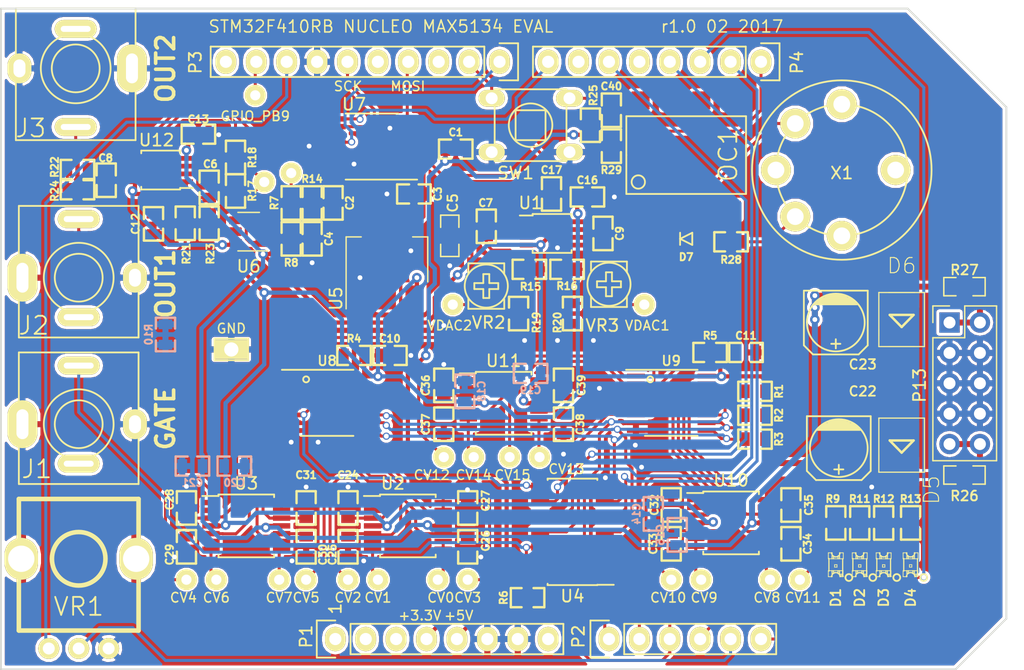
<source format=kicad_pcb>
(kicad_pcb (version 4) (host pcbnew 4.0.2-stable)
  (title_block (date "lun. 30 mars 2015"))
  (layers (0 F.Cu signal) (31 B.Cu signal) (34 B.Paste user) (35 F.Paste user) (36 B.SilkS user) (37 F.SilkS user) (38 B.Mask user) (39 F.Mask user) (44 Edge.Cuts user))
  (net 0 "")
  (net 1 +5V)
  (net 2 GND)
  (net 3 "Net-(P1-Pad1)")
  (net 4 +3V3)
  (net 5 /REF0)
  (net 6 /DAC_AVDD)
  (net 7 "Net-(C4-Pad1)")
  (net 8 "Net-(C6-Pad1)")
  (net 9 "Net-(C6-Pad2)")
  (net 10 /VDAC1)
  (net 11 "Net-(C7-Pad2)")
  (net 12 "Net-(C8-Pad1)")
  (net 13 "Net-(C8-Pad2)")
  (net 14 "Net-(C9-Pad2)")
  (net 15 +12V)
  (net 16 -12V)
  (net 17 /CV0)
  (net 18 /CV1)
  (net 19 /CV2)
  (net 20 /CV3)
  (net 21 /CV4)
  (net 22 /CV5)
  (net 23 /CV6)
  (net 24 /CV7)
  (net 25 /CV8)
  (net 26 /CV9)
  (net 27 /CV10)
  (net 28 /CV11)
  (net 29 /CV12)
  (net 30 /CV13)
  (net 31 /CV14)
  (net 32 /CV15)
  (net 33 "Net-(D1-Pad1)")
  (net 34 /LED0)
  (net 35 "Net-(D2-Pad1)")
  (net 36 /LED1)
  (net 37 "Net-(D3-Pad1)")
  (net 38 /LED2)
  (net 39 "Net-(D4-Pad1)")
  (net 40 /LED3)
  (net 41 "Net-(D7-Pad2)")
  (net 42 "Net-(D7-Pad1)")
  (net 43 /GATE_1)
  (net 44 "Net-(J1-Pad2)")
  (net 45 "Net-(J2-Pad3)")
  (net 46 "Net-(J2-Pad2)")
  (net 47 "Net-(J3-Pad3)")
  (net 48 "Net-(J3-Pad2)")
  (net 49 "Net-(OC1-Pad7)")
  (net 50 /MIDI_RX)
  (net 51 "Net-(P1-Pad2)")
  (net 52 "Net-(P1-Pad3)")
  (net 53 "Net-(P1-Pad8)")
  (net 54 /D0)
  (net 55 /D1)
  (net 56 "Net-(P2-Pad5)")
  (net 57 /~LDAC)
  (net 58 "Net-(P3-Pad2)")
  (net 59 "Net-(P3-Pad3)")
  (net 60 /MOSI)
  (net 61 "Net-(P3-Pad5)")
  (net 62 /SCK)
  (net 63 /AVDD)
  (net 64 "Net-(P3-Pad10)")
  (net 65 /D2)
  (net 66 /~DAC_MUX0)
  (net 67 "Net-(P4-Pad5)")
  (net 68 /~DAC_MUX1)
  (net 69 "Net-(P4-Pad7)")
  (net 70 /~DAC_SEL)
  (net 71 /VREF)
  (net 72 "Net-(P13-Pad1)")
  (net 73 "Net-(P13-Pad10)")
  (net 74 "Net-(P14-Pad1)")
  (net 75 "Net-(P15-Pad1)")
  (net 76 "Net-(P16-Pad1)")
  (net 77 "Net-(P17-Pad1)")
  (net 78 "Net-(P18-Pad1)")
  (net 79 "Net-(P19-Pad1)")
  (net 80 "Net-(P20-Pad1)")
  (net 81 "Net-(P21-Pad1)")
  (net 82 "Net-(P22-Pad1)")
  (net 83 "Net-(P23-Pad1)")
  (net 84 "Net-(P24-Pad1)")
  (net 85 "Net-(P25-Pad1)")
  (net 86 "Net-(P26-Pad1)")
  (net 87 "Net-(P27-Pad1)")
  (net 88 "Net-(P28-Pad1)")
  (net 89 "Net-(P29-Pad1)")
  (net 90 /A)
  (net 91 /B)
  (net 92 /C)
  (net 93 /~DAC_MUX0_EN)
  (net 94 /~DAC_MUX1_EN)
  (net 95 "Net-(R7-Pad1)")
  (net 96 "Net-(R19-Pad1)")
  (net 97 "Net-(R20-Pad1)")
  (net 98 "Net-(R28-Pad2)")
  (net 99 "Net-(U1-Pad3)")
  (net 100 "Net-(U1-Pad5)")
  (net 101 "Net-(U7-Pad5)")
  (net 102 "Net-(X1-Pad3)")
  (net 103 "Net-(X1-Pad1)")
  (net 104 "Net-(X1-Pad2)")
  (net 105 "Net-(X1-Pad6)")
  (net 106 /VDAC2)
  (net 107 "Net-(U12-Pad5)")
  (net 108 "Net-(U12-Pad3)")
  (net 109 /ANALOG_IN)
  (module MyModules:TSSOP-16_4.4x5mm_Pitch0.65mm_jrl (layer F.Cu) (at 138.248 104.115)
    (fp_text reference U8 (at 0 -3.55) (layer F.SilkS) (effects (font (size 0.8 0.8))))
    (fp_text value CD4051)
    (pad 1 smd rect (at -2.95 -2.275) (size 1.5 0.4) (layers F.Cu F.Paste F.Mask) (net 21 /CV4))
    (pad 2 smd rect (at -2.95 -1.625) (size 1.5 0.4) (layers F.Cu F.Paste F.Mask) (net 23 /CV6))
    (pad 3 smd rect (at -2.95 -0.975) (size 1.5 0.4) (layers F.Cu F.Paste F.Mask) (net 10 /VDAC1))
    (pad 4 smd rect (at -2.95 -0.325) (size 1.5 0.4) (layers F.Cu F.Paste F.Mask) (net 24 /CV7))
    (pad 5 smd rect (at -2.95 0.325) (size 1.5 0.4) (layers F.Cu F.Paste F.Mask) (net 22 /CV5))
    (pad 6 smd rect (at -2.95 0.975) (size 1.5 0.4) (layers F.Cu F.Paste F.Mask) (net 93 /~DAC_MUX0_EN))
    (pad 7 smd rect (at -2.95 1.625) (size 1.5 0.4) (layers F.Cu F.Paste F.Mask) (net 2 GND))
    (pad 8 smd rect (at -2.95 2.275) (size 1.5 0.4) (layers F.Cu F.Paste F.Mask) (net 2 GND))
    (pad 9 smd rect (at 2.95 2.275) (size 1.5 0.4) (layers F.Cu F.Paste F.Mask) (net 92 /C))
    (pad 10 smd rect (at 2.95 1.625) (size 1.5 0.4) (layers F.Cu F.Paste F.Mask) (net 91 /B))
    (pad 11 smd rect (at 2.95 0.975) (size 1.5 0.4) (layers F.Cu F.Paste F.Mask) (net 90 /A))
    (pad 12 smd rect (at 2.95 0.325) (size 1.5 0.4) (layers F.Cu F.Paste F.Mask) (net 20 /CV3))
    (pad 13 smd rect (at 2.95 -0.325) (size 1.5 0.4) (layers F.Cu F.Paste F.Mask) (net 17 /CV0))
    (pad 14 smd rect (at 2.95 -0.975) (size 1.5 0.4) (layers F.Cu F.Paste F.Mask) (net 18 /CV1))
    (pad 15 smd rect (at 2.95 -1.625) (size 1.5 0.4) (layers F.Cu F.Paste F.Mask) (net 19 /CV2))
    (pad 16 smd rect (at 2.95 -2.275) (size 1.5 0.4) (layers F.Cu F.Paste F.Mask) (net 15 +12V))
  )
  (module Socket_Arduino_Uno:Socket_Strip_Arduino_1x08 (layer F.Cu) (at 138.938 123.825)
    (fp_text reference P1 (at -2.44 -0.21 90) (layer F.SilkS))
    (fp_text value Power)
    (pad 1 thru_hole oval (at 0 0) (size 1.7272 2.032) (drill 1.016) (layers *.Cu *.Mask F.SilkS) (net 3 "Net-(P1-Pad1)"))
    (pad 2 thru_hole oval (at 2.54 0) (size 1.7272 2.032) (drill 1.016) (layers *.Cu *.Mask F.SilkS) (net 51 "Net-(P1-Pad2)"))
    (pad 3 thru_hole oval (at 5.08 0) (size 1.7272 2.032) (drill 1.016) (layers *.Cu *.Mask F.SilkS) (net 52 "Net-(P1-Pad3)"))
    (pad 4 thru_hole oval (at 7.62 0) (size 1.7272 2.032) (drill 1.016) (layers *.Cu *.Mask F.SilkS) (net 4 +3V3))
    (pad 5 thru_hole oval (at 10.16 0) (size 1.7272 2.032) (drill 1.016) (layers *.Cu *.Mask F.SilkS) (net 1 +5V))
    (pad 6 thru_hole oval (at 12.7 0) (size 1.7272 2.032) (drill 1.016) (layers *.Cu *.Mask F.SilkS) (net 2 GND))
    (pad 7 thru_hole oval (at 15.24 0) (size 1.7272 2.032) (drill 1.016) (layers *.Cu *.Mask F.SilkS) (net 2 GND))
    (pad 8 thru_hole oval (at 17.78 0) (size 1.7272 2.032) (drill 1.016) (layers *.Cu *.Mask F.SilkS) (net 53 "Net-(P1-Pad8)"))
  )
  (module Socket_Arduino_Uno:Socket_Strip_Arduino_1x06 (layer F.Cu) (at 161.798 123.825)
    (fp_text reference P2 (at -2.55 -0.21 90) (layer F.SilkS))
    (fp_text value Analog)
    (pad 1 thru_hole oval (at 0 0) (size 1.7272 2.032) (drill 1.016) (layers *.Cu *.Mask F.SilkS) (net 54 /D0))
    (pad 2 thru_hole oval (at 2.54 0) (size 1.7272 2.032) (drill 1.016) (layers *.Cu *.Mask F.SilkS) (net 55 /D1))
    (pad 3 thru_hole oval (at 5.08 0) (size 1.7272 2.032) (drill 1.016) (layers *.Cu *.Mask F.SilkS) (net 34 /LED0))
    (pad 4 thru_hole oval (at 7.62 0) (size 1.7272 2.032) (drill 1.016) (layers *.Cu *.Mask F.SilkS) (net 36 /LED1))
    (pad 5 thru_hole oval (at 10.16 0) (size 1.7272 2.032) (drill 1.016) (layers *.Cu *.Mask F.SilkS) (net 56 "Net-(P2-Pad5)"))
    (pad 6 thru_hole oval (at 12.7 0) (size 1.7272 2.032) (drill 1.016) (layers *.Cu *.Mask F.SilkS) (net 38 /LED2))
  )
  (module Socket_Arduino_Uno:Socket_Strip_Arduino_1x10 (layer F.Cu) (at 152.654 75.565 180)
    (fp_text reference P3 (at 25.406 -0.05 270) (layer F.SilkS))
    (fp_text value Digital)
    (pad 1 thru_hole oval (at 0 0 180) (size 1.7272 2.032) (drill 1.016) (layers *.Cu *.Mask F.SilkS) (net 57 /~LDAC))
    (pad 2 thru_hole oval (at 2.54 0 180) (size 1.7272 2.032) (drill 1.016) (layers *.Cu *.Mask F.SilkS) (net 58 "Net-(P3-Pad2)"))
    (pad 3 thru_hole oval (at 5.08 0 180) (size 1.7272 2.032) (drill 1.016) (layers *.Cu *.Mask F.SilkS) (net 59 "Net-(P3-Pad3)"))
    (pad 4 thru_hole oval (at 7.62 0 180) (size 1.7272 2.032) (drill 1.016) (layers *.Cu *.Mask F.SilkS) (net 60 /MOSI))
    (pad 5 thru_hole oval (at 10.16 0 180) (size 1.7272 2.032) (drill 1.016) (layers *.Cu *.Mask F.SilkS) (net 61 "Net-(P3-Pad5)"))
    (pad 6 thru_hole oval (at 12.7 0 180) (size 1.7272 2.032) (drill 1.016) (layers *.Cu *.Mask F.SilkS) (net 62 /SCK))
    (pad 7 thru_hole oval (at 15.24 0 180) (size 1.7272 2.032) (drill 1.016) (layers *.Cu *.Mask F.SilkS) (net 2 GND))
    (pad 8 thru_hole oval (at 17.78 0 180) (size 1.7272 2.032) (drill 1.016) (layers *.Cu *.Mask F.SilkS) (net 63 /AVDD))
    (pad 9 thru_hole oval (at 20.32 0 180) (size 1.7272 2.032) (drill 1.016) (layers *.Cu *.Mask F.SilkS) (net 109 /ANALOG_IN))
    (pad 10 thru_hole oval (at 22.86 0 180) (size 1.7272 2.032) (drill 1.016) (layers *.Cu *.Mask F.SilkS) (net 64 "Net-(P3-Pad10)"))
  )
  (module Socket_Arduino_Uno:Socket_Strip_Arduino_1x08 (layer F.Cu) (at 174.498 75.565 180)
    (fp_text reference P4 (at -3 -0.05 270) (layer F.SilkS))
    (fp_text value Digital)
    (pad 1 thru_hole oval (at 0 0 180) (size 1.7272 2.032) (drill 1.016) (layers *.Cu *.Mask F.SilkS) (net 50 /MIDI_RX))
    (pad 2 thru_hole oval (at 2.54 0 180) (size 1.7272 2.032) (drill 1.016) (layers *.Cu *.Mask F.SilkS) (net 65 /D2))
    (pad 3 thru_hole oval (at 5.08 0 180) (size 1.7272 2.032) (drill 1.016) (layers *.Cu *.Mask F.SilkS) (net 40 /LED3))
    (pad 4 thru_hole oval (at 7.62 0 180) (size 1.7272 2.032) (drill 1.016) (layers *.Cu *.Mask F.SilkS) (net 66 /~DAC_MUX0))
    (pad 5 thru_hole oval (at 10.16 0 180) (size 1.7272 2.032) (drill 1.016) (layers *.Cu *.Mask F.SilkS) (net 67 "Net-(P4-Pad5)"))
    (pad 6 thru_hole oval (at 12.7 0 180) (size 1.7272 2.032) (drill 1.016) (layers *.Cu *.Mask F.SilkS) (net 68 /~DAC_MUX1))
    (pad 7 thru_hole oval (at 15.24 0 180) (size 1.7272 2.032) (drill 1.016) (layers *.Cu *.Mask F.SilkS) (net 69 "Net-(P4-Pad7)"))
    (pad 8 thru_hole oval (at 17.78 0 180) (size 1.7272 2.032) (drill 1.016) (layers *.Cu *.Mask F.SilkS) (net 70 /~DAC_SEL))
  )
  (module MyModules:SM0603-C-JRL (layer F.Cu) (at 148.998 82.865)
    (fp_text reference C1 (at 0 -1.4) (layer F.SilkS) (effects (font (size 0.6096 0.6096) (thickness 0.1524))))
    (fp_text value 100n hide)
    (pad 1 smd rect (at -0.8509 0) (size 0.8128 1.143) (layers F.Cu F.Paste F.Mask) (net 4 +3V3))
    (pad 2 smd rect (at 0.8509 0) (size 0.8128 1.143) (layers F.Cu F.Paste F.Mask) (net 2 GND))
  )
  (module MyModules:SM0603-C-JRL (layer F.Cu) (at 138.748 87.365 270)
    (fp_text reference C2 (at 0 -1.4 270) (layer F.SilkS) (effects (font (size 0.6096 0.6096) (thickness 0.1524))))
    (fp_text value 100p hide)
    (pad 1 smd rect (at -0.8509 0 270) (size 0.8128 1.143) (layers F.Cu F.Paste F.Mask) (net 5 /REF0))
    (pad 2 smd rect (at 0.8509 0 270) (size 0.8128 1.143) (layers F.Cu F.Paste F.Mask) (net 2 GND))
  )
  (module MyModules:SM0603-C-JRL (layer F.Cu) (at 145.498 86.615 180)
    (fp_text reference C3 (at -2 0 270) (layer F.SilkS) (effects (font (size 0.6096 0.6096) (thickness 0.1524))))
    (fp_text value 100n hide)
    (pad 1 smd rect (at -0.8509 0 180) (size 0.8128 1.143) (layers F.Cu F.Paste F.Mask) (net 6 /DAC_AVDD))
    (pad 2 smd rect (at 0.8509 0 180) (size 0.8128 1.143) (layers F.Cu F.Paste F.Mask) (net 2 GND))
  )
  (module MyModules:SM0603-C-JRL (layer F.Cu) (at 136.998 90.365 270)
    (fp_text reference C4 (at 0 -1.4 270) (layer F.SilkS) (effects (font (size 0.6096 0.6096) (thickness 0.1524))))
    (fp_text value 1μ hide)
    (pad 1 smd rect (at -0.8509 0 270) (size 0.8128 1.143) (layers F.Cu F.Paste F.Mask) (net 7 "Net-(C4-Pad1)"))
    (pad 2 smd rect (at 0.8509 0 270) (size 0.8128 1.143) (layers F.Cu F.Paste F.Mask) (net 2 GND))
  )
  (module MyModules:SM0805-HAND (layer F.Cu) (at 148.498 90.115 270)
    (fp_text reference C5 (at -2.75 -0.25 270) (layer F.SilkS) (effects (font (size 0.8128 0.8128) (thickness 0.1524))))
    (fp_text value 4.7μ hide)
    (pad 1 smd rect (at -1.0795 0 270) (size 1.143 1.397) (layers F.Cu F.Paste F.Mask) (net 6 /DAC_AVDD))
    (pad 2 smd rect (at 1.0795 0 270) (size 1.143 1.397) (layers F.Cu F.Paste F.Mask) (net 2 GND))
  )
  (module MyModules:SM0603-C-JRL (layer F.Cu) (at 128.398 86.065 90)
    (fp_text reference C6 (at 1.95 0.1 180) (layer F.SilkS) (effects (font (size 0.6096 0.6096) (thickness 0.1524))))
    (fp_text value 22p hide)
    (pad 1 smd rect (at -0.8509 0 90) (size 0.8128 1.143) (layers F.Cu F.Paste F.Mask) (net 8 "Net-(C6-Pad1)"))
    (pad 2 smd rect (at 0.8509 0 90) (size 0.8128 1.143) (layers F.Cu F.Paste F.Mask) (net 9 "Net-(C6-Pad2)"))
  )
  (module MyModules:SM0603-C-JRL (layer F.Cu) (at 151.548 89.315 270)
    (fp_text reference C7 (at -1.95 0.05 360) (layer F.SilkS) (effects (font (size 0.6096 0.6096) (thickness 0.1524))))
    (fp_text value 22p hide)
    (pad 1 smd rect (at -0.8509 0 270) (size 0.8128 1.143) (layers F.Cu F.Paste F.Mask) (net 10 /VDAC1))
    (pad 2 smd rect (at 0.8509 0 270) (size 0.8128 1.143) (layers F.Cu F.Paste F.Mask) (net 11 "Net-(C7-Pad2)"))
  )
  (module MyModules:SM0603-C-JRL (layer F.Cu) (at 119.798 85.465 90)
    (fp_text reference C8 (at 1.85 -0.05 180) (layer F.SilkS) (effects (font (size 0.6096 0.6096) (thickness 0.1524))))
    (fp_text value 22p hide)
    (pad 1 smd rect (at -0.8509 0 90) (size 0.8128 1.143) (layers F.Cu F.Paste F.Mask) (net 12 "Net-(C8-Pad1)"))
    (pad 2 smd rect (at 0.8509 0 90) (size 0.8128 1.143) (layers F.Cu F.Paste F.Mask) (net 13 "Net-(C8-Pad2)"))
  )
  (module MyModules:SM0603-C-JRL (layer F.Cu) (at 161.298 89.915 270)
    (fp_text reference C9 (at 0 -1.4 270) (layer F.SilkS) (effects (font (size 0.6096 0.6096) (thickness 0.1524))))
    (fp_text value 22p hide)
    (pad 1 smd rect (at -0.8509 0 270) (size 0.8128 1.143) (layers F.Cu F.Paste F.Mask) (net 106 /VDAC2))
    (pad 2 smd rect (at 0.8509 0 270) (size 0.8128 1.143) (layers F.Cu F.Paste F.Mask) (net 14 "Net-(C9-Pad2)"))
  )
  (module MyModules:SM0603-C-JRL (layer F.Cu) (at 143.498 100.115)
    (fp_text reference C10 (at 0 -1.4) (layer F.SilkS) (effects (font (size 0.6096 0.6096) (thickness 0.1524))))
    (fp_text value 100n hide)
    (pad 1 smd rect (at -0.8509 0) (size 0.8128 1.143) (layers F.Cu F.Paste F.Mask) (net 15 +12V))
    (pad 2 smd rect (at 0.8509 0) (size 0.8128 1.143) (layers F.Cu F.Paste F.Mask) (net 2 GND))
  )
  (module MyModules:SM0603-C-JRL (layer F.Cu) (at 173.248 99.865)
    (fp_text reference C11 (at 0 -1.4) (layer F.SilkS) (effects (font (size 0.6096 0.6096) (thickness 0.1524))))
    (fp_text value 100n hide)
    (pad 1 smd rect (at -0.8509 0) (size 0.8128 1.143) (layers F.Cu F.Paste F.Mask) (net 15 +12V))
    (pad 2 smd rect (at 0.8509 0) (size 0.8128 1.143) (layers F.Cu F.Paste F.Mask) (net 2 GND))
  )
  (module MyModules:SM0603-C-JRL (layer F.Cu) (at 123.748 89.115 270)
    (fp_text reference C12 (at 0 1.5 270) (layer F.SilkS) (effects (font (size 0.6096 0.6096) (thickness 0.1524))))
    (fp_text value 100n hide)
    (pad 1 smd rect (at -0.8509 0 270) (size 0.8128 1.143) (layers F.Cu F.Paste F.Mask) (net 15 +12V))
    (pad 2 smd rect (at 0.8509 0 270) (size 0.8128 1.143) (layers F.Cu F.Paste F.Mask) (net 2 GND))
  )
  (module MyModules:SM0603-C-JRL (layer F.Cu) (at 127.498 81.615 180)
    (fp_text reference C13 (at 0 1.25 180) (layer F.SilkS) (effects (font (size 0.6096 0.6096) (thickness 0.1524))))
    (fp_text value 100n hide)
    (pad 1 smd rect (at -0.8509 0 180) (size 0.8128 1.143) (layers F.Cu F.Paste F.Mask) (net 2 GND))
    (pad 2 smd rect (at 0.8509 0 180) (size 0.8128 1.143) (layers F.Cu F.Paste F.Mask) (net 16 -12V))
  )
  (module MyModules:SM0603-C-JRL (layer B.Cu) (at 165.498 113.365 270)
    (fp_text reference C14 (at 0 1.4 270) (layer B.SilkS) (effects (font (size 0.6096 0.6096) (thickness 0.1524)) (justify mirror)))
    (fp_text value 100n hide)
    (pad 1 smd rect (at -0.8509 0 270) (size 0.8128 1.143) (layers B.Cu B.Paste B.Mask) (net 15 +12V))
    (pad 2 smd rect (at 0.8509 0 270) (size 0.8128 1.143) (layers B.Cu B.Paste B.Mask) (net 2 GND))
  )
  (module MyModules:SM0603-C-JRL (layer B.Cu) (at 167.498 115.115 270)
    (fp_text reference C15 (at 0 1.4 270) (layer B.SilkS) (effects (font (size 0.6096 0.6096) (thickness 0.1524)) (justify mirror)))
    (fp_text value 100n hide)
    (pad 1 smd rect (at -0.8509 0 270) (size 0.8128 1.143) (layers B.Cu B.Paste B.Mask) (net 2 GND))
    (pad 2 smd rect (at 0.8509 0 270) (size 0.8128 1.143) (layers B.Cu B.Paste B.Mask) (net 16 -12V))
  )
  (module MyModules:SM0603-C-JRL (layer F.Cu) (at 159.998 86.865)
    (fp_text reference C16 (at 0 -1.4) (layer F.SilkS) (effects (font (size 0.6096 0.6096) (thickness 0.1524))))
    (fp_text value 100n hide)
    (pad 1 smd rect (at -0.8509 0) (size 0.8128 1.143) (layers F.Cu F.Paste F.Mask) (net 15 +12V))
    (pad 2 smd rect (at 0.8509 0) (size 0.8128 1.143) (layers F.Cu F.Paste F.Mask) (net 2 GND))
  )
  (module MyModules:SM0603-C-JRL (layer F.Cu) (at 156.998 86.615 270)
    (fp_text reference C17 (at -2 0 360) (layer F.SilkS) (effects (font (size 0.6096 0.6096) (thickness 0.1524))))
    (fp_text value 100n hide)
    (pad 1 smd rect (at -0.8509 0 270) (size 0.8128 1.143) (layers F.Cu F.Paste F.Mask) (net 2 GND))
    (pad 2 smd rect (at 0.8509 0 270) (size 0.8128 1.143) (layers F.Cu F.Paste F.Mask) (net 16 -12V))
  )
  (module MyModules:SM0603-C-JRL (layer B.Cu) (at 149.748 103.115 90)
    (fp_text reference C18 (at 0 1.4 90) (layer B.SilkS) (effects (font (size 0.6096 0.6096) (thickness 0.1524)) (justify mirror)))
    (fp_text value 100n hide)
    (pad 1 smd rect (at -0.8509 0 90) (size 0.8128 1.143) (layers B.Cu B.Paste B.Mask) (net 15 +12V))
    (pad 2 smd rect (at 0.8509 0 90) (size 0.8128 1.143) (layers B.Cu B.Paste B.Mask) (net 2 GND))
  )
  (module MyModules:SM0603-C-JRL (layer B.Cu) (at 155.248 101.615)
    (fp_text reference C19 (at 0 1.4) (layer B.SilkS) (effects (font (size 0.6096 0.6096) (thickness 0.1524)) (justify mirror)))
    (fp_text value 100n hide)
    (pad 1 smd rect (at -0.8509 0) (size 0.8128 1.143) (layers B.Cu B.Paste B.Mask) (net 2 GND))
    (pad 2 smd rect (at 0.8509 0) (size 0.8128 1.143) (layers B.Cu B.Paste B.Mask) (net 16 -12V))
  )
  (module MyModules:SM0603-C-JRL (layer B.Cu) (at 130.498 109.365)
    (fp_text reference C20 (at 0 1.4) (layer B.SilkS) (effects (font (size 0.6096 0.6096) (thickness 0.1524)) (justify mirror)))
    (fp_text value 100n hide)
    (pad 1 smd rect (at -0.8509 0) (size 0.8128 1.143) (layers B.Cu B.Paste B.Mask) (net 15 +12V))
    (pad 2 smd rect (at 0.8509 0) (size 0.8128 1.143) (layers B.Cu B.Paste B.Mask) (net 2 GND))
  )
  (module MyModules:SM0603-C-JRL (layer B.Cu) (at 126.998 109.365)
    (fp_text reference C21 (at 0 1.4) (layer B.SilkS) (effects (font (size 0.6096 0.6096) (thickness 0.1524)) (justify mirror)))
    (fp_text value 100n hide)
    (pad 1 smd rect (at -0.8509 0) (size 0.8128 1.143) (layers B.Cu B.Paste B.Mask) (net 2 GND))
    (pad 2 smd rect (at 0.8509 0) (size 0.8128 1.143) (layers B.Cu B.Paste B.Mask) (net 16 -12V))
  )
  (module MyModules:jrl_c_elec_5x5.3 (layer F.Cu) (at 180.998 107.865 270)
    (fp_text reference C22 (at -4.75 -2 360) (layer F.SilkS) (effects (font (size 0.8 0.8))))
    (fp_text value 22μF)
    (pad 1 smd rect (at 2.19964 0 270) (size 2.99974 1.6002) (layers F.Cu F.Paste F.Mask) (net 15 +12V))
    (pad 2 smd rect (at -2.19964 0 270) (size 2.99974 1.6002) (layers F.Cu F.Paste F.Mask) (net 2 GND))
  )
  (module MyModules:jrl_c_elec_5x5.3 (layer F.Cu) (at 180.748 97.365 270)
    (fp_text reference C23 (at 3.5 -2.25 360) (layer F.SilkS) (effects (font (size 0.8 0.8))))
    (fp_text value 22μF)
    (pad 1 smd rect (at 2.19964 0 270) (size 2.99974 1.6002) (layers F.Cu F.Paste F.Mask) (net 2 GND))
    (pad 2 smd rect (at -2.19964 0 270) (size 2.99974 1.6002) (layers F.Cu F.Paste F.Mask) (net 16 -12V))
  )
  (module MyModules:SM0603-C-JRL (layer F.Cu) (at 139.998 112.865 90)
    (fp_text reference C24 (at 2.75 0 180) (layer F.SilkS) (effects (font (size 0.6096 0.6096) (thickness 0.1524))))
    (fp_text value 0.01µ hide)
    (pad 1 smd rect (at -0.8509 0 90) (size 0.8128 1.143) (layers F.Cu F.Paste F.Mask) (net 19 /CV2))
    (pad 2 smd rect (at 0.8509 0 90) (size 0.8128 1.143) (layers F.Cu F.Paste F.Mask) (net 2 GND))
  )
  (module MyModules:SM0603-C-JRL (layer F.Cu) (at 139.998 116.115 270)
    (fp_text reference C25 (at 0.65 1.3 270) (layer F.SilkS) (effects (font (size 0.6096 0.6096) (thickness 0.1524))))
    (fp_text value 0.01µ hide)
    (pad 1 smd rect (at -0.8509 0 270) (size 0.8128 1.143) (layers F.Cu F.Paste F.Mask) (net 18 /CV1))
    (pad 2 smd rect (at 0.8509 0 270) (size 0.8128 1.143) (layers F.Cu F.Paste F.Mask) (net 2 GND))
  )
  (module MyModules:SM0603-C-JRL (layer F.Cu) (at 149.998 116.115 270)
    (fp_text reference C26 (at -0.5 -1.5 270) (layer F.SilkS) (effects (font (size 0.6096 0.6096) (thickness 0.1524))))
    (fp_text value 0.01µ hide)
    (pad 1 smd rect (at -0.8509 0 270) (size 0.8128 1.143) (layers F.Cu F.Paste F.Mask) (net 17 /CV0))
    (pad 2 smd rect (at 0.8509 0 270) (size 0.8128 1.143) (layers F.Cu F.Paste F.Mask) (net 2 GND))
  )
  (module MyModules:SM0603-C-JRL (layer F.Cu) (at 149.998 112.865 90)
    (fp_text reference C27 (at 0.6 1.5 90) (layer F.SilkS) (effects (font (size 0.6096 0.6096) (thickness 0.1524))))
    (fp_text value 0.01µ hide)
    (pad 1 smd rect (at -0.8509 0 90) (size 0.8128 1.143) (layers F.Cu F.Paste F.Mask) (net 20 /CV3))
    (pad 2 smd rect (at 0.8509 0 90) (size 0.8128 1.143) (layers F.Cu F.Paste F.Mask) (net 2 GND))
  )
  (module MyModules:SM0603-C-JRL (layer F.Cu) (at 126.498 112.865 90)
    (fp_text reference C28 (at 0.7 -1.4 90) (layer F.SilkS) (effects (font (size 0.6096 0.6096) (thickness 0.1524))))
    (fp_text value 0.01µ hide)
    (pad 1 smd rect (at -0.8509 0 90) (size 0.8128 1.143) (layers F.Cu F.Paste F.Mask) (net 21 /CV4))
    (pad 2 smd rect (at 0.8509 0 90) (size 0.8128 1.143) (layers F.Cu F.Paste F.Mask) (net 2 GND))
  )
  (module MyModules:SM0603-C-JRL (layer F.Cu) (at 126.498 116.115 270)
    (fp_text reference C29 (at 0.65 1.4 270) (layer F.SilkS) (effects (font (size 0.6096 0.6096) (thickness 0.1524))))
    (fp_text value 0.01µ hide)
    (pad 1 smd rect (at -0.8509 0 270) (size 0.8128 1.143) (layers F.Cu F.Paste F.Mask) (net 23 /CV6))
    (pad 2 smd rect (at 0.8509 0 270) (size 0.8128 1.143) (layers F.Cu F.Paste F.Mask) (net 2 GND))
  )
  (module MyModules:SM0603-C-JRL (layer F.Cu) (at 136.498 116.115 270)
    (fp_text reference C30 (at 0.65 -1.4 270) (layer F.SilkS) (effects (font (size 0.6096 0.6096) (thickness 0.1524))))
    (fp_text value 0.01µ hide)
    (pad 1 smd rect (at -0.8509 0 270) (size 0.8128 1.143) (layers F.Cu F.Paste F.Mask) (net 24 /CV7))
    (pad 2 smd rect (at 0.8509 0 270) (size 0.8128 1.143) (layers F.Cu F.Paste F.Mask) (net 2 GND))
  )
  (module MyModules:SM0603-C-JRL (layer F.Cu) (at 136.498 112.865 90)
    (fp_text reference C31 (at 2.75 0 360) (layer F.SilkS) (effects (font (size 0.6096 0.6096) (thickness 0.1524))))
    (fp_text value 0.01µ hide)
    (pad 1 smd rect (at -0.8509 0 90) (size 0.8128 1.143) (layers F.Cu F.Paste F.Mask) (net 22 /CV5))
    (pad 2 smd rect (at 0.8509 0 90) (size 0.8128 1.143) (layers F.Cu F.Paste F.Mask) (net 2 GND))
  )
  (module MyModules:SM0603-C-JRL (layer F.Cu) (at 166.998 112.615 90)
    (fp_text reference C32 (at 0 -1.4 90) (layer F.SilkS) (effects (font (size 0.6096 0.6096) (thickness 0.1524))))
    (fp_text value 0.01µ hide)
    (pad 1 smd rect (at -0.8509 0 90) (size 0.8128 1.143) (layers F.Cu F.Paste F.Mask) (net 27 /CV10))
    (pad 2 smd rect (at 0.8509 0 90) (size 0.8128 1.143) (layers F.Cu F.Paste F.Mask) (net 2 GND))
  )
  (module MyModules:SM0603-C-JRL (layer F.Cu) (at 166.998 115.865 270)
    (fp_text reference C33 (at 0 1.5 270) (layer F.SilkS) (effects (font (size 0.6096 0.6096) (thickness 0.1524))))
    (fp_text value 0.01µ hide)
    (pad 1 smd rect (at -0.8509 0 270) (size 0.8128 1.143) (layers F.Cu F.Paste F.Mask) (net 26 /CV9))
    (pad 2 smd rect (at 0.8509 0 270) (size 0.8128 1.143) (layers F.Cu F.Paste F.Mask) (net 2 GND))
  )
  (module MyModules:SM0603-C-JRL (layer F.Cu) (at 176.998 115.865 270)
    (fp_text reference C34 (at 0 -1.4 270) (layer F.SilkS) (effects (font (size 0.6096 0.6096) (thickness 0.1524))))
    (fp_text value 0.01µ hide)
    (pad 1 smd rect (at -0.8509 0 270) (size 0.8128 1.143) (layers F.Cu F.Paste F.Mask) (net 25 /CV8))
    (pad 2 smd rect (at 0.8509 0 270) (size 0.8128 1.143) (layers F.Cu F.Paste F.Mask) (net 2 GND))
  )
  (module MyModules:SM0603-C-JRL (layer F.Cu) (at 176.998 112.615 90)
    (fp_text reference C35 (at 0 1.5 90) (layer F.SilkS) (effects (font (size 0.6096 0.6096) (thickness 0.1524))))
    (fp_text value 0.01µ hide)
    (pad 1 smd rect (at -0.8509 0 90) (size 0.8128 1.143) (layers F.Cu F.Paste F.Mask) (net 28 /CV11))
    (pad 2 smd rect (at 0.8509 0 90) (size 0.8128 1.143) (layers F.Cu F.Paste F.Mask) (net 2 GND))
  )
  (module MyModules:SM0603-C-JRL (layer F.Cu) (at 147.998 102.615 90)
    (fp_text reference C36 (at 0 -1.5 90) (layer F.SilkS) (effects (font (size 0.6096 0.6096) (thickness 0.1524))))
    (fp_text value 0.01µ hide)
    (pad 1 smd rect (at -0.8509 0 90) (size 0.8128 1.143) (layers F.Cu F.Paste F.Mask) (net 29 /CV12))
    (pad 2 smd rect (at 0.8509 0 90) (size 0.8128 1.143) (layers F.Cu F.Paste F.Mask) (net 2 GND))
  )
  (module MyModules:SM0603-C-JRL (layer F.Cu) (at 147.998 105.865 270)
    (fp_text reference C37 (at 0 1.5 270) (layer F.SilkS) (effects (font (size 0.6096 0.6096) (thickness 0.1524))))
    (fp_text value 0.01µ hide)
    (pad 1 smd rect (at -0.8509 0 270) (size 0.8128 1.143) (layers F.Cu F.Paste F.Mask) (net 31 /CV14))
    (pad 2 smd rect (at 0.8509 0 270) (size 0.8128 1.143) (layers F.Cu F.Paste F.Mask) (net 2 GND))
  )
  (module MyModules:SM0603-C-JRL (layer F.Cu) (at 157.998 105.865 270)
    (fp_text reference C38 (at 0 -1.4 270) (layer F.SilkS) (effects (font (size 0.6096 0.6096) (thickness 0.1524))))
    (fp_text value 0.01µ hide)
    (pad 1 smd rect (at -0.8509 0 270) (size 0.8128 1.143) (layers F.Cu F.Paste F.Mask) (net 30 /CV13))
    (pad 2 smd rect (at 0.8509 0 270) (size 0.8128 1.143) (layers F.Cu F.Paste F.Mask) (net 2 GND))
  )
  (module MyModules:SM0603-C-JRL (layer F.Cu) (at 157.998 102.615 90)
    (fp_text reference C39 (at 0 1.5 90) (layer F.SilkS) (effects (font (size 0.6096 0.6096) (thickness 0.1524))))
    (fp_text value 0.01µ hide)
    (pad 1 smd rect (at -0.8509 0 90) (size 0.8128 1.143) (layers F.Cu F.Paste F.Mask) (net 32 /CV15))
    (pad 2 smd rect (at 0.8509 0 90) (size 0.8128 1.143) (layers F.Cu F.Paste F.Mask) (net 2 GND))
  )
  (module MyModules:SM0603-C-JRL (layer F.Cu) (at 161.998 79.615 90)
    (fp_text reference C40 (at 2 0 180) (layer F.SilkS) (effects (font (size 0.6096 0.6096) (thickness 0.1524))))
    (fp_text value 0.1µ hide)
    (pad 1 smd rect (at -0.8509 0 90) (size 0.8128 1.143) (layers F.Cu F.Paste F.Mask) (net 4 +3V3))
    (pad 2 smd rect (at 0.8509 0 90) (size 0.8128 1.143) (layers F.Cu F.Paste F.Mask) (net 2 GND))
  )
  (module MyModules:LED-0805-JRL (layer F.Cu) (at 180.748 117.615 270)
    (fp_text reference D1 (at 2.75 0 270) (layer F.SilkS) (effects (font (size 0.8128 0.8128) (thickness 0.1524))))
    (fp_text value LED hide)
    (pad 1 smd rect (at -1.04902 0 270) (size 1.19888 1.19888) (layers F.Cu F.Paste F.Mask) (net 33 "Net-(D1-Pad1)"))
    (pad 2 smd rect (at 1.04902 0 270) (size 1.19888 1.19888) (layers F.Cu F.Paste F.Mask) (net 34 /LED0))
  )
  (module MyModules:LED-0805-JRL (layer F.Cu) (at 182.748 117.615 270)
    (fp_text reference D2 (at 2.75 0 270) (layer F.SilkS) (effects (font (size 0.8128 0.8128) (thickness 0.1524))))
    (fp_text value LED hide)
    (pad 1 smd rect (at -1.04902 0 270) (size 1.19888 1.19888) (layers F.Cu F.Paste F.Mask) (net 35 "Net-(D2-Pad1)"))
    (pad 2 smd rect (at 1.04902 0 270) (size 1.19888 1.19888) (layers F.Cu F.Paste F.Mask) (net 36 /LED1))
  )
  (module MyModules:LED-0805-JRL (layer F.Cu) (at 184.748 117.615 270)
    (fp_text reference D3 (at 2.75 0 270) (layer F.SilkS) (effects (font (size 0.8128 0.8128) (thickness 0.1524))))
    (fp_text value LED hide)
    (pad 1 smd rect (at -1.04902 0 270) (size 1.19888 1.19888) (layers F.Cu F.Paste F.Mask) (net 37 "Net-(D3-Pad1)"))
    (pad 2 smd rect (at 1.04902 0 270) (size 1.19888 1.19888) (layers F.Cu F.Paste F.Mask) (net 38 /LED2))
  )
  (module MyModules:LED-0805-JRL (layer F.Cu) (at 186.998 117.615 270)
    (fp_text reference D4 (at 2.75 0 270) (layer F.SilkS) (effects (font (size 0.8128 0.8128) (thickness 0.1524))))
    (fp_text value LED hide)
    (pad 1 smd rect (at -1.04902 0 270) (size 1.19888 1.19888) (layers F.Cu F.Paste F.Mask) (net 39 "Net-(D4-Pad1)"))
    (pad 2 smd rect (at 1.04902 0 270) (size 1.19888 1.19888) (layers F.Cu F.Paste F.Mask) (net 40 /LED3))
  )
  (module MyModules:SMB-1C2A (layer F.Cu) (at 186.248 107.615 90)
    (fp_text reference D5 (at -3.75 2.5 90) (layer F.SilkS) (effects (font (size 1.27 1.27) (thickness 0.0889))))
    (fp_text value S1BB hide)
    (pad 2 smd rect (at 2.19964 0 90) (size 2.39776 2.39776) (layers F.Cu F.Paste F.Mask) (net 2 GND))
    (pad 1 smd rect (at -2.19964 0 90) (size 2.39776 2.39776) (layers F.Cu F.Paste F.Mask) (net 15 +12V))
  )
  (module MyModules:SMB-1C2A (layer F.Cu) (at 186.248 97.115 90)
    (fp_text reference D6 (at 4.5 0 180) (layer F.SilkS) (effects (font (size 1.27 1.27) (thickness 0.0889))))
    (fp_text value S1BB hide)
    (pad 2 smd rect (at 2.19964 0 90) (size 2.39776 2.39776) (layers F.Cu F.Paste F.Mask) (net 16 -12V))
    (pad 1 smd rect (at -2.19964 0 90) (size 2.39776 2.39776) (layers F.Cu F.Paste F.Mask) (net 2 GND))
  )
  (module MyModules:SOD323-C1A2 (layer F.Cu) (at 168.248 90.365 180)
    (fp_text reference D7 (at 0 -1.524 180) (layer F.SilkS) (effects (font (size 0.6096 0.6096) (thickness 0.1524))))
    (fp_text value 1N4148 hide)
    (pad 2 smd rect (at -1.2446 0 180) (size 0.6096 0.762) (layers F.Cu F.Paste F.Mask) (net 41 "Net-(D7-Pad2)"))
    (pad 1 smd rect (at 1.2446 0 180) (size 0.6096 0.762) (layers F.Cu F.Paste F.Mask) (net 42 "Net-(D7-Pad1)"))
  )
  (module MyModules:PJ-301B-JACK-SLOTS (layer F.Cu) (at 117.498 105.865)
    (fp_text reference J1 (at -3.5 3.75) (layer F.SilkS) (effects (font (size 1.5 1.5))))
    (fp_text value PJ-301B hide)
    (pad 1 thru_hole oval (at -4.7 0) (size 2.5 4) (drill oval 1 2.5) (layers *.Cu *.Mask F.SilkS) (net 2 GND))
    (pad 1 thru_hole oval (at 4.7 0) (size 2 2.5) (drill oval 1 1.5) (layers *.Cu *.Mask F.SilkS) (net 2 GND))
    (pad 3 thru_hole oval (at 0 -4.9) (size 3.5 1.5) (drill oval 2.5 0.5) (layers *.Cu *.Mask F.SilkS) (net 43 /GATE_1))
    (pad 2 thru_hole oval (at 0 3.3) (size 3.5 1.5) (drill oval 2.5 0.5) (layers *.Cu *.Mask F.SilkS) (net 44 "Net-(J1-Pad2)"))
  )
  (module MyModules:PJ-301B-JACK-SLOTS (layer F.Cu) (at 117.498 93.615)
    (fp_text reference J2 (at -3.75 4) (layer F.SilkS) (effects (font (size 1.5 1.5))))
    (fp_text value PJ-301B hide)
    (pad 1 thru_hole oval (at -4.7 0) (size 2.5 4) (drill oval 1 2.5) (layers *.Cu *.Mask F.SilkS) (net 2 GND))
    (pad 1 thru_hole oval (at 4.7 0) (size 2 2.5) (drill oval 1 1.5) (layers *.Cu *.Mask F.SilkS) (net 2 GND))
    (pad 3 thru_hole oval (at 0 -4.9) (size 3.5 1.5) (drill oval 2.5 0.5) (layers *.Cu *.Mask F.SilkS) (net 45 "Net-(J2-Pad3)"))
    (pad 2 thru_hole oval (at 0 3.3) (size 3.5 1.5) (drill oval 2.5 0.5) (layers *.Cu *.Mask F.SilkS) (net 46 "Net-(J2-Pad2)"))
  )
  (module MyModules:PJ-301B-JACK-SLOTS (layer F.Cu) (at 117.248 76.115 180)
    (fp_text reference J3 (at 3.75 -5 180) (layer F.SilkS) (effects (font (size 1.5 1.5))))
    (fp_text value PJ-301B hide)
    (pad 1 thru_hole oval (at -4.7 0 180) (size 2.5 4) (drill oval 1 2.5) (layers *.Cu *.Mask F.SilkS) (net 2 GND))
    (pad 1 thru_hole oval (at 4.7 0 180) (size 2 2.5) (drill oval 1 1.5) (layers *.Cu *.Mask F.SilkS) (net 2 GND))
    (pad 3 thru_hole oval (at 0 -4.9 180) (size 3.5 1.5) (drill oval 2.5 0.5) (layers *.Cu *.Mask F.SilkS) (net 47 "Net-(J3-Pad3)"))
    (pad 2 thru_hole oval (at 0 3.3 180) (size 3.5 1.5) (drill oval 2.5 0.5) (layers *.Cu *.Mask F.SilkS) (net 48 "Net-(J3-Pad2)"))
  )
  (module MyModules:8-SMD (layer F.Cu) (at 168.248 83.365)
    (fp_text reference OC1 (at 3.5 0 90) (layer F.SilkS) (effects (font (size 1.5 1.5))))
    (fp_text value 6N137 hide)
    (pad 2 smd rect (at -1.27 4.572) (size 1.5 1.5) (layers F.Cu F.Paste F.Mask) (net 42 "Net-(D7-Pad1)"))
    (pad 3 smd rect (at 1.27 4.572) (size 1.5 1.5) (layers F.Cu F.Paste F.Mask) (net 41 "Net-(D7-Pad2)"))
    (pad 4 smd rect (at 3.81 4.572) (size 1.5 1.5) (layers F.Cu F.Paste F.Mask))
    (pad 1 smd rect (at -3.81 4.572) (size 1.5 1.5) (layers F.Cu F.Paste F.Mask))
    (pad 8 smd rect (at -3.81 -4.572) (size 1.5 1.5) (layers F.Cu F.Paste F.Mask) (net 4 +3V3))
    (pad 7 smd rect (at -1.27 -4.572) (size 1.5 1.5) (layers F.Cu F.Paste F.Mask) (net 49 "Net-(OC1-Pad7)"))
    (pad 6 smd rect (at 1.27 -4.572) (size 1.5 1.5) (layers F.Cu F.Paste F.Mask) (net 50 /MIDI_RX))
    (pad 5 smd rect (at 3.81 -4.572) (size 1.5 1.5) (layers F.Cu F.Paste F.Mask) (net 2 GND))
  )
  (module MyModules:SM0603-R-JRL (layer F.Cu) (at 173.998 103.115)
    (fp_text reference R1 (at 2 0 90) (layer F.SilkS) (effects (font (size 0.6096 0.6096) (thickness 0.1524))))
    (fp_text value 10K hide)
    (pad 1 smd rect (at -0.8509 0) (size 0.8128 1.143) (layers F.Cu F.Paste F.Mask) (net 90 /A))
    (pad 2 smd rect (at 0.8509 0) (size 0.8128 1.143) (layers F.Cu F.Paste F.Mask) (net 15 +12V))
  )
  (module MyModules:SM0603-R-JRL (layer F.Cu) (at 173.998 105.115)
    (fp_text reference R2 (at 2 0 90) (layer F.SilkS) (effects (font (size 0.6096 0.6096) (thickness 0.1524))))
    (fp_text value 10K hide)
    (pad 1 smd rect (at -0.8509 0) (size 0.8128 1.143) (layers F.Cu F.Paste F.Mask) (net 91 /B))
    (pad 2 smd rect (at 0.8509 0) (size 0.8128 1.143) (layers F.Cu F.Paste F.Mask) (net 15 +12V))
  )
  (module MyModules:SM0603-R-JRL (layer F.Cu) (at 173.998 107.115)
    (fp_text reference R3 (at 2 0 90) (layer F.SilkS) (effects (font (size 0.6096 0.6096) (thickness 0.1524))))
    (fp_text value 10K hide)
    (pad 1 smd rect (at -0.8509 0) (size 0.8128 1.143) (layers F.Cu F.Paste F.Mask) (net 92 /C))
    (pad 2 smd rect (at 0.8509 0) (size 0.8128 1.143) (layers F.Cu F.Paste F.Mask) (net 15 +12V))
  )
  (module MyModules:SM0603-R-JRL (layer F.Cu) (at 140.498 100.115)
    (fp_text reference R4 (at 0 -1.4) (layer F.SilkS) (effects (font (size 0.6096 0.6096) (thickness 0.1524))))
    (fp_text value 10K hide)
    (pad 1 smd rect (at -0.8509 0) (size 0.8128 1.143) (layers F.Cu F.Paste F.Mask) (net 93 /~DAC_MUX0_EN))
    (pad 2 smd rect (at 0.8509 0) (size 0.8128 1.143) (layers F.Cu F.Paste F.Mask) (net 15 +12V))
  )
  (module MyModules:SM0603-R-JRL (layer F.Cu) (at 170.248 99.865)
    (fp_text reference R5 (at 0 -1.4) (layer F.SilkS) (effects (font (size 0.6096 0.6096) (thickness 0.1524))))
    (fp_text value 10K hide)
    (pad 1 smd rect (at -0.8509 0) (size 0.8128 1.143) (layers F.Cu F.Paste F.Mask) (net 94 /~DAC_MUX1_EN))
    (pad 2 smd rect (at 0.8509 0) (size 0.8128 1.143) (layers F.Cu F.Paste F.Mask) (net 15 +12V))
  )
  (module MyModules:SM0603-R-JRL (layer F.Cu) (at 154.998 120.365)
    (fp_text reference R6 (at -2 0 90) (layer F.SilkS) (effects (font (size 0.6096 0.6096) (thickness 0.1524))))
    (fp_text value 10K hide)
    (pad 1 smd rect (at -0.8509 0) (size 0.8128 1.143) (layers F.Cu F.Paste F.Mask) (net 43 /GATE_1))
    (pad 2 smd rect (at 0.8509 0) (size 0.8128 1.143) (layers F.Cu F.Paste F.Mask) (net 1 +5V))
  )
  (module MyModules:SM0603-R-JRL (layer F.Cu) (at 135.248 87.365 90)
    (fp_text reference R7 (at 0 -1.4 90) (layer F.SilkS) (effects (font (size 0.6096 0.6096) (thickness 0.1524))))
    (fp_text value 82k hide)
    (pad 1 smd rect (at -0.8509 0 90) (size 0.8128 1.143) (layers F.Cu F.Paste F.Mask) (net 95 "Net-(R7-Pad1)"))
    (pad 2 smd rect (at 0.8509 0 90) (size 0.8128 1.143) (layers F.Cu F.Paste F.Mask) (net 5 /REF0))
  )
  (module MyModules:SM0603-R-JRL (layer F.Cu) (at 135.248 90.365 90)
    (fp_text reference R8 (at -2 0 180) (layer F.SilkS) (effects (font (size 0.6096 0.6096) (thickness 0.1524))))
    (fp_text value 39K hide)
    (pad 1 smd rect (at -0.8509 0 90) (size 0.8128 1.143) (layers F.Cu F.Paste F.Mask) (net 2 GND))
    (pad 2 smd rect (at 0.8509 0 90) (size 0.8128 1.143) (layers F.Cu F.Paste F.Mask) (net 95 "Net-(R7-Pad1)"))
  )
  (module MyModules:SM0603-R-JRL (layer F.Cu) (at 180.748 114.115 90)
    (fp_text reference R9 (at 2 -0.25 180) (layer F.SilkS) (effects (font (size 0.6096 0.6096) (thickness 0.1524))))
    (fp_text value 1K hide)
    (pad 1 smd rect (at -0.8509 0 90) (size 0.8128 1.143) (layers F.Cu F.Paste F.Mask) (net 33 "Net-(D1-Pad1)"))
    (pad 2 smd rect (at 0.8509 0 90) (size 0.8128 1.143) (layers F.Cu F.Paste F.Mask) (net 2 GND))
  )
  (module MyModules:SM0603-R-JRL (layer B.Cu) (at 124.748 98.365 270)
    (fp_text reference R10 (at 0 1.4 270) (layer B.SilkS) (effects (font (size 0.6096 0.6096) (thickness 0.1524)) (justify mirror)))
    (fp_text value 0 hide)
    (pad 1 smd rect (at -0.8509 0 270) (size 0.8128 1.143) (layers B.Cu B.Paste B.Mask) (net 2 GND))
    (pad 2 smd rect (at 0.8509 0 270) (size 0.8128 1.143) (layers B.Cu B.Paste B.Mask) (net 2 GND))
  )
  (module MyModules:SM0603-R-JRL (layer F.Cu) (at 182.748 114.115 90)
    (fp_text reference R11 (at 2 0 180) (layer F.SilkS) (effects (font (size 0.6096 0.6096) (thickness 0.1524))))
    (fp_text value 1K hide)
    (pad 1 smd rect (at -0.8509 0 90) (size 0.8128 1.143) (layers F.Cu F.Paste F.Mask) (net 35 "Net-(D2-Pad1)"))
    (pad 2 smd rect (at 0.8509 0 90) (size 0.8128 1.143) (layers F.Cu F.Paste F.Mask) (net 2 GND))
  )
  (module MyModules:SM0603-R-JRL (layer F.Cu) (at 184.748 114.115 90)
    (fp_text reference R12 (at 2 0 180) (layer F.SilkS) (effects (font (size 0.6096 0.6096) (thickness 0.1524))))
    (fp_text value 1K hide)
    (pad 1 smd rect (at -0.8509 0 90) (size 0.8128 1.143) (layers F.Cu F.Paste F.Mask) (net 37 "Net-(D3-Pad1)"))
    (pad 2 smd rect (at 0.8509 0 90) (size 0.8128 1.143) (layers F.Cu F.Paste F.Mask) (net 2 GND))
  )
  (module MyModules:SM0603-R-JRL (layer F.Cu) (at 186.998 114.115 90)
    (fp_text reference R13 (at 2 0 180) (layer F.SilkS) (effects (font (size 0.6096 0.6096) (thickness 0.1524))))
    (fp_text value 1K hide)
    (pad 1 smd rect (at -0.8509 0 90) (size 0.8128 1.143) (layers F.Cu F.Paste F.Mask) (net 39 "Net-(D4-Pad1)"))
    (pad 2 smd rect (at 0.8509 0 90) (size 0.8128 1.143) (layers F.Cu F.Paste F.Mask) (net 2 GND))
  )
  (module MyModules:SM0603-R-JRL (layer F.Cu) (at 136.998 87.365 270)
    (fp_text reference R14 (at -2 0 360) (layer F.SilkS) (effects (font (size 0.6096 0.6096) (thickness 0.1524))))
    (fp_text value 1K hide)
    (pad 1 smd rect (at -0.8509 0 270) (size 0.8128 1.143) (layers F.Cu F.Paste F.Mask) (net 5 /REF0))
    (pad 2 smd rect (at 0.8509 0 270) (size 0.8128 1.143) (layers F.Cu F.Paste F.Mask) (net 7 "Net-(C4-Pad1)"))
  )
  (module MyModules:SM0603-R-JRL (layer F.Cu) (at 155.148 92.915)
    (fp_text reference R15 (at 0.1 1.45) (layer F.SilkS) (effects (font (size 0.6096 0.6096) (thickness 0.1524))))
    (fp_text value 22K hide)
    (pad 1 smd rect (at -0.8509 0) (size 0.8128 1.143) (layers F.Cu F.Paste F.Mask) (net 11 "Net-(C7-Pad2)"))
    (pad 2 smd rect (at 0.8509 0) (size 0.8128 1.143) (layers F.Cu F.Paste F.Mask) (net 2 GND))
  )
  (module MyModules:SM0603-R-JRL (layer F.Cu) (at 158.298 92.915 180)
    (fp_text reference R16 (at 0 -1.4 180) (layer F.SilkS) (effects (font (size 0.6096 0.6096) (thickness 0.1524))))
    (fp_text value 22K hide)
    (pad 1 smd rect (at -0.8509 0 180) (size 0.8128 1.143) (layers F.Cu F.Paste F.Mask) (net 14 "Net-(C9-Pad2)"))
    (pad 2 smd rect (at 0.8509 0 180) (size 0.8128 1.143) (layers F.Cu F.Paste F.Mask) (net 2 GND))
  )
  (module MyModules:SM0603-R-JRL (layer F.Cu) (at 130.598 86.365 270)
    (fp_text reference R17 (at 0 -1.4 270) (layer F.SilkS) (effects (font (size 0.6096 0.6096) (thickness 0.1524))))
    (fp_text value 47K hide)
    (pad 1 smd rect (at -0.8509 0 270) (size 0.8128 1.143) (layers F.Cu F.Paste F.Mask) (net 9 "Net-(C6-Pad2)"))
    (pad 2 smd rect (at 0.8509 0 270) (size 0.8128 1.143) (layers F.Cu F.Paste F.Mask) (net 71 /VREF))
  )
  (module MyModules:SM0603-R-JRL (layer F.Cu) (at 130.598 83.565 270)
    (fp_text reference R18 (at 0 -1.4 270) (layer F.SilkS) (effects (font (size 0.6096 0.6096) (thickness 0.1524))))
    (fp_text value 47K hide)
    (pad 1 smd rect (at -0.8509 0 270) (size 0.8128 1.143) (layers F.Cu F.Paste F.Mask) (net 13 "Net-(C8-Pad2)"))
    (pad 2 smd rect (at 0.8509 0 270) (size 0.8128 1.143) (layers F.Cu F.Paste F.Mask) (net 71 /VREF))
  )
  (module MyModules:SM0603-R-JRL (layer F.Cu) (at 154.248 96.615 270)
    (fp_text reference R19 (at 0.75 -1.5 270) (layer F.SilkS) (effects (font (size 0.6096 0.6096) (thickness 0.1524))))
    (fp_text value 68K hide)
    (pad 1 smd rect (at -0.8509 0 270) (size 0.8128 1.143) (layers F.Cu F.Paste F.Mask) (net 96 "Net-(R19-Pad1)"))
    (pad 2 smd rect (at 0.8509 0 270) (size 0.8128 1.143) (layers F.Cu F.Paste F.Mask) (net 11 "Net-(C7-Pad2)"))
  )
  (module MyModules:SM0603-R-JRL (layer F.Cu) (at 158.748 96.615 270)
    (fp_text reference R20 (at 0.75 1.25 270) (layer F.SilkS) (effects (font (size 0.6096 0.6096) (thickness 0.1524))))
    (fp_text value 68K hide)
    (pad 1 smd rect (at -0.8509 0 270) (size 0.8128 1.143) (layers F.Cu F.Paste F.Mask) (net 97 "Net-(R20-Pad1)"))
    (pad 2 smd rect (at 0.8509 0 270) (size 0.8128 1.143) (layers F.Cu F.Paste F.Mask) (net 14 "Net-(C9-Pad2)"))
  )
  (module MyModules:SM0603-R-JRL (layer F.Cu) (at 126.398 89.065 90)
    (fp_text reference R21 (at -2.55 0.1 90) (layer F.SilkS) (effects (font (size 0.6096 0.6096) (thickness 0.1524))))
    (fp_text value 220K hide)
    (pad 1 smd rect (at -0.8509 0 90) (size 0.8128 1.143) (layers F.Cu F.Paste F.Mask) (net 45 "Net-(J2-Pad3)"))
    (pad 2 smd rect (at 0.8509 0 90) (size 0.8128 1.143) (layers F.Cu F.Paste F.Mask) (net 9 "Net-(C6-Pad2)"))
  )
  (module MyModules:SM0603-R-JRL (layer F.Cu) (at 117.398 84.565)
    (fp_text reference R22 (at -1.9 -0.2 90) (layer F.SilkS) (effects (font (size 0.6096 0.6096) (thickness 0.1524))))
    (fp_text value 220K hide)
    (pad 1 smd rect (at -0.8509 0) (size 0.8128 1.143) (layers F.Cu F.Paste F.Mask) (net 47 "Net-(J3-Pad3)"))
    (pad 2 smd rect (at 0.8509 0) (size 0.8128 1.143) (layers F.Cu F.Paste F.Mask) (net 13 "Net-(C8-Pad2)"))
  )
  (module MyModules:SM0603-R-JRL (layer F.Cu) (at 128.398 89.065 90)
    (fp_text reference R23 (at -2.55 0.1 90) (layer F.SilkS) (effects (font (size 0.6096 0.6096) (thickness 0.1524))))
    (fp_text value 1K hide)
    (pad 1 smd rect (at -0.8509 0 90) (size 0.8128 1.143) (layers F.Cu F.Paste F.Mask) (net 45 "Net-(J2-Pad3)"))
    (pad 2 smd rect (at 0.8509 0 90) (size 0.8128 1.143) (layers F.Cu F.Paste F.Mask) (net 8 "Net-(C6-Pad1)"))
  )
  (module MyModules:SM0603-R-JRL (layer F.Cu) (at 117.398 86.265)
    (fp_text reference R24 (at -1.9 0.1 90) (layer F.SilkS) (effects (font (size 0.6096 0.6096) (thickness 0.1524))))
    (fp_text value 1K hide)
    (pad 1 smd rect (at -0.8509 0) (size 0.8128 1.143) (layers F.Cu F.Paste F.Mask) (net 47 "Net-(J3-Pad3)"))
    (pad 2 smd rect (at 0.8509 0) (size 0.8128 1.143) (layers F.Cu F.Paste F.Mask) (net 12 "Net-(C8-Pad1)"))
  )
  (module MyModules:SM0603-R-JRL (layer F.Cu) (at 160.248 80.865 90)
    (fp_text reference R25 (at 2.5 0.25 90) (layer F.SilkS) (effects (font (size 0.6096 0.6096) (thickness 0.1524))))
    (fp_text value 4.7K hide)
    (pad 1 smd rect (at -0.8509 0 90) (size 0.8128 1.143) (layers F.Cu F.Paste F.Mask) (net 4 +3V3))
    (pad 2 smd rect (at 0.8509 0 90) (size 0.8128 1.143) (layers F.Cu F.Paste F.Mask) (net 58 "Net-(P3-Pad2)"))
  )
  (module MyModules:SM0805-HAND (layer F.Cu) (at 191.498 110.115)
    (fp_text reference R26 (at 0 1.75) (layer F.SilkS) (effects (font (size 0.8128 0.8128) (thickness 0.1524))))
    (fp_text value 10 hide)
    (pad 1 smd rect (at -1.0795 0) (size 1.143 1.397) (layers F.Cu F.Paste F.Mask) (net 15 +12V))
    (pad 2 smd rect (at 1.0795 0) (size 1.143 1.397) (layers F.Cu F.Paste F.Mask) (net 73 "Net-(P13-Pad10)"))
  )
  (module MyModules:SM0805-HAND (layer F.Cu) (at 191.498 94.365)
    (fp_text reference R27 (at 0 -1.397) (layer F.SilkS) (effects (font (size 0.8128 0.8128) (thickness 0.1524))))
    (fp_text value 10 hide)
    (pad 1 smd rect (at -1.0795 0) (size 1.143 1.397) (layers F.Cu F.Paste F.Mask) (net 16 -12V))
    (pad 2 smd rect (at 1.0795 0) (size 1.143 1.397) (layers F.Cu F.Paste F.Mask) (net 72 "Net-(P13-Pad1)"))
  )
  (module MyModules:SM0603-R-JRL (layer F.Cu) (at 171.998 90.615)
    (fp_text reference R28 (at 0 1.5) (layer F.SilkS) (effects (font (size 0.6096 0.6096) (thickness 0.1524))))
    (fp_text value 220 hide)
    (pad 1 smd rect (at -0.8509 0) (size 0.8128 1.143) (layers F.Cu F.Paste F.Mask) (net 42 "Net-(D7-Pad1)"))
    (pad 2 smd rect (at 0.8509 0) (size 0.8128 1.143) (layers F.Cu F.Paste F.Mask) (net 98 "Net-(R28-Pad2)"))
  )
  (module MyModules:SM0603-R-JRL (layer F.Cu) (at 161.998 82.615 90)
    (fp_text reference R29 (at -2 0 180) (layer F.SilkS) (effects (font (size 0.6096 0.6096) (thickness 0.1524))))
    (fp_text value 1K hide)
    (pad 1 smd rect (at -0.8509 0 90) (size 0.8128 1.143) (layers F.Cu F.Paste F.Mask) (net 50 /MIDI_RX))
    (pad 2 smd rect (at 0.8509 0 90) (size 0.8128 1.143) (layers F.Cu F.Paste F.Mask) (net 4 +3V3))
  )
  (module MyModules:B3F-1050-OMRON (layer F.Cu) (at 155.248 80.865)
    (fp_text reference SW1 (at -1.25 4 180) (layer F.SilkS))
    (fp_text value TACT_SWITCH hide)
    (pad 1 thru_hole oval (at -3.25 -2.25) (size 2.2 1.4) (drill 1) (layers *.Cu *.Mask F.SilkS) (net 58 "Net-(P3-Pad2)"))
    (pad 2 thru_hole oval (at -3.25 2.25) (size 2.2 1.4) (drill 1) (layers *.Cu *.Mask F.SilkS) (net 2 GND))
    (pad 1 thru_hole oval (at 3.25 -2.25) (size 2.25 1.4) (drill 1) (layers *.Cu *.Mask F.SilkS) (net 58 "Net-(P3-Pad2)"))
    (pad 2 thru_hole oval (at 3.25 2.25) (size 2.25 1.4) (drill 1) (layers *.Cu *.Mask F.SilkS) (net 2 GND))
  )
  (module Housings_SSOP:TSSOP-14_4.4x5mm_Pitch0.65mm (layer F.Cu) (at 144.998 114.365)
    (fp_text reference U2 (at -1.25 -3.55) (layer F.SilkS))
    (fp_text value TL074-)
    (pad 1 smd rect (at -2.95 -1.95) (size 1.45 0.45) (layers F.Cu F.Paste F.Mask) (net 74 "Net-(P14-Pad1)"))
    (pad 2 smd rect (at -2.95 -1.3) (size 1.45 0.45) (layers F.Cu F.Paste F.Mask) (net 74 "Net-(P14-Pad1)"))
    (pad 3 smd rect (at -2.95 -0.65) (size 1.45 0.45) (layers F.Cu F.Paste F.Mask) (net 19 /CV2))
    (pad 4 smd rect (at -2.95 0) (size 1.45 0.45) (layers F.Cu F.Paste F.Mask) (net 15 +12V))
    (pad 5 smd rect (at -2.95 0.65) (size 1.45 0.45) (layers F.Cu F.Paste F.Mask) (net 18 /CV1))
    (pad 6 smd rect (at -2.95 1.3) (size 1.45 0.45) (layers F.Cu F.Paste F.Mask) (net 75 "Net-(P15-Pad1)"))
    (pad 7 smd rect (at -2.95 1.95) (size 1.45 0.45) (layers F.Cu F.Paste F.Mask) (net 75 "Net-(P15-Pad1)"))
    (pad 8 smd rect (at 2.95 1.95) (size 1.45 0.45) (layers F.Cu F.Paste F.Mask) (net 76 "Net-(P16-Pad1)"))
    (pad 9 smd rect (at 2.95 1.3) (size 1.45 0.45) (layers F.Cu F.Paste F.Mask) (net 76 "Net-(P16-Pad1)"))
    (pad 10 smd rect (at 2.95 0.65) (size 1.45 0.45) (layers F.Cu F.Paste F.Mask) (net 17 /CV0))
    (pad 11 smd rect (at 2.95 0) (size 1.45 0.45) (layers F.Cu F.Paste F.Mask) (net 16 -12V))
    (pad 12 smd rect (at 2.95 -0.65) (size 1.45 0.45) (layers F.Cu F.Paste F.Mask) (net 20 /CV3))
    (pad 13 smd rect (at 2.95 -1.3) (size 1.45 0.45) (layers F.Cu F.Paste F.Mask) (net 77 "Net-(P17-Pad1)"))
    (pad 14 smd rect (at 2.95 -1.95) (size 1.45 0.45) (layers F.Cu F.Paste F.Mask) (net 77 "Net-(P17-Pad1)"))
  )
  (module Housings_SSOP:TSSOP-14_4.4x5mm_Pitch0.65mm (layer F.Cu) (at 131.498 114.365)
    (fp_text reference U3 (at 0 -3.55) (layer F.SilkS))
    (fp_text value TL074-)
    (pad 1 smd rect (at -2.95 -1.95) (size 1.45 0.45) (layers F.Cu F.Paste F.Mask) (net 78 "Net-(P18-Pad1)"))
    (pad 2 smd rect (at -2.95 -1.3) (size 1.45 0.45) (layers F.Cu F.Paste F.Mask) (net 78 "Net-(P18-Pad1)"))
    (pad 3 smd rect (at -2.95 -0.65) (size 1.45 0.45) (layers F.Cu F.Paste F.Mask) (net 21 /CV4))
    (pad 4 smd rect (at -2.95 0) (size 1.45 0.45) (layers F.Cu F.Paste F.Mask) (net 15 +12V))
    (pad 5 smd rect (at -2.95 0.65) (size 1.45 0.45) (layers F.Cu F.Paste F.Mask) (net 23 /CV6))
    (pad 6 smd rect (at -2.95 1.3) (size 1.45 0.45) (layers F.Cu F.Paste F.Mask) (net 79 "Net-(P19-Pad1)"))
    (pad 7 smd rect (at -2.95 1.95) (size 1.45 0.45) (layers F.Cu F.Paste F.Mask) (net 79 "Net-(P19-Pad1)"))
    (pad 8 smd rect (at 2.95 1.95) (size 1.45 0.45) (layers F.Cu F.Paste F.Mask) (net 80 "Net-(P20-Pad1)"))
    (pad 9 smd rect (at 2.95 1.3) (size 1.45 0.45) (layers F.Cu F.Paste F.Mask) (net 80 "Net-(P20-Pad1)"))
    (pad 10 smd rect (at 2.95 0.65) (size 1.45 0.45) (layers F.Cu F.Paste F.Mask) (net 24 /CV7))
    (pad 11 smd rect (at 2.95 0) (size 1.45 0.45) (layers F.Cu F.Paste F.Mask) (net 16 -12V))
    (pad 12 smd rect (at 2.95 -0.65) (size 1.45 0.45) (layers F.Cu F.Paste F.Mask) (net 22 /CV5))
    (pad 13 smd rect (at 2.95 -1.3) (size 1.45 0.45) (layers F.Cu F.Paste F.Mask) (net 81 "Net-(P21-Pad1)"))
    (pad 14 smd rect (at 2.95 -1.95) (size 1.45 0.45) (layers F.Cu F.Paste F.Mask) (net 81 "Net-(P21-Pad1)"))
  )
  (module Housings_SOIC:SOIC-14_3.9x8.7mm_Pitch1.27mm (layer F.Cu) (at 158.748 114.865 180)
    (fp_text reference U4 (at 0 -5.375 180) (layer F.SilkS))
    (fp_text value SN7407)
    (pad 1 smd rect (at -2.7 -3.81 180) (size 1.5 0.6) (layers F.Cu F.Paste F.Mask) (net 54 /D0))
    (pad 2 smd rect (at -2.7 -2.54 180) (size 1.5 0.6) (layers F.Cu F.Paste F.Mask) (net 90 /A))
    (pad 3 smd rect (at -2.7 -1.27 180) (size 1.5 0.6) (layers F.Cu F.Paste F.Mask) (net 55 /D1))
    (pad 4 smd rect (at -2.7 0 180) (size 1.5 0.6) (layers F.Cu F.Paste F.Mask) (net 91 /B))
    (pad 5 smd rect (at -2.7 1.27 180) (size 1.5 0.6) (layers F.Cu F.Paste F.Mask) (net 65 /D2))
    (pad 6 smd rect (at -2.7 2.54 180) (size 1.5 0.6) (layers F.Cu F.Paste F.Mask) (net 92 /C))
    (pad 7 smd rect (at -2.7 3.81 180) (size 1.5 0.6) (layers F.Cu F.Paste F.Mask) (net 2 GND))
    (pad 8 smd rect (at 2.7 3.81 180) (size 1.5 0.6) (layers F.Cu F.Paste F.Mask) (net 93 /~DAC_MUX0_EN))
    (pad 9 smd rect (at 2.7 2.54 180) (size 1.5 0.6) (layers F.Cu F.Paste F.Mask) (net 66 /~DAC_MUX0))
    (pad 10 smd rect (at 2.7 1.27 180) (size 1.5 0.6) (layers F.Cu F.Paste F.Mask) (net 94 /~DAC_MUX1_EN))
    (pad 11 smd rect (at 2.7 0 180) (size 1.5 0.6) (layers F.Cu F.Paste F.Mask) (net 68 /~DAC_MUX1))
    (pad 12 smd rect (at 2.7 -1.27 180) (size 1.5 0.6) (layers F.Cu F.Paste F.Mask) (net 43 /GATE_1))
    (pad 13 smd rect (at 2.7 -2.54 180) (size 1.5 0.6) (layers F.Cu F.Paste F.Mask) (net 34 /LED0))
    (pad 14 smd rect (at 2.7 -3.81 180) (size 1.5 0.6) (layers F.Cu F.Paste F.Mask) (net 1 +5V))
  )
  (module TO_SOT_Packages_SMD:SOT-223 (layer F.Cu) (at 143.248 92.115 90)
    (fp_text reference U5 (at -3.25 -4.25 270) (layer F.SilkS))
    (fp_text value LM1117)
    (pad 4 smd rect (at 3.15 0 90) (size 2 3.8) (layers F.Cu F.Paste F.Mask) (net 6 /DAC_AVDD))
    (pad 2 smd rect (at -3.15 0 90) (size 2 1.5) (layers F.Cu F.Paste F.Mask) (net 6 /DAC_AVDD))
    (pad 3 smd rect (at -3.15 2.3 90) (size 2 1.5) (layers F.Cu F.Paste F.Mask) (net 15 +12V))
    (pad 1 smd rect (at -3.15 -2.3 90) (size 2 1.5) (layers F.Cu F.Paste F.Mask) (net 2 GND))
  )
  (module TO_SOT_Packages_SMD:SOT-23-5 (layer F.Cu) (at 131.698 89.765 180)
    (fp_text reference U6 (at 0 -2.9 180) (layer F.SilkS))
    (fp_text value OPA171)
    (pad 1 smd rect (at -1.1 -0.95 180) (size 1.06 0.65) (layers F.Cu F.Paste F.Mask) (net 71 /VREF))
    (pad 2 smd rect (at -1.1 0 180) (size 1.06 0.65) (layers F.Cu F.Paste F.Mask) (net 16 -12V))
    (pad 3 smd rect (at -1.1 0.95 180) (size 1.06 0.65) (layers F.Cu F.Paste F.Mask) (net 95 "Net-(R7-Pad1)"))
    (pad 4 smd rect (at 1.1 0.95 180) (size 1.06 0.65) (layers F.Cu F.Paste F.Mask) (net 71 /VREF))
    (pad 5 smd rect (at 1.1 -0.95 180) (size 1.06 0.65) (layers F.Cu F.Paste F.Mask) (net 15 +12V))
  )
  (module Housings_SSOP:TSSOP-16_4.4x5mm_Pitch0.65mm (layer F.Cu) (at 141.998 82.615 180)
    (fp_text reference U7 (at 1.5 3.5 180) (layer F.SilkS))
    (fp_text value MAX5134)
    (pad 1 smd rect (at -2.95 -2.275 180) (size 1.5 0.45) (layers F.Cu F.Paste F.Mask) (net 5 /REF0))
    (pad 2 smd rect (at -2.95 -1.625 180) (size 1.5 0.45) (layers F.Cu F.Paste F.Mask) (net 6 /DAC_AVDD))
    (pad 3 smd rect (at -2.95 -0.975 180) (size 1.5 0.45) (layers F.Cu F.Paste F.Mask) (net 99 "Net-(U1-Pad3)"))
    (pad 4 smd rect (at -2.95 -0.325 180) (size 1.5 0.45) (layers F.Cu F.Paste F.Mask) (net 4 +3V3))
    (pad 5 smd rect (at -2.95 0.325 180) (size 1.5 0.45) (layers F.Cu F.Paste F.Mask) (net 101 "Net-(U7-Pad5)"))
    (pad 6 smd rect (at -2.95 0.975 180) (size 1.5 0.45) (layers F.Cu F.Paste F.Mask) (net 100 "Net-(U1-Pad5)"))
    (pad 7 smd rect (at -2.95 1.625 180) (size 1.5 0.45) (layers F.Cu F.Paste F.Mask) (net 2 GND))
    (pad 8 smd rect (at -2.95 2.275 180) (size 1.5 0.45) (layers F.Cu F.Paste F.Mask) (net 60 /MOSI))
    (pad 9 smd rect (at 2.95 2.275 180) (size 1.5 0.45) (layers F.Cu F.Paste F.Mask) (net 70 /~DAC_SEL))
    (pad 10 smd rect (at 2.95 1.625 180) (size 1.5 0.45) (layers F.Cu F.Paste F.Mask) (net 62 /SCK))
    (pad 11 smd rect (at 2.95 0.975 180) (size 1.5 0.45) (layers F.Cu F.Paste F.Mask) (net 107 "Net-(U12-Pad5)"))
    (pad 12 smd rect (at 2.95 0.325 180) (size 1.5 0.45) (layers F.Cu F.Paste F.Mask) (net 57 /~LDAC))
    (pad 13 smd rect (at 2.95 -0.325 180) (size 1.5 0.45) (layers F.Cu F.Paste F.Mask) (net 2 GND))
    (pad 14 smd rect (at 2.95 -0.975 180) (size 1.5 0.45) (layers F.Cu F.Paste F.Mask) (net 108 "Net-(U12-Pad3)"))
    (pad 15 smd rect (at 2.95 -1.625 180) (size 1.5 0.45) (layers F.Cu F.Paste F.Mask) (net 2 GND))
    (pad 16 smd rect (at 2.95 -2.275 180) (size 1.5 0.45) (layers F.Cu F.Paste F.Mask) (net 5 /REF0))
  )
  (module MyModules:TSSOP-16_4.4x5mm_Pitch0.65mm_jrl (layer F.Cu) (at 166.998 104.115)
    (fp_text reference U9 (at 0 -3.55) (layer F.SilkS) (effects (font (size 0.8 0.8))))
    (fp_text value CD4051)
    (pad 1 smd rect (at -2.95 -2.275) (size 1.5 0.4) (layers F.Cu F.Paste F.Mask) (net 29 /CV12))
    (pad 2 smd rect (at -2.95 -1.625) (size 1.5 0.4) (layers F.Cu F.Paste F.Mask) (net 31 /CV14))
    (pad 3 smd rect (at -2.95 -0.975) (size 1.5 0.4) (layers F.Cu F.Paste F.Mask) (net 106 /VDAC2))
    (pad 4 smd rect (at -2.95 -0.325) (size 1.5 0.4) (layers F.Cu F.Paste F.Mask) (net 32 /CV15))
    (pad 5 smd rect (at -2.95 0.325) (size 1.5 0.4) (layers F.Cu F.Paste F.Mask) (net 30 /CV13))
    (pad 6 smd rect (at -2.95 0.975) (size 1.5 0.4) (layers F.Cu F.Paste F.Mask) (net 94 /~DAC_MUX1_EN))
    (pad 7 smd rect (at -2.95 1.625) (size 1.5 0.4) (layers F.Cu F.Paste F.Mask) (net 2 GND))
    (pad 8 smd rect (at -2.95 2.275) (size 1.5 0.4) (layers F.Cu F.Paste F.Mask) (net 2 GND))
    (pad 9 smd rect (at 2.95 2.275) (size 1.5 0.4) (layers F.Cu F.Paste F.Mask) (net 92 /C))
    (pad 10 smd rect (at 2.95 1.625) (size 1.5 0.4) (layers F.Cu F.Paste F.Mask) (net 91 /B))
    (pad 11 smd rect (at 2.95 0.975) (size 1.5 0.4) (layers F.Cu F.Paste F.Mask) (net 90 /A))
    (pad 12 smd rect (at 2.95 0.325) (size 1.5 0.4) (layers F.Cu F.Paste F.Mask) (net 28 /CV11))
    (pad 13 smd rect (at 2.95 -0.325) (size 1.5 0.4) (layers F.Cu F.Paste F.Mask) (net 25 /CV8))
    (pad 14 smd rect (at 2.95 -0.975) (size 1.5 0.4) (layers F.Cu F.Paste F.Mask) (net 26 /CV9))
    (pad 15 smd rect (at 2.95 -1.625) (size 1.5 0.4) (layers F.Cu F.Paste F.Mask) (net 27 /CV10))
    (pad 16 smd rect (at 2.95 -2.275) (size 1.5 0.4) (layers F.Cu F.Paste F.Mask) (net 15 +12V))
  )
  (module Housings_SSOP:TSSOP-14_4.4x5mm_Pitch0.65mm (layer F.Cu) (at 171.998 114.115)
    (fp_text reference U10 (at 0 -3.55) (layer F.SilkS))
    (fp_text value TL074-)
    (pad 1 smd rect (at -2.95 -1.95) (size 1.45 0.45) (layers F.Cu F.Paste F.Mask) (net 82 "Net-(P22-Pad1)"))
    (pad 2 smd rect (at -2.95 -1.3) (size 1.45 0.45) (layers F.Cu F.Paste F.Mask) (net 82 "Net-(P22-Pad1)"))
    (pad 3 smd rect (at -2.95 -0.65) (size 1.45 0.45) (layers F.Cu F.Paste F.Mask) (net 27 /CV10))
    (pad 4 smd rect (at -2.95 0) (size 1.45 0.45) (layers F.Cu F.Paste F.Mask) (net 15 +12V))
    (pad 5 smd rect (at -2.95 0.65) (size 1.45 0.45) (layers F.Cu F.Paste F.Mask) (net 26 /CV9))
    (pad 6 smd rect (at -2.95 1.3) (size 1.45 0.45) (layers F.Cu F.Paste F.Mask) (net 83 "Net-(P23-Pad1)"))
    (pad 7 smd rect (at -2.95 1.95) (size 1.45 0.45) (layers F.Cu F.Paste F.Mask) (net 83 "Net-(P23-Pad1)"))
    (pad 8 smd rect (at 2.95 1.95) (size 1.45 0.45) (layers F.Cu F.Paste F.Mask) (net 84 "Net-(P24-Pad1)"))
    (pad 9 smd rect (at 2.95 1.3) (size 1.45 0.45) (layers F.Cu F.Paste F.Mask) (net 84 "Net-(P24-Pad1)"))
    (pad 10 smd rect (at 2.95 0.65) (size 1.45 0.45) (layers F.Cu F.Paste F.Mask) (net 25 /CV8))
    (pad 11 smd rect (at 2.95 0) (size 1.45 0.45) (layers F.Cu F.Paste F.Mask) (net 16 -12V))
    (pad 12 smd rect (at 2.95 -0.65) (size 1.45 0.45) (layers F.Cu F.Paste F.Mask) (net 28 /CV11))
    (pad 13 smd rect (at 2.95 -1.3) (size 1.45 0.45) (layers F.Cu F.Paste F.Mask) (net 85 "Net-(P25-Pad1)"))
    (pad 14 smd rect (at 2.95 -1.95) (size 1.45 0.45) (layers F.Cu F.Paste F.Mask) (net 85 "Net-(P25-Pad1)"))
  )
  (module Housings_SSOP:TSSOP-14_4.4x5mm_Pitch0.65mm (layer F.Cu) (at 152.998 104.115)
    (fp_text reference U11 (at 0 -3.55) (layer F.SilkS))
    (fp_text value TL074-)
    (pad 1 smd rect (at -2.95 -1.95) (size 1.45 0.45) (layers F.Cu F.Paste F.Mask) (net 86 "Net-(P26-Pad1)"))
    (pad 2 smd rect (at -2.95 -1.3) (size 1.45 0.45) (layers F.Cu F.Paste F.Mask) (net 86 "Net-(P26-Pad1)"))
    (pad 3 smd rect (at -2.95 -0.65) (size 1.45 0.45) (layers F.Cu F.Paste F.Mask) (net 29 /CV12))
    (pad 4 smd rect (at -2.95 0) (size 1.45 0.45) (layers F.Cu F.Paste F.Mask) (net 15 +12V))
    (pad 5 smd rect (at -2.95 0.65) (size 1.45 0.45) (layers F.Cu F.Paste F.Mask) (net 31 /CV14))
    (pad 6 smd rect (at -2.95 1.3) (size 1.45 0.45) (layers F.Cu F.Paste F.Mask) (net 87 "Net-(P27-Pad1)"))
    (pad 7 smd rect (at -2.95 1.95) (size 1.45 0.45) (layers F.Cu F.Paste F.Mask) (net 87 "Net-(P27-Pad1)"))
    (pad 8 smd rect (at 2.95 1.95) (size 1.45 0.45) (layers F.Cu F.Paste F.Mask) (net 88 "Net-(P28-Pad1)"))
    (pad 9 smd rect (at 2.95 1.3) (size 1.45 0.45) (layers F.Cu F.Paste F.Mask) (net 88 "Net-(P28-Pad1)"))
    (pad 10 smd rect (at 2.95 0.65) (size 1.45 0.45) (layers F.Cu F.Paste F.Mask) (net 30 /CV13))
    (pad 11 smd rect (at 2.95 0) (size 1.45 0.45) (layers F.Cu F.Paste F.Mask) (net 16 -12V))
    (pad 12 smd rect (at 2.95 -0.65) (size 1.45 0.45) (layers F.Cu F.Paste F.Mask) (net 32 /CV15))
    (pad 13 smd rect (at 2.95 -1.3) (size 1.45 0.45) (layers F.Cu F.Paste F.Mask) (net 89 "Net-(P29-Pad1)"))
    (pad 14 smd rect (at 2.95 -1.95) (size 1.45 0.45) (layers F.Cu F.Paste F.Mask) (net 89 "Net-(P29-Pad1)"))
  )
  (module MyModules:R0904N-SONG-HUEI (layer F.Cu) (at 117.498 117.115)
    (fp_text reference VR1 (at 0 4) (layer F.SilkS) (effects (font (size 1.5 1.5))))
    (fp_text value 10K hide)
    (pad "" thru_hole oval (at 4.8 0) (size 2.8 3.5) (drill 2.2) (layers *.Cu *.Mask F.SilkS))
    (pad "" thru_hole oval (at -4.8 0) (size 2.8 3.5) (drill 2.2) (layers *.Cu *.Mask F.SilkS))
    (pad 3 thru_hole circle (at 2.5 7.5) (size 1.75 1.75) (drill 1) (layers *.Cu *.Mask F.SilkS) (net 2 GND))
    (pad 2 thru_hole circle (at 0 7.5) (size 1.75 1.75) (drill 1) (layers *.Cu *.Mask F.SilkS) (net 56 "Net-(P2-Pad5)"))
    (pad 1 thru_hole circle (at -2.5 7.5) (size 1.75 1.75) (drill 1) (layers *.Cu *.Mask F.SilkS) (net 63 /AVDD))
    (pad "" smd oval (at 4.8 -1.9) (size 0.8 1.5) (layers F.Cu F.Paste F.Mask))
    (pad "" smd oval (at 4.8 1.9) (size 0.8 1.5) (layers F.Cu F.Paste F.Mask))
    (pad "" smd oval (at -4.8 -1.9) (size 0.8 1.5) (layers F.Cu F.Paste F.Mask))
    (pad "" smd oval (at -4.8 1.9) (size 0.8 1.5) (layers F.Cu F.Paste F.Mask))
  )
  (module MyModules:TC33X-2 (layer F.Cu) (at 151.548 94.315 180)
    (fp_text reference VR2 (at -0.2 -3.05 180) (layer F.SilkS))
    (fp_text value 1K hide)
    (pad 2 smd rect (at 0 -1.45 180) (size 1.6 1.5) (layers F.Cu F.Paste F.Mask) (net 10 /VDAC1))
    (pad 1 smd rect (at -1 1.8 180) (size 1.2 1.2) (layers F.Cu F.Paste F.Mask) (net 96 "Net-(R19-Pad1)"))
    (pad 3 smd rect (at 1 1.8 180) (size 1.2 1.2) (layers F.Cu F.Paste F.Mask) (net 10 /VDAC1))
  )
  (module MyModules:TC33X-2 (layer F.Cu) (at 161.798 94.165)
    (fp_text reference VR3 (at -0.55 3.45) (layer F.SilkS))
    (fp_text value 1K hide)
    (pad 2 smd rect (at 0 -1.45) (size 1.6 1.5) (layers F.Cu F.Paste F.Mask) (net 106 /VDAC2))
    (pad 1 smd rect (at -1 1.8) (size 1.2 1.2) (layers F.Cu F.Paste F.Mask) (net 97 "Net-(R20-Pad1)"))
    (pad 3 smd rect (at 1 1.8) (size 1.2 1.2) (layers F.Cu F.Paste F.Mask) (net 106 /VDAC2))
  )
  (module MyModules:SD-50BV-5DIN (layer F.Cu) (at 181.248 84.615)
    (fp_text reference X1 (at 0 0.25) (layer F.SilkS))
    (fp_text value "MIDI IN" hide)
    (pad 3 thru_hole circle (at 0 -5.5) (size 2.5 2.5) (drill 1.4) (layers *.Cu *.Mask F.SilkS) (net 102 "Net-(X1-Pad3)"))
    (pad 1 thru_hole circle (at 0 5.5) (size 2.5 2.5) (drill 1.4) (layers *.Cu *.Mask F.SilkS) (net 103 "Net-(X1-Pad1)"))
    (pad 2 thru_hole circle (at -5.5 0) (size 2.5 2.5) (drill 1.4) (layers *.Cu *.Mask F.SilkS) (net 104 "Net-(X1-Pad2)"))
    (pad 6 thru_hole circle (at 4.5 0) (size 2.5 2.5) (drill 1.4) (layers *.Cu *.Mask F.SilkS) (net 105 "Net-(X1-Pad6)"))
    (pad 5 thru_hole circle (at -3.89 -3.89) (size 2.5 2.5) (drill 1.4) (layers *.Cu *.Mask F.SilkS) (net 41 "Net-(D7-Pad2)"))
    (pad 4 thru_hole circle (at -3.89 3.89) (size 2.5 2.5) (drill 1.4) (layers *.Cu *.Mask F.SilkS) (net 98 "Net-(R28-Pad2)"))
  )
  (module Housings_SSOP:TSSOP-8_3x3mm_Pitch0.65mm (layer F.Cu) (at 124.348 84.615 180)
    (fp_text reference U12 (at 0.35 2.5 180) (layer F.SilkS))
    (fp_text value OPA2171)
    (pad 1 smd rect (at -2.15 -0.975 180) (size 1.1 0.4) (layers F.Cu F.Paste F.Mask) (net 8 "Net-(C6-Pad1)"))
    (pad 2 smd rect (at -2.15 -0.325 180) (size 1.1 0.4) (layers F.Cu F.Paste F.Mask) (net 9 "Net-(C6-Pad2)"))
    (pad 3 smd rect (at -2.15 0.325 180) (size 1.1 0.4) (layers F.Cu F.Paste F.Mask) (net 108 "Net-(U12-Pad3)"))
    (pad 4 smd rect (at -2.15 0.975 180) (size 1.1 0.4) (layers F.Cu F.Paste F.Mask) (net 16 -12V))
    (pad 5 smd rect (at 2.15 0.975 180) (size 1.1 0.4) (layers F.Cu F.Paste F.Mask) (net 107 "Net-(U12-Pad5)"))
    (pad 6 smd rect (at 2.15 0.325 180) (size 1.1 0.4) (layers F.Cu F.Paste F.Mask) (net 13 "Net-(C8-Pad2)"))
    (pad 7 smd rect (at 2.15 -0.325 180) (size 1.1 0.4) (layers F.Cu F.Paste F.Mask) (net 12 "Net-(C8-Pad1)"))
    (pad 8 smd rect (at 2.15 -0.975 180) (size 1.1 0.4) (layers F.Cu F.Paste F.Mask) (net 15 +12V))
  )
  (module Housings_SSOP:TSSOP-8_3x3mm_Pitch0.65mm (layer F.Cu) (at 157.048 89.915)
    (fp_text reference U1 (at -1.8 -2.55) (layer F.SilkS))
    (fp_text value OPA2171)
    (pad 1 smd rect (at -2.15 -0.975) (size 1.1 0.4) (layers F.Cu F.Paste F.Mask) (net 10 /VDAC1))
    (pad 2 smd rect (at -2.15 -0.325) (size 1.1 0.4) (layers F.Cu F.Paste F.Mask) (net 11 "Net-(C7-Pad2)"))
    (pad 3 smd rect (at -2.15 0.325) (size 1.1 0.4) (layers F.Cu F.Paste F.Mask) (net 99 "Net-(U1-Pad3)"))
    (pad 4 smd rect (at -2.15 0.975) (size 1.1 0.4) (layers F.Cu F.Paste F.Mask) (net 16 -12V))
    (pad 5 smd rect (at 2.15 0.975) (size 1.1 0.4) (layers F.Cu F.Paste F.Mask) (net 100 "Net-(U1-Pad5)"))
    (pad 6 smd rect (at 2.15 0.325) (size 1.1 0.4) (layers F.Cu F.Paste F.Mask) (net 14 "Net-(C9-Pad2)"))
    (pad 7 smd rect (at 2.15 -0.325) (size 1.1 0.4) (layers F.Cu F.Paste F.Mask) (net 106 /VDAC2))
    (pad 8 smd rect (at 2.15 -0.975) (size 1.1 0.4) (layers F.Cu F.Paste F.Mask) (net 15 +12V))
  )
  (module MyModules:TEST_POINT_SMALL (layer F.Cu) (at 135.248 84.865)
    (fp_text reference P9 hide)
    (fp_text value CONN_01X01 hide)
    (pad 1 thru_hole circle (at 0 0) (size 1.5 1.5) (drill 0.85) (layers *.Cu *.Mask F.SilkS) (net 5 /REF0))
  )
  (module MyModules:TEST_POINT_SMALL (layer F.Cu) (at 132.998 85.615)
    (fp_text reference P10 hide)
    (fp_text value CONN_01X01 hide)
    (pad 1 thru_hole circle (at 0 0) (size 1.5 1.5) (drill 0.85) (layers *.Cu *.Mask F.SilkS) (net 71 /VREF))
  )
  (module MyModules:TEST_POINT_SMALL (layer F.Cu) (at 148.748 95.865)
    (fp_text reference P11 hide)
    (fp_text value CONN_01X01 hide)
    (pad 1 thru_hole circle (at 0 0) (size 1.5 1.5) (drill 0.85) (layers *.Cu *.Mask F.SilkS) (net 10 /VDAC1))
  )
  (module MyModules:TEST_POINT_SMALL (layer F.Cu) (at 164.748 95.865)
    (fp_text reference P12 hide)
    (fp_text value CONN_01X01 hide)
    (pad 1 thru_hole circle (at 0 0) (size 1.5 1.5) (drill 0.85) (layers *.Cu *.Mask F.SilkS) (net 106 /VDAC2))
  )
  (module MyModules:TEST_POINT_SMALL (layer F.Cu) (at 139.998 118.865)
    (fp_text reference P14 hide)
    (fp_text value CONN_01X01 hide)
    (pad 1 thru_hole circle (at 0 0) (size 1.5 1.5) (drill 0.85) (layers *.Cu *.Mask F.SilkS) (net 74 "Net-(P14-Pad1)"))
  )
  (module MyModules:TEST_POINT_SMALL (layer F.Cu) (at 142.498 118.865)
    (fp_text reference P15 hide)
    (fp_text value CONN_01X01 hide)
    (pad 1 thru_hole circle (at 0 0) (size 1.5 1.5) (drill 0.85) (layers *.Cu *.Mask F.SilkS) (net 75 "Net-(P15-Pad1)"))
  )
  (module MyModules:TEST_POINT_SMALL (layer F.Cu) (at 147.498 118.865)
    (fp_text reference P16 hide)
    (fp_text value CONN_01X01 hide)
    (pad 1 thru_hole circle (at 0 0) (size 1.5 1.5) (drill 0.85) (layers *.Cu *.Mask F.SilkS) (net 76 "Net-(P16-Pad1)"))
  )
  (module MyModules:TEST_POINT_SMALL (layer F.Cu) (at 149.998 118.865)
    (fp_text reference P17 hide)
    (fp_text value CONN_01X01 hide)
    (pad 1 thru_hole circle (at 0 0) (size 1.5 1.5) (drill 0.85) (layers *.Cu *.Mask F.SilkS) (net 77 "Net-(P17-Pad1)"))
  )
  (module MyModules:TEST_POINT_SMALL (layer F.Cu) (at 126.498 118.865)
    (fp_text reference P18 hide)
    (fp_text value CONN_01X01 hide)
    (pad 1 thru_hole circle (at 0 0) (size 1.5 1.5) (drill 0.85) (layers *.Cu *.Mask F.SilkS) (net 78 "Net-(P18-Pad1)"))
  )
  (module MyModules:TEST_POINT_SMALL (layer F.Cu) (at 128.998 118.865)
    (fp_text reference P19 hide)
    (fp_text value CONN_01X01 hide)
    (pad 1 thru_hole circle (at 0 0) (size 1.5 1.5) (drill 0.85) (layers *.Cu *.Mask F.SilkS) (net 79 "Net-(P19-Pad1)"))
  )
  (module MyModules:TEST_POINT_SMALL (layer F.Cu) (at 134.248 118.865)
    (fp_text reference P20 hide)
    (fp_text value CONN_01X01 hide)
    (pad 1 thru_hole circle (at 0 0) (size 1.5 1.5) (drill 0.85) (layers *.Cu *.Mask F.SilkS) (net 80 "Net-(P20-Pad1)"))
  )
  (module MyModules:TEST_POINT_SMALL (layer F.Cu) (at 136.498 118.865)
    (fp_text reference P21 hide)
    (fp_text value CONN_01X01 hide)
    (pad 1 thru_hole circle (at 0 0) (size 1.5 1.5) (drill 0.85) (layers *.Cu *.Mask F.SilkS) (net 81 "Net-(P21-Pad1)"))
  )
  (module MyModules:TEST_POINT_SMALL (layer F.Cu) (at 166.998 118.865)
    (fp_text reference P22 hide)
    (fp_text value CONN_01X01 hide)
    (pad 1 thru_hole circle (at 0 0) (size 1.5 1.5) (drill 0.85) (layers *.Cu *.Mask F.SilkS) (net 82 "Net-(P22-Pad1)"))
  )
  (module MyModules:TEST_POINT_SMALL (layer F.Cu) (at 169.498 118.865)
    (fp_text reference P23 hide)
    (fp_text value CONN_01X01 hide)
    (pad 1 thru_hole circle (at 0 0) (size 1.5 1.5) (drill 0.85) (layers *.Cu *.Mask F.SilkS) (net 83 "Net-(P23-Pad1)"))
  )
  (module MyModules:TEST_POINT_SMALL (layer F.Cu) (at 175.248 118.865)
    (fp_text reference P24 hide)
    (fp_text value CONN_01X01 hide)
    (pad 1 thru_hole circle (at 0 0) (size 1.5 1.5) (drill 0.85) (layers *.Cu *.Mask F.SilkS) (net 84 "Net-(P24-Pad1)"))
  )
  (module MyModules:TEST_POINT_SMALL (layer F.Cu) (at 177.748 118.865)
    (fp_text reference P25 hide)
    (fp_text value CONN_01X01 hide)
    (pad 1 thru_hole circle (at 0 0) (size 1.5 1.5) (drill 0.85) (layers *.Cu *.Mask F.SilkS) (net 85 "Net-(P25-Pad1)"))
  )
  (module MyModules:TEST_POINT_SMALL (layer F.Cu) (at 147.998 108.615)
    (fp_text reference P26 hide)
    (fp_text value CONN_01X01 hide)
    (pad 1 thru_hole circle (at 0 0) (size 1.5 1.5) (drill 0.85) (layers *.Cu *.Mask F.SilkS) (net 86 "Net-(P26-Pad1)"))
  )
  (module MyModules:TEST_POINT_SMALL (layer F.Cu) (at 150.498 108.615)
    (fp_text reference P27 hide)
    (fp_text value CONN_01X01 hide)
    (pad 1 thru_hole circle (at 0 0) (size 1.5 1.5) (drill 0.85) (layers *.Cu *.Mask F.SilkS) (net 87 "Net-(P27-Pad1)"))
  )
  (module MyModules:TEST_POINT_SMALL (layer F.Cu) (at 155.998 108.615)
    (fp_text reference P28 hide)
    (fp_text value CONN_01X01 hide)
    (pad 1 thru_hole circle (at 0 0) (size 1.5 1.5) (drill 0.85) (layers *.Cu *.Mask F.SilkS) (net 88 "Net-(P28-Pad1)"))
  )
  (module MyModules:TEST_POINT_SMALL (layer F.Cu) (at 153.498 108.615)
    (fp_text reference P29 hide)
    (fp_text value CONN_01X01 hide)
    (pad 1 thru_hole circle (at 0 0) (size 1.5 1.5) (drill 0.85) (layers *.Cu *.Mask F.SilkS) (net 89 "Net-(P29-Pad1)"))
  )
  (module Pin_Headers:Pin_Header_Straight_2x05_Pitch2.54mm (layer F.Cu) (at 190.248 97.365)
    (fp_text reference P13 (at -2.5 5.25 90) (layer F.SilkS))
    (fp_text value CONN_02X05)
    (pad 1 thru_hole rect (at 0 0) (size 1.7 1.7) (drill 1) (layers *.Cu *.Mask) (net 72 "Net-(P13-Pad1)"))
    (pad 2 thru_hole oval (at 2.54 0) (size 1.7 1.7) (drill 1) (layers *.Cu *.Mask) (net 72 "Net-(P13-Pad1)"))
    (pad 3 thru_hole oval (at 0 2.54) (size 1.7 1.7) (drill 1) (layers *.Cu *.Mask) (net 2 GND))
    (pad 4 thru_hole oval (at 2.54 2.54) (size 1.7 1.7) (drill 1) (layers *.Cu *.Mask) (net 2 GND))
    (pad 5 thru_hole oval (at 0 5.08) (size 1.7 1.7) (drill 1) (layers *.Cu *.Mask) (net 2 GND))
    (pad 6 thru_hole oval (at 2.54 5.08) (size 1.7 1.7) (drill 1) (layers *.Cu *.Mask) (net 2 GND))
    (pad 7 thru_hole oval (at 0 7.62) (size 1.7 1.7) (drill 1) (layers *.Cu *.Mask) (net 2 GND))
    (pad 8 thru_hole oval (at 2.54 7.62) (size 1.7 1.7) (drill 1) (layers *.Cu *.Mask) (net 2 GND))
    (pad 9 thru_hole oval (at 0 10.16) (size 1.7 1.7) (drill 1) (layers *.Cu *.Mask) (net 73 "Net-(P13-Pad10)"))
    (pad 10 thru_hole oval (at 2.54 10.16) (size 1.7 1.7) (drill 1) (layers *.Cu *.Mask) (net 73 "Net-(P13-Pad10)"))
  )
  (module MyModules:TEST_POINT_SMALL (layer F.Cu) (at 132.248 78.365)
    (fp_text reference P30 hide)
    (fp_text value CONN_01X01 hide)
    (pad 1 thru_hole circle (at 0 0) (size 1.5 1.5) (drill 0.85) (layers *.Cu *.Mask F.SilkS) (net 109 /ANALOG_IN))
  )
  (module MyModules:TEST_POINT_LOOP_4592 (layer F.Cu) (at 130.248 99.615)
    (fp_text reference P31 hide)
    (fp_text value CONN_01X01 hide)
    (pad 1 thru_hole rect (at 0 0) (size 2.8 1.6) (drill 1.19) (layers *.Cu *.Mask F.SilkS) (net 2 GND))
  )
  (gr_text "r1.0 02 2017" (at 171.248 72.615) (layer F.SilkS) (effects (font (size 1 1) (thickness 0.125))))
  (gr_text "STM32F410RB NUCLEO MAX5134 EVAL" (at 142.748 72.615) (layer F.SilkS) (effects (font (size 1 1) (thickness 0.125))))
  (gr_text GND (at 130.248 97.865) (layer F.SilkS) (effects (font (size 0.8 0.8) (thickness 0.125))))
  (gr_text MOSI (at 144.998 77.615) (layer F.SilkS) (effects (font (size 0.8 0.8) (thickness 0.125))))
  (gr_text SCK (at 139.998 77.615) (layer F.SilkS) (effects (font (size 0.8 0.8) (thickness 0.125))))
  (gr_text GATE (at 124.748 105.365 90) (layer F.SilkS) (effects (font (size 1.5 1.5) (thickness 0.3))))
  (gr_text GPIO_PB9 (at 132.248 80.115) (layer F.SilkS) (effects (font (size 0.8 0.8) (thickness 0.125))))
  (gr_text VDAC2 (at 148.498 97.615) (layer F.SilkS) (effects (font (size 0.8 0.8) (thickness 0.125))))
  (gr_text VDAC1 (at 164.998 97.615) (layer F.SilkS) (effects (font (size 0.8 0.8) (thickness 0.125))))
  (gr_text OUT2 (at 124.748 76.115 90) (layer F.SilkS) (effects (font (size 1.5 1.5) (thickness 0.3))))
  (gr_text OUT1 (at 124.748 94.115 90) (layer F.SilkS) (effects (font (size 1.5 1.5) (thickness 0.3))))
  (gr_text CV13 (at 158.248 109.615) (layer F.SilkS) (effects (font (size 0.8 0.8) (thickness 0.125))))
  (gr_text CV15 (at 153.748 110.115) (layer F.SilkS) (effects (font (size 0.8 0.8) (thickness 0.125))))
  (gr_text CV14 (at 150.498 110.115) (layer F.SilkS) (effects (font (size 0.8 0.8) (thickness 0.125))))
  (gr_text CV12 (at 146.998 110.115) (layer F.SilkS) (effects (font (size 0.8 0.8) (thickness 0.125))))
  (gr_text CV8 (at 174.998 120.365) (layer F.SilkS) (effects (font (size 0.8 0.8) (thickness 0.125))))
  (gr_text CV11 (at 177.998 120.365) (layer F.SilkS) (effects (font (size 0.8 0.8) (thickness 0.125))))
  (gr_text CV9 (at 169.748 120.365) (layer F.SilkS) (effects (font (size 0.8 0.8) (thickness 0.125))))
  (gr_text CV10 (at 166.748 120.365) (layer F.SilkS) (effects (font (size 0.8 0.8) (thickness 0.125))))
  (gr_text CV3 (at 149.998 120.365) (layer F.SilkS) (effects (font (size 0.8 0.8) (thickness 0.125))))
  (gr_text CV0 (at 147.748 120.365) (layer F.SilkS) (effects (font (size 0.8 0.8) (thickness 0.125))))
  (gr_text CV1 (at 142.498 120.365) (layer F.SilkS) (effects (font (size 0.8 0.8) (thickness 0.125))))
  (gr_text CV2 (at 139.998 120.365) (layer F.SilkS) (effects (font (size 0.8 0.8) (thickness 0.125))))
  (gr_text CV5 (at 136.498 120.365) (layer F.SilkS) (effects (font (size 0.8 0.8) (thickness 0.125))))
  (gr_text CV7 (at 134.248 120.365) (layer F.SilkS) (effects (font (size 0.8 0.8) (thickness 0.125))))
  (gr_text "CV6\n" (at 128.998 120.365) (layer F.SilkS) (effects (font (size 0.8 0.8) (thickness 0.125))))
  (gr_text CV4 (at 126.248 120.365) (layer F.SilkS) (effects (font (size 0.8 0.8) (thickness 0.125))))
  (gr_text +3.3V (at 145.998 121.865) (layer F.SilkS) (effects (font (size 0.8 0.8) (thickness 0.125))))
  (gr_text +5V (at 149.248 121.865) (layer F.SilkS) (effects (font (size 0.8 0.8) (thickness 0.125))))
  (gr_line (start 186.748 71.115) (end 194.998 79.365) (layer Edge.Cuts) (width 0.15))
  (gr_line (start 194.998 122.115) (end 194.998 79.365) (layer Edge.Cuts) (width 0.15))
  (gr_line (start 190.748 126.365) (end 194.998 122.115) (layer Edge.Cuts) (width 0.15))
  (gr_text 1 (at 138.938 121.285 90) (layer F.SilkS) (effects (font (size 1 1))))
  (gr_line (start 110.998 126.365) (end 190.748 126.365) (angle 90) (layer Edge.Cuts) (width 0.15))
  (gr_line (start 110.998 71.115) (end 110.998 126.365) (angle 90) (layer Edge.Cuts) (width 0.15))
  (gr_line (start 186.748 71.115) (end 110.998 71.115) (angle 90) (layer Edge.Cuts) (width 0.15))
  (segment (start 155.8489 120.365) (end 155.8489 118.8741) (width 0.35) (layer F.Cu) (net 1))
  (segment (start 155.8489 118.8741) (end 156.048 118.675) (width 0.35) (layer F.Cu) (net 1))
  (segment (start 155.8489 120.365) (end 155.8489 121.2865) (width 0.35) (layer F.Cu) (net 1))
  (segment (start 155.8489 121.2865) (end 155.2704 121.865) (width 0.35) (layer F.Cu) (net 1))
  (segment (start 155.2704 121.865) (end 150.9056 121.865) (width 0.35) (layer F.Cu) (net 1))
  (segment (start 150.9056 121.865) (end 149.098 123.6726) (width 0.35) (layer F.Cu) (net 1))
  (segment (start 149.098 123.6726) (end 149.098 123.825) (width 0.35) (layer F.Cu) (net 1))
  (segment (start 148.498 92.61498) (end 148.49798 92.615) (width 0.35) (layer F.Cu) (net 2))
  (segment (start 148.498 91.1945) (end 148.498 92.61498) (width 0.35) (layer F.Cu) (net 2))
  (via (at 148.49798 92.615) (size 0.8) (drill 0.4) (layers F.Cu B.Cu) (net 2))
  (segment (start 136.998 91.2159) (end 136.998 92.365) (width 0.35) (layer F.Cu) (net 2))
  (via (at 136.998 92.365) (size 0.8) (drill 0.4) (layers F.Cu B.Cu) (net 2))
  (segment (start 140.948 95.265) (end 140.948 93.665) (width 0.35) (layer F.Cu) (net 2))
  (segment (start 140.948 93.665) (end 140.998 93.615) (width 0.35) (layer F.Cu) (net 2))
  (via (at 140.998 93.615) (size 0.8) (drill 0.4) (layers F.Cu B.Cu) (net 2))
  (segment (start 154.748 98.865) (end 149.248 98.865) (width 0.35) (layer B.Cu) (net 2))
  (segment (start 149.248 98.865) (end 147.998 97.615) (width 0.35) (layer B.Cu) (net 2))
  (via (at 147.998 97.615) (size 0.8) (drill 0.4) (layers F.Cu B.Cu) (net 2))
  (segment (start 161.448 111.055) (end 161.448 110.39002) (width 0.35) (layer F.Cu) (net 2))
  (segment (start 161.448 110.39002) (end 161.498 110.34002) (width 0.35) (layer F.Cu) (net 2))
  (via (at 161.498 110.34002) (size 0.8) (drill 0.4) (layers F.Cu B.Cu) (net 2))
  (segment (start 184.748 113.2641) (end 184.748 112.115) (width 0.35) (layer F.Cu) (net 2))
  (segment (start 184.748 112.115) (end 183.748 111.115) (width 0.35) (layer F.Cu) (net 2))
  (via (at 183.748 111.115) (size 0.8) (drill 0.4) (layers F.Cu B.Cu) (net 2))
  (segment (start 157.498 98.865) (end 160.498 98.865) (width 0.35) (layer F.Cu) (net 2))
  (via (at 160.498 98.865) (size 0.8) (drill 0.4) (layers F.Cu B.Cu) (net 2))
  (segment (start 154.748 98.865) (end 157.498 98.865) (width 0.35) (layer F.Cu) (net 2))
  (via (at 157.498 98.865) (size 0.8) (drill 0.4) (layers F.Cu B.Cu) (net 2))
  (segment (start 155.9989 92.915) (end 155.9989 97.6141) (width 0.35) (layer F.Cu) (net 2))
  (segment (start 155.9989 97.6141) (end 154.748 98.865) (width 0.35) (layer F.Cu) (net 2))
  (via (at 154.748 98.865) (size 0.8) (drill 0.4) (layers F.Cu B.Cu) (net 2))
  (segment (start 148.498 91.1945) (end 145.4185 91.1945) (width 0.35) (layer F.Cu) (net 2))
  (via (at 145.248 91.365) (size 0.8) (drill 0.4) (layers F.Cu B.Cu) (net 2))
  (segment (start 145.4185 91.1945) (end 145.248 91.365) (width 0.35) (layer F.Cu) (net 2))
  (segment (start 157.998 106.7159) (end 157.998 108.365) (width 0.35) (layer F.Cu) (net 2))
  (via (at 157.998 108.365) (size 0.8) (drill 0.4) (layers F.Cu B.Cu) (net 2))
  (segment (start 163.998 107.615) (end 163.998 108.932375) (width 0.35) (layer F.Cu) (net 2))
  (segment (start 164.120605 109.05498) (end 164.520604 109.454979) (width 0.35) (layer F.Cu) (net 2))
  (segment (start 163.998 108.932375) (end 164.120605 109.05498) (width 0.35) (layer F.Cu) (net 2))
  (via (at 164.520604 109.454979) (size 0.8) (drill 0.4) (layers F.Cu B.Cu) (net 2))
  (segment (start 160.8489 86.865) (end 162.248 86.865) (width 0.35) (layer F.Cu) (net 2))
  (via (at 162.248 86.865) (size 0.8) (drill 0.4) (layers F.Cu B.Cu) (net 2))
  (segment (start 157.4471 92.915) (end 157.4471 91.1659) (width 0.35) (layer F.Cu) (net 2))
  (via (at 157.498 91.115) (size 0.8) (drill 0.4) (layers F.Cu B.Cu) (net 2))
  (segment (start 157.4471 91.1659) (end 157.498 91.115) (width 0.35) (layer F.Cu) (net 2))
  (segment (start 139.048 82.94) (end 137.073 82.94) (width 0.35) (layer F.Cu) (net 2))
  (segment (start 137.073 82.94) (end 136.748 82.615) (width 0.35) (layer F.Cu) (net 2))
  (via (at 136.748 82.615) (size 0.8) (drill 0.4) (layers F.Cu B.Cu) (net 2))
  (segment (start 139.048 84.24) (end 140.373 84.24) (width 0.35) (layer F.Cu) (net 2))
  (segment (start 140.373 84.24) (end 140.498 84.115) (width 0.35) (layer F.Cu) (net 2))
  (via (at 140.498 84.115) (size 0.8) (drill 0.4) (layers F.Cu B.Cu) (net 2))
  (segment (start 144.6471 86.615) (end 143.248 86.615) (width 0.35) (layer F.Cu) (net 2))
  (via (at 143.248 86.615) (size 0.8) (drill 0.4) (layers F.Cu B.Cu) (net 2))
  (segment (start 144.948 80.99) (end 143.623 80.99) (width 0.35) (layer F.Cu) (net 2))
  (segment (start 143.623 80.99) (end 143.498 81.115) (width 0.35) (layer F.Cu) (net 2))
  (via (at 143.498 81.115) (size 0.8) (drill 0.4) (layers F.Cu B.Cu) (net 2))
  (segment (start 164.048 106.39) (end 164.048 107.565) (width 0.35) (layer F.Cu) (net 2))
  (segment (start 164.048 107.565) (end 163.998 107.615) (width 0.35) (layer F.Cu) (net 2))
  (via (at 163.998 107.615) (size 0.8) (drill 0.4) (layers F.Cu B.Cu) (net 2))
  (segment (start 157.998 101.7641) (end 159.8971 101.7641) (width 0.35) (layer F.Cu) (net 2))
  (segment (start 159.8971 101.7641) (end 160.998 102.865) (width 0.35) (layer F.Cu) (net 2))
  (via (at 160.998 102.865) (size 0.8) (drill 0.4) (layers F.Cu B.Cu) (net 2))
  (segment (start 135.248 107.365) (end 137.498 107.365) (width 0.35) (layer F.Cu) (net 2))
  (via (at 137.498 107.365) (size 0.8) (drill 0.4) (layers F.Cu B.Cu) (net 2))
  (segment (start 135.298 106.39) (end 135.298 107.315) (width 0.35) (layer F.Cu) (net 2))
  (segment (start 135.298 107.315) (end 135.248 107.365) (width 0.35) (layer F.Cu) (net 2))
  (via (at 135.248 107.365) (size 0.8) (drill 0.4) (layers F.Cu B.Cu) (net 2))
  (segment (start 149.978152 111.994252) (end 149.978152 111.905716) (width 0.35) (layer F.Cu) (net 2))
  (segment (start 149.998 112.0141) (end 149.978152 111.994252) (width 0.35) (layer F.Cu) (net 2))
  (via (at 149.978152 111.340031) (size 0.8) (drill 0.4) (layers F.Cu B.Cu) (net 2))
  (segment (start 149.978152 111.905716) (end 149.978152 111.340031) (width 0.35) (layer F.Cu) (net 2))
  (segment (start 147.998 101.7641) (end 147.998 100.865) (width 0.35) (layer F.Cu) (net 2))
  (via (at 147.998 100.865) (size 0.8) (drill 0.4) (layers F.Cu B.Cu) (net 2))
  (via (at 145.248 100.115) (size 0.8) (drill 0.4) (layers F.Cu B.Cu) (net 2))
  (segment (start 144.3489 100.115) (end 145.248 100.115) (width 0.35) (layer F.Cu) (net 2))
  (segment (start 135.313184 117.229216) (end 135.313184 117.29002) (width 0.35) (layer F.Cu) (net 2))
  (segment (start 136.498 116.9659) (end 135.5765 116.9659) (width 0.35) (layer F.Cu) (net 2))
  (via (at 135.313184 117.29002) (size 0.8) (drill 0.4) (layers F.Cu B.Cu) (net 2))
  (segment (start 135.5765 116.9659) (end 135.313184 117.229216) (width 0.35) (layer F.Cu) (net 2))
  (segment (start 128.3489 81.615) (end 129.148 81.615) (width 0.35) (layer F.Cu) (net 2))
  (segment (start 129.148 81.615) (end 129.198 81.665) (width 0.35) (layer F.Cu) (net 2))
  (via (at 129.198 81.665) (size 0.8) (drill 0.4) (layers F.Cu B.Cu) (net 2))
  (segment (start 139.998 116.9659) (end 140.983685 116.9659) (width 0.35) (layer F.Cu) (net 2))
  (segment (start 140.983685 116.9659) (end 141.307805 117.29002) (width 0.35) (layer F.Cu) (net 2))
  (via (at 141.307805 117.29002) (size 0.8) (drill 0.4) (layers F.Cu B.Cu) (net 2))
  (segment (start 126.498 112.0141) (end 126.498 111.065) (width 0.35) (layer F.Cu) (net 2))
  (via (at 126.498 111.065) (size 0.8) (drill 0.4) (layers F.Cu B.Cu) (net 2))
  (segment (start 126.498 116.9659) (end 125.4989 116.9659) (width 0.35) (layer F.Cu) (net 2))
  (segment (start 125.4989 116.9659) (end 125.498 116.965) (width 0.35) (layer F.Cu) (net 2))
  (via (at 125.498 116.965) (size 0.8) (drill 0.4) (layers F.Cu B.Cu) (net 2))
  (via (at 151.098 116.965) (size 0.8) (drill 0.4) (layers F.Cu B.Cu) (net 2))
  (segment (start 149.998 116.9659) (end 151.0971 116.9659) (width 0.35) (layer F.Cu) (net 2))
  (segment (start 151.0971 116.9659) (end 151.098 116.965) (width 0.35) (layer F.Cu) (net 2))
  (via (at 139.998 111.115) (size 0.8) (drill 0.4) (layers F.Cu B.Cu) (net 2))
  (segment (start 139.998 112.0141) (end 139.998 111.115) (width 0.35) (layer F.Cu) (net 2))
  (segment (start 136.498 112.0141) (end 136.498 111.115) (width 0.35) (layer F.Cu) (net 2))
  (via (at 136.498 111.115) (size 0.8) (drill 0.4) (layers F.Cu B.Cu) (net 2))
  (segment (start 147.248 94.115) (end 146.748 94.615) (width 0.35) (layer B.Cu) (net 4))
  (segment (start 146.748 94.615) (end 146.748 99.299315) (width 0.35) (layer B.Cu) (net 4))
  (segment (start 147.248 92.865) (end 147.248 94.115) (width 0.35) (layer B.Cu) (net 4))
  (segment (start 146.748 92.365) (end 147.248 92.865) (width 0.35) (layer B.Cu) (net 4))
  (segment (start 146.748 85.215) (end 146.748 92.365) (width 0.35) (layer B.Cu) (net 4))
  (segment (start 148.098 83.865) (end 146.748 85.215) (width 0.35) (layer B.Cu) (net 4))
  (segment (start 146.498 99.549315) (end 146.498 100.115) (width 0.35) (layer B.Cu) (net 4))
  (segment (start 146.748 99.299315) (end 146.498 99.549315) (width 0.35) (layer B.Cu) (net 4))
  (segment (start 146.098001 100.514999) (end 146.498 100.115) (width 0.35) (layer F.Cu) (net 4))
  (segment (start 144.998 108.115) (end 144.998 101.615) (width 0.35) (layer F.Cu) (net 4))
  (segment (start 152.598 110.115) (end 146.998 110.115) (width 0.35) (layer F.Cu) (net 4))
  (segment (start 146.998 110.115) (end 144.998 108.115) (width 0.35) (layer F.Cu) (net 4))
  (segment (start 150.948011 121.314989) (end 153.248 119.015) (width 0.35) (layer F.Cu) (net 4))
  (segment (start 148.915611 121.314989) (end 150.948011 121.314989) (width 0.35) (layer F.Cu) (net 4))
  (segment (start 153.248 110.765) (end 152.598 110.115) (width 0.35) (layer F.Cu) (net 4))
  (segment (start 146.558 123.825) (end 146.558 123.6726) (width 0.35) (layer F.Cu) (net 4))
  (segment (start 144.998 101.615) (end 146.098001 100.514999) (width 0.35) (layer F.Cu) (net 4))
  (segment (start 153.248 119.015) (end 153.248 110.765) (width 0.35) (layer F.Cu) (net 4))
  (segment (start 146.558 123.6726) (end 148.915611 121.314989) (width 0.35) (layer F.Cu) (net 4))
  (via (at 146.498 100.115) (size 0.8) (drill 0.4) (layers F.Cu B.Cu) (net 4))
  (segment (start 164.438 78.793) (end 164.438 79.893) (width 0.35) (layer F.Cu) (net 4))
  (segment (start 164.438 79.893) (end 163.8651 80.4659) (width 0.35) (layer F.Cu) (net 4))
  (segment (start 163.8651 80.4659) (end 161.998 80.4659) (width 0.35) (layer F.Cu) (net 4))
  (segment (start 148.098 83.865) (end 149.398 83.865) (width 0.35) (layer B.Cu) (net 4))
  (segment (start 149.398 83.865) (end 150.698 85.165) (width 0.35) (layer B.Cu) (net 4))
  (segment (start 150.698 85.165) (end 153.498 85.165) (width 0.35) (layer B.Cu) (net 4))
  (segment (start 153.498 85.165) (end 156.998 81.665) (width 0.35) (layer B.Cu) (net 4))
  (segment (start 156.998 81.665) (end 158.848 81.665) (width 0.35) (layer B.Cu) (net 4))
  (segment (start 158.848 81.665) (end 160.1971 81.665) (width 0.35) (layer F.Cu) (net 4))
  (segment (start 160.1971 81.665) (end 160.248 81.7159) (width 0.35) (layer F.Cu) (net 4))
  (via (at 158.848 81.665) (size 0.8) (drill 0.4) (layers F.Cu B.Cu) (net 4))
  (segment (start 148.1471 82.865) (end 148.1471 83.8159) (width 0.35) (layer F.Cu) (net 4))
  (segment (start 148.1471 83.8159) (end 148.098 83.865) (width 0.35) (layer F.Cu) (net 4))
  (via (at 148.098 83.865) (size 0.8) (drill 0.4) (layers F.Cu B.Cu) (net 4))
  (segment (start 160.248 81.7159) (end 161.9498 81.7159) (width 0.35) (layer F.Cu) (net 4))
  (segment (start 161.9498 81.7159) (end 161.998 81.7641) (width 0.35) (layer F.Cu) (net 4))
  (segment (start 161.998 80.4659) (end 161.998 81.7641) (width 0.35) (layer F.Cu) (net 4))
  (segment (start 144.948 82.94) (end 148.0721 82.94) (width 0.35) (layer F.Cu) (net 4))
  (segment (start 148.0721 82.94) (end 148.1471 82.865) (width 0.35) (layer F.Cu) (net 4))
  (segment (start 136.998 86.5141) (end 138.748 86.5141) (width 0.25) (layer F.Cu) (net 5))
  (segment (start 138.748 86.5141) (end 138.748 85.19) (width 0.25) (layer F.Cu) (net 5))
  (segment (start 138.748 85.19) (end 139.048 84.89) (width 0.25) (layer F.Cu) (net 5))
  (segment (start 135.248 86.5141) (end 136.998 86.5141) (width 0.25) (layer F.Cu) (net 5))
  (segment (start 135.248 86.5141) (end 135.248 84.865) (width 0.25) (layer F.Cu) (net 5))
  (segment (start 144.948 84.89) (end 139.048 84.89) (width 0.25) (layer F.Cu) (net 5))
  (segment (start 143.248 95.265) (end 143.248 88.965) (width 0.25) (layer F.Cu) (net 6))
  (segment (start 146.3489 86.615) (end 147.0053 86.615) (width 0.25) (layer F.Cu) (net 6))
  (segment (start 147.0053 86.615) (end 148.498 88.1077) (width 0.25) (layer F.Cu) (net 6))
  (segment (start 148.498 88.1077) (end 148.498 88.214) (width 0.25) (layer F.Cu) (net 6))
  (segment (start 148.498 88.214) (end 148.498 89.0355) (width 0.25) (layer F.Cu) (net 6))
  (segment (start 146.3489 86.615) (end 146.3489 88.5141) (width 0.25) (layer F.Cu) (net 6))
  (segment (start 146.3489 88.5141) (end 145.648 89.215) (width 0.25) (layer F.Cu) (net 6))
  (segment (start 145.648 89.215) (end 143.748 89.215) (width 0.25) (layer F.Cu) (net 6))
  (segment (start 146.3489 86.615) (end 146.3489 84.6409) (width 0.25) (layer F.Cu) (net 6))
  (segment (start 146.3489 84.6409) (end 145.948 84.24) (width 0.25) (layer F.Cu) (net 6))
  (segment (start 145.948 84.24) (end 144.948 84.24) (width 0.25) (layer F.Cu) (net 6))
  (segment (start 146.5989 86.865) (end 146.3489 86.615) (width 0.25) (layer F.Cu) (net 6))
  (segment (start 136.998 88.2159) (end 136.998 89.5141) (width 0.25) (layer F.Cu) (net 7))
  (segment (start 128.398 86.9159) (end 128.398 88.2141) (width 0.25) (layer F.Cu) (net 8))
  (segment (start 126.498 85.59) (end 126.498 86.04) (width 0.25) (layer F.Cu) (net 8))
  (segment (start 126.498 86.04) (end 127.3739 86.9159) (width 0.25) (layer F.Cu) (net 8))
  (segment (start 127.3739 86.9159) (end 127.5765 86.9159) (width 0.25) (layer F.Cu) (net 8))
  (segment (start 127.5765 86.9159) (end 128.398 86.9159) (width 0.25) (layer F.Cu) (net 8))
  (segment (start 125.098 87.7356) (end 125.098 85.54) (width 0.25) (layer F.Cu) (net 9))
  (segment (start 125.098 85.54) (end 125.698 84.94) (width 0.25) (layer F.Cu) (net 9))
  (segment (start 126.398 88.2141) (end 125.5765 88.2141) (width 0.25) (layer F.Cu) (net 9))
  (segment (start 125.5765 88.2141) (end 125.098 87.7356) (width 0.25) (layer F.Cu) (net 9))
  (segment (start 130.598 85.5141) (end 129.5471 85.5141) (width 0.25) (layer F.Cu) (net 9))
  (segment (start 129.5471 85.5141) (end 129.2471 85.2141) (width 0.25) (layer F.Cu) (net 9))
  (segment (start 129.2471 85.2141) (end 128.398 85.2141) (width 0.25) (layer F.Cu) (net 9))
  (segment (start 126.498 84.94) (end 128.1239 84.94) (width 0.25) (layer F.Cu) (net 9))
  (segment (start 128.1239 84.94) (end 128.398 85.2141) (width 0.25) (layer F.Cu) (net 9))
  (segment (start 126.498 84.94) (end 125.698 84.94) (width 0.25) (layer F.Cu) (net 9))
  (segment (start 135.298 103.14) (end 136.223 103.14) (width 0.25) (layer F.Cu) (net 10))
  (segment (start 151.548 97.315) (end 151.548 95.765) (width 0.25) (layer F.Cu) (net 10))
  (segment (start 136.223 103.14) (end 136.748 102.615) (width 0.25) (layer F.Cu) (net 10))
  (segment (start 136.748 102.615) (end 136.748 99.615) (width 0.25) (layer F.Cu) (net 10))
  (segment (start 136.748 99.615) (end 137.748 98.615) (width 0.25) (layer F.Cu) (net 10))
  (segment (start 137.748 98.615) (end 150.248 98.615) (width 0.25) (layer F.Cu) (net 10))
  (segment (start 150.248 98.615) (end 151.548 97.315) (width 0.25) (layer F.Cu) (net 10))
  (segment (start 148.748 95.865) (end 151.448 95.865) (width 0.25) (layer F.Cu) (net 10))
  (segment (start 151.448 95.865) (end 151.548 95.765) (width 0.25) (layer F.Cu) (net 10))
  (segment (start 150.548 92.515) (end 150.548 93.365) (width 0.25) (layer F.Cu) (net 10))
  (segment (start 150.548 93.365) (end 151.548 94.365) (width 0.25) (layer F.Cu) (net 10))
  (segment (start 151.548 94.365) (end 151.548 95.765) (width 0.25) (layer F.Cu) (net 10))
  (segment (start 151.548 88.4641) (end 150.7265 88.4641) (width 0.25) (layer F.Cu) (net 10))
  (segment (start 150.7265 88.4641) (end 150.348 88.8426) (width 0.25) (layer F.Cu) (net 10))
  (segment (start 150.348 88.8426) (end 150.348 92.315) (width 0.25) (layer F.Cu) (net 10))
  (segment (start 150.348 92.315) (end 150.548 92.515) (width 0.25) (layer F.Cu) (net 10))
  (segment (start 154.898 88.94) (end 153.073 88.94) (width 0.25) (layer F.Cu) (net 10))
  (segment (start 153.073 88.94) (end 152.5971 88.4641) (width 0.25) (layer F.Cu) (net 10))
  (segment (start 152.5971 88.4641) (end 151.548 88.4641) (width 0.25) (layer F.Cu) (net 10))
  (segment (start 154.248 97.4659) (end 155.0695 97.4659) (width 0.25) (layer F.Cu) (net 11))
  (segment (start 155.0695 97.4659) (end 155.498 97.0374) (width 0.25) (layer F.Cu) (net 11))
  (segment (start 155.498 97.0374) (end 155.498 94.865) (width 0.25) (layer F.Cu) (net 11))
  (segment (start 155.498 94.865) (end 154.2971 93.6641) (width 0.25) (layer F.Cu) (net 11))
  (segment (start 154.2971 93.6641) (end 154.2971 92.915) (width 0.25) (layer F.Cu) (net 11))
  (segment (start 154.2971 92.915) (end 154.2971 92.0935) (width 0.25) (layer F.Cu) (net 11))
  (segment (start 154.2971 92.0935) (end 153.5186 91.315) (width 0.25) (layer F.Cu) (net 11))
  (segment (start 153.5186 91.315) (end 152.0407 91.315) (width 0.25) (layer F.Cu) (net 11))
  (segment (start 152.0407 91.315) (end 151.548 90.8223) (width 0.25) (layer F.Cu) (net 11))
  (segment (start 151.548 90.8223) (end 151.548 90.1659) (width 0.25) (layer F.Cu) (net 11))
  (segment (start 154.898 89.59) (end 153.2239 89.59) (width 0.25) (layer F.Cu) (net 11))
  (segment (start 153.2239 89.59) (end 152.648 90.1659) (width 0.25) (layer F.Cu) (net 11))
  (segment (start 152.648 90.1659) (end 151.548 90.1659) (width 0.25) (layer F.Cu) (net 11))
  (segment (start 122.198 84.94) (end 121.398 84.94) (width 0.25) (layer F.Cu) (net 12))
  (segment (start 121.398 84.94) (end 120.898 85.44) (width 0.25) (layer F.Cu) (net 12))
  (segment (start 120.898 85.44) (end 120.898 85.865) (width 0.25) (layer F.Cu) (net 12))
  (segment (start 120.898 85.865) (end 120.4471 86.3159) (width 0.25) (layer F.Cu) (net 12))
  (segment (start 120.4471 86.3159) (end 119.798 86.3159) (width 0.25) (layer F.Cu) (net 12))
  (segment (start 119.798 86.3159) (end 118.2998 86.3159) (width 0.25) (layer F.Cu) (net 12))
  (segment (start 118.2998 86.3159) (end 118.2489 86.265) (width 0.25) (layer F.Cu) (net 12))
  (segment (start 130.598 80.665) (end 129.898 79.965) (width 0.25) (layer F.Cu) (net 13))
  (segment (start 130.598 82.7141) (end 130.598 80.665) (width 0.25) (layer F.Cu) (net 13))
  (segment (start 129.898 79.965) (end 125.998 79.965) (width 0.25) (layer F.Cu) (net 13))
  (segment (start 124.098 83.515) (end 123.323 84.29) (width 0.25) (layer F.Cu) (net 13))
  (segment (start 125.998 79.965) (end 124.098 81.865) (width 0.25) (layer F.Cu) (net 13))
  (segment (start 124.098 81.865) (end 124.098 83.515) (width 0.25) (layer F.Cu) (net 13))
  (segment (start 123.323 84.29) (end 122.198 84.29) (width 0.25) (layer F.Cu) (net 13))
  (segment (start 119.798 84.6141) (end 118.298 84.6141) (width 0.25) (layer F.Cu) (net 13))
  (segment (start 118.298 84.6141) (end 118.2489 84.565) (width 0.25) (layer F.Cu) (net 13))
  (segment (start 122.198 84.29) (end 120.973 84.29) (width 0.25) (layer F.Cu) (net 13))
  (segment (start 120.973 84.29) (end 120.898 84.365) (width 0.25) (layer F.Cu) (net 13))
  (segment (start 120.898 84.365) (end 120.8686 84.365) (width 0.25) (layer F.Cu) (net 13))
  (segment (start 120.8686 84.365) (end 120.6195 84.6141) (width 0.25) (layer F.Cu) (net 13))
  (segment (start 120.6195 84.6141) (end 119.798 84.6141) (width 0.25) (layer F.Cu) (net 13))
  (segment (start 158.748 97.4659) (end 157.9265 97.4659) (width 0.25) (layer F.Cu) (net 14))
  (segment (start 157.9265 97.4659) (end 157.4471 96.9865) (width 0.25) (layer F.Cu) (net 14))
  (segment (start 157.4471 96.9865) (end 157.4471 94.7159) (width 0.25) (layer F.Cu) (net 14))
  (segment (start 157.4471 94.7159) (end 157.948 94.215) (width 0.25) (layer F.Cu) (net 14))
  (segment (start 157.948 94.215) (end 158.6704 94.215) (width 0.25) (layer F.Cu) (net 14))
  (segment (start 158.6704 94.215) (end 159.1489 93.7365) (width 0.25) (layer F.Cu) (net 14))
  (segment (start 159.1489 93.7365) (end 159.1489 92.915) (width 0.25) (layer F.Cu) (net 14))
  (segment (start 161.298 90.7659) (end 161.298 91.4223) (width 0.25) (layer F.Cu) (net 14))
  (segment (start 161.298 91.4223) (end 161.1053 91.615) (width 0.25) (layer F.Cu) (net 14))
  (segment (start 161.1053 91.615) (end 160.448 91.615) (width 0.25) (layer F.Cu) (net 14))
  (segment (start 160.448 91.615) (end 160.048 92.015) (width 0.25) (layer F.Cu) (net 14))
  (segment (start 160.048 92.015) (end 160.048 92.6723) (width 0.25) (layer F.Cu) (net 14))
  (segment (start 160.048 92.6723) (end 159.8053 92.915) (width 0.25) (layer F.Cu) (net 14))
  (segment (start 159.8053 92.915) (end 159.1489 92.915) (width 0.25) (layer F.Cu) (net 14))
  (segment (start 159.198 90.24) (end 159.973 90.24) (width 0.25) (layer F.Cu) (net 14))
  (segment (start 159.973 90.24) (end 160.448 90.715) (width 0.25) (layer F.Cu) (net 14))
  (segment (start 160.448 90.715) (end 161.2471 90.715) (width 0.25) (layer F.Cu) (net 14))
  (segment (start 161.2471 90.715) (end 161.298 90.7659) (width 0.25) (layer F.Cu) (net 14))
  (segment (start 159.198 101.865) (end 159.198 103.265) (width 0.35) (layer B.Cu) (net 15))
  (segment (start 159.198 103.265) (end 157.198 105.265) (width 0.35) (layer B.Cu) (net 15))
  (segment (start 157.198 105.265) (end 153.998 105.265) (width 0.35) (layer B.Cu) (net 15))
  (segment (start 153.998 105.265) (end 152.798 104.065) (width 0.35) (layer B.Cu) (net 15))
  (segment (start 152.798 104.065) (end 151.398 104.065) (width 0.35) (layer B.Cu) (net 15))
  (segment (start 151.398 104.065) (end 149.8471 104.065) (width 0.35) (layer B.Cu) (net 15))
  (via (at 151.398 104.065) (size 0.8) (drill 0.4) (layers F.Cu B.Cu) (net 15))
  (segment (start 151.348 104.115) (end 151.398 104.065) (width 0.35) (layer F.Cu) (net 15))
  (segment (start 123.748 88.2641) (end 123.748 87.365) (width 0.35) (layer F.Cu) (net 15))
  (segment (start 123.748 87.365) (end 122.998 86.615) (width 0.35) (layer F.Cu) (net 15))
  (segment (start 122.998 86.615) (end 122.248 86.615) (width 0.35) (layer F.Cu) (net 15))
  (segment (start 122.248 86.615) (end 121.998 86.365) (width 0.35) (layer F.Cu) (net 15))
  (segment (start 142.498 96.864998) (end 145.347999 94.014999) (width 0.35) (layer B.Cu) (net 15))
  (segment (start 142.498 101.865) (end 142.498 96.864998) (width 0.35) (layer B.Cu) (net 15))
  (segment (start 145.747998 95.214998) (end 145.747998 94.180685) (width 0.35) (layer F.Cu) (net 15))
  (segment (start 146.048 95.515) (end 145.747998 95.214998) (width 0.35) (layer F.Cu) (net 15))
  (segment (start 145.347999 94.014999) (end 145.747998 93.615) (width 0.35) (layer B.Cu) (net 15))
  (segment (start 145.747998 94.180685) (end 145.747998 93.615) (width 0.35) (layer F.Cu) (net 15))
  (via (at 145.747998 93.615) (size 0.8) (drill 0.4) (layers F.Cu B.Cu) (net 15))
  (segment (start 159.198 88.265) (end 159.198 101.865) (width 0.35) (layer B.Cu) (net 15))
  (via (at 159.198 88.265) (size 0.8) (drill 0.4) (layers F.Cu B.Cu) (net 15))
  (segment (start 143.257521 114.389979) (end 142.132542 113.265) (width 0.35) (layer B.Cu) (net 15))
  (segment (start 142.132542 113.265) (end 132.348 113.265) (width 0.35) (layer B.Cu) (net 15))
  (segment (start 132.348 113.265) (end 131.498 114.115) (width 0.35) (layer B.Cu) (net 15))
  (segment (start 131.498 114.115) (end 129.952076 114.115) (width 0.35) (layer B.Cu) (net 15))
  (segment (start 129.952076 114.115) (end 129.765267 114.301809) (width 0.35) (layer B.Cu) (net 15))
  (segment (start 165.498 112.5141) (end 164.5765 112.5141) (width 0.35) (layer B.Cu) (net 15))
  (segment (start 164.5765 112.5141) (end 164.5256 112.565) (width 0.35) (layer B.Cu) (net 15))
  (segment (start 164.5256 112.565) (end 145.0825 112.565) (width 0.35) (layer B.Cu) (net 15))
  (segment (start 165.498 112.5141) (end 168.406435 112.5141) (width 0.35) (layer B.Cu) (net 15))
  (segment (start 168.406435 112.5141) (end 169.932315 114.03998) (width 0.35) (layer B.Cu) (net 15))
  (segment (start 169.932315 114.03998) (end 170.498 114.03998) (width 0.35) (layer B.Cu) (net 15))
  (segment (start 129.6471 109.365) (end 129.748 109.365) (width 0.35) (layer B.Cu) (net 15))
  (segment (start 129.748 109.365) (end 129.765267 109.347733) (width 0.35) (layer B.Cu) (net 15))
  (segment (start 132.998 100.865) (end 132.998 94.865) (width 0.35) (layer B.Cu) (net 15))
  (segment (start 129.765267 109.347733) (end 129.765267 104.097733) (width 0.35) (layer B.Cu) (net 15))
  (segment (start 129.765267 104.097733) (end 132.998 100.865) (width 0.35) (layer B.Cu) (net 15))
  (segment (start 129.765267 114.301809) (end 129.765267 109.483167) (width 0.35) (layer B.Cu) (net 15))
  (segment (start 129.765267 109.483167) (end 129.6471 109.365) (width 0.35) (layer B.Cu) (net 15))
  (segment (start 142.498 101.865) (end 144.498 101.865) (width 0.35) (layer B.Cu) (net 15))
  (segment (start 144.498 101.865) (end 146.5989 103.9659) (width 0.35) (layer B.Cu) (net 15))
  (segment (start 146.5989 103.9659) (end 149.748 103.9659) (width 0.35) (layer B.Cu) (net 15))
  (segment (start 149.8471 104.065) (end 149.748 103.9659) (width 0.35) (layer B.Cu) (net 15))
  (segment (start 159.1471 86.865) (end 159.1471 88.2141) (width 0.35) (layer F.Cu) (net 15))
  (segment (start 159.1471 88.2141) (end 159.198 88.265) (width 0.35) (layer F.Cu) (net 15))
  (segment (start 171.0989 99.865) (end 172.3971 99.865) (width 0.35) (layer F.Cu) (net 15))
  (segment (start 141.3489 100.115) (end 142.6471 100.115) (width 0.35) (layer F.Cu) (net 15))
  (segment (start 142.498 101.865) (end 141.998 101.865) (width 0.35) (layer B.Cu) (net 15))
  (segment (start 141.998 101.865) (end 139.498 99.365) (width 0.35) (layer B.Cu) (net 15))
  (segment (start 139.498 99.365) (end 139.498 97.115) (width 0.35) (layer B.Cu) (net 15))
  (segment (start 139.498 97.115) (end 137.248 94.865) (width 0.35) (layer B.Cu) (net 15))
  (segment (start 137.248 94.865) (end 132.998 94.865) (width 0.35) (layer B.Cu) (net 15))
  (segment (start 121.998 86.365) (end 121.998 87.865) (width 0.35) (layer B.Cu) (net 15))
  (segment (start 121.998 87.865) (end 124.998 90.865) (width 0.35) (layer B.Cu) (net 15))
  (segment (start 124.998 90.865) (end 125.498 90.865) (width 0.35) (layer B.Cu) (net 15))
  (segment (start 125.498 90.865) (end 129.498 90.865) (width 0.35) (layer B.Cu) (net 15))
  (segment (start 129.498 90.865) (end 130.448 90.865) (width 0.35) (layer F.Cu) (net 15))
  (segment (start 130.448 90.865) (end 130.598 90.715) (width 0.35) (layer F.Cu) (net 15))
  (via (at 129.498 90.865) (size 0.8) (drill 0.4) (layers F.Cu B.Cu) (net 15))
  (segment (start 130.598 90.715) (end 130.598 92.465) (width 0.35) (layer F.Cu) (net 15))
  (segment (start 130.598 92.465) (end 132.998 94.865) (width 0.35) (layer F.Cu) (net 15))
  (via (at 132.998 94.865) (size 0.8) (drill 0.4) (layers F.Cu B.Cu) (net 15))
  (segment (start 180.998 110.06464) (end 179.6979 110.06464) (width 0.5) (layer F.Cu) (net 15))
  (segment (start 179.6979 110.06464) (end 178.74826 109.115) (width 0.5) (layer F.Cu) (net 15))
  (segment (start 178.74826 109.115) (end 175.498 109.115) (width 0.5) (layer F.Cu) (net 15))
  (segment (start 175.498 109.115) (end 174.8489 108.4659) (width 0.5) (layer F.Cu) (net 15))
  (segment (start 174.8489 108.4659) (end 174.8489 107.115) (width 0.5) (layer F.Cu) (net 15))
  (segment (start 186.248 109.81464) (end 181.248 109.81464) (width 0.5) (layer F.Cu) (net 15))
  (segment (start 181.248 109.81464) (end 180.998 110.06464) (width 0.5) (layer F.Cu) (net 15))
  (segment (start 190.4185 110.115) (end 186.54836 110.115) (width 0.5) (layer F.Cu) (net 15))
  (segment (start 186.54836 110.115) (end 186.248 109.81464) (width 0.5) (layer F.Cu) (net 15))
  (segment (start 171.0989 99.865) (end 171.0989 101.7659) (width 0.35) (layer F.Cu) (net 15))
  (segment (start 171.0989 101.7659) (end 171.198 101.865) (width 0.35) (layer F.Cu) (net 15))
  (segment (start 141.3489 100.115) (end 141.3489 101.6891) (width 0.35) (layer F.Cu) (net 15))
  (segment (start 141.3489 101.6891) (end 141.198 101.84) (width 0.35) (layer F.Cu) (net 15))
  (segment (start 171.198 101.865) (end 174.5204 101.865) (width 0.35) (layer F.Cu) (net 15))
  (segment (start 174.5204 101.865) (end 174.8489 102.1935) (width 0.35) (layer F.Cu) (net 15))
  (segment (start 174.8489 102.1935) (end 174.8489 103.115) (width 0.35) (layer F.Cu) (net 15))
  (segment (start 174.8489 105.115) (end 174.8489 107.115) (width 0.35) (layer F.Cu) (net 15))
  (segment (start 174.8489 103.115) (end 174.8489 105.115) (width 0.35) (layer F.Cu) (net 15))
  (segment (start 145.0825 112.565) (end 143.257521 114.389979) (width 0.35) (layer B.Cu) (net 15))
  (segment (start 159.198 101.865) (end 171.198 101.865) (width 0.35) (layer B.Cu) (net 15))
  (segment (start 159.198 88.94) (end 159.198 88.265) (width 0.35) (layer F.Cu) (net 15))
  (segment (start 141.198 101.84) (end 142.473 101.84) (width 0.35) (layer F.Cu) (net 15))
  (segment (start 142.473 101.84) (end 142.498 101.865) (width 0.35) (layer F.Cu) (net 15))
  (via (at 142.498 101.865) (size 0.8) (drill 0.4) (layers F.Cu B.Cu) (net 15))
  (segment (start 169.948 101.84) (end 171.173 101.84) (width 0.35) (layer F.Cu) (net 15))
  (segment (start 171.173 101.84) (end 171.198 101.865) (width 0.35) (layer F.Cu) (net 15))
  (via (at 171.198 101.865) (size 0.8) (drill 0.4) (layers F.Cu B.Cu) (net 15))
  (segment (start 150.048 104.115) (end 151.348 104.115) (width 0.35) (layer F.Cu) (net 15))
  (segment (start 170.42298 114.115) (end 170.498 114.03998) (width 0.35) (layer F.Cu) (net 15))
  (segment (start 169.048 114.115) (end 170.42298 114.115) (width 0.35) (layer F.Cu) (net 15))
  (via (at 170.498 114.03998) (size 0.8) (drill 0.4) (layers F.Cu B.Cu) (net 15))
  (segment (start 129.702076 114.365) (end 129.765267 114.301809) (width 0.35) (layer F.Cu) (net 15))
  (segment (start 128.548 114.365) (end 129.702076 114.365) (width 0.35) (layer F.Cu) (net 15))
  (via (at 129.765267 114.301809) (size 0.8) (drill 0.4) (layers F.Cu B.Cu) (net 15))
  (via (at 143.257521 114.389979) (size 0.8) (drill 0.4) (layers F.Cu B.Cu) (net 15))
  (segment (start 143.232542 114.365) (end 143.257521 114.389979) (width 0.35) (layer F.Cu) (net 15))
  (segment (start 142.048 114.365) (end 143.232542 114.365) (width 0.35) (layer F.Cu) (net 15))
  (segment (start 122.198 85.59) (end 122.198 86.165) (width 0.35) (layer F.Cu) (net 15))
  (segment (start 122.198 86.165) (end 121.998 86.365) (width 0.35) (layer F.Cu) (net 15))
  (via (at 121.998 86.365) (size 0.8) (drill 0.4) (layers F.Cu B.Cu) (net 15))
  (segment (start 146.623002 97.365) (end 147.248 96.740002) (width 0.35) (layer F.Cu) (net 16))
  (segment (start 148.756168 93.767888) (end 149.156167 93.367889) (width 0.35) (layer F.Cu) (net 16))
  (segment (start 132.898 91.640016) (end 138.622984 97.365) (width 0.35) (layer F.Cu) (net 16))
  (segment (start 149.556166 92.96789) (end 149.156167 93.367889) (width 0.35) (layer B.Cu) (net 16))
  (segment (start 147.248 95.276056) (end 148.756168 93.767888) (width 0.35) (layer F.Cu) (net 16))
  (segment (start 156.098 90.865) (end 151.659056 90.865) (width 0.35) (layer B.Cu) (net 16))
  (via (at 149.156167 93.367889) (size 0.8) (drill 0.4) (layers F.Cu B.Cu) (net 16))
  (segment (start 138.622984 97.365) (end 146.623002 97.365) (width 0.35) (layer F.Cu) (net 16))
  (segment (start 151.659056 90.865) (end 149.556166 92.96789) (width 0.35) (layer B.Cu) (net 16))
  (segment (start 147.248 96.740002) (end 147.248 95.276056) (width 0.35) (layer F.Cu) (net 16))
  (segment (start 154.659982 103.219018) (end 154.659982 103.897428) (width 0.35) (layer B.Cu) (net 16))
  (segment (start 156.0989 101.7801) (end 154.659982 103.219018) (width 0.35) (layer B.Cu) (net 16))
  (segment (start 154.659982 103.901982) (end 154.659982 103.897428) (width 0.35) (layer F.Cu) (net 16))
  (segment (start 154.873 104.115) (end 154.659982 103.901982) (width 0.35) (layer F.Cu) (net 16))
  (segment (start 155.948 104.115) (end 154.873 104.115) (width 0.35) (layer F.Cu) (net 16))
  (segment (start 156.0989 101.615) (end 156.0989 101.7801) (width 0.35) (layer B.Cu) (net 16))
  (via (at 154.659982 103.897428) (size 0.8) (drill 0.4) (layers F.Cu B.Cu) (net 16))
  (segment (start 146.63371 114.28998) (end 145.37302 114.28998) (width 0.35) (layer B.Cu) (net 16))
  (segment (start 144.298 115.365) (end 134.998 115.365) (width 0.35) (layer B.Cu) (net 16))
  (segment (start 133.689766 114.502663) (end 133.124081 114.502663) (width 0.35) (layer B.Cu) (net 16))
  (segment (start 145.37302 114.28998) (end 144.298 115.365) (width 0.35) (layer B.Cu) (net 16))
  (segment (start 134.998 115.365) (end 134.135663 114.502663) (width 0.35) (layer B.Cu) (net 16))
  (segment (start 134.135663 114.502663) (end 133.689766 114.502663) (width 0.35) (layer B.Cu) (net 16))
  (segment (start 127.8489 109.365) (end 127.8489 113.9659) (width 0.35) (layer B.Cu) (net 16))
  (segment (start 127.8489 113.9659) (end 129.248 115.365) (width 0.35) (layer B.Cu) (net 16))
  (segment (start 129.248 115.365) (end 131.498 115.365) (width 0.35) (layer B.Cu) (net 16))
  (segment (start 131.498 115.365) (end 132.360337 114.502663) (width 0.35) (layer B.Cu) (net 16))
  (segment (start 132.360337 114.502663) (end 133.124081 114.502663) (width 0.35) (layer B.Cu) (net 16))
  (segment (start 167.498 115.9659) (end 171.8971 115.9659) (width 0.35) (layer B.Cu) (net 16))
  (segment (start 171.8971 115.9659) (end 171.998 115.865) (width 0.35) (layer B.Cu) (net 16))
  (segment (start 171.998 115.865) (end 173.748 114.115) (width 0.35) (layer B.Cu) (net 16))
  (segment (start 167.498 115.9659) (end 164.3489 115.9659) (width 0.35) (layer B.Cu) (net 16))
  (segment (start 164.3489 115.9659) (end 163.072979 114.689979) (width 0.35) (layer B.Cu) (net 16))
  (segment (start 147.033709 114.689979) (end 146.63371 114.28998) (width 0.35) (layer B.Cu) (net 16))
  (segment (start 163.072979 114.689979) (end 147.033709 114.689979) (width 0.35) (layer B.Cu) (net 16))
  (segment (start 127.8489 109.365) (end 127.8489 108.4435) (width 0.35) (layer B.Cu) (net 16))
  (segment (start 127.8489 108.4435) (end 127.748 108.3426) (width 0.35) (layer B.Cu) (net 16))
  (segment (start 127.748 108.3426) (end 127.748 97.865) (width 0.35) (layer B.Cu) (net 16))
  (segment (start 156.0989 101.615) (end 156.0989 90.8659) (width 0.35) (layer B.Cu) (net 16))
  (segment (start 156.0989 90.8659) (end 156.098 90.865) (width 0.35) (layer B.Cu) (net 16))
  (segment (start 156.998 87.4659) (end 156.998 89.965) (width 0.35) (layer F.Cu) (net 16))
  (segment (start 156.998 89.965) (end 156.098 90.865) (width 0.35) (layer F.Cu) (net 16))
  (segment (start 126.6471 81.615) (end 126.6471 82.8159) (width 0.35) (layer F.Cu) (net 16))
  (segment (start 126.6471 82.8159) (end 126.498 82.965) (width 0.35) (layer F.Cu) (net 16))
  (segment (start 132.898 91.640016) (end 132.898 92.715) (width 0.35) (layer B.Cu) (net 16))
  (segment (start 132.898 92.715) (end 127.748 97.865) (width 0.35) (layer B.Cu) (net 16))
  (segment (start 178.998 96.115) (end 178.998 97.115) (width 0.5) (layer F.Cu) (net 16))
  (via (at 178.998 97.115) (size 0.8) (drill 0.4) (layers F.Cu B.Cu) (net 16))
  (segment (start 178.998 95.115) (end 178.998 96.115) (width 0.5) (layer F.Cu) (net 16))
  (via (at 178.998 96.115) (size 0.8) (drill 0.4) (layers F.Cu B.Cu) (net 16))
  (segment (start 178.998 95.115) (end 180.69764 95.115) (width 0.5) (layer F.Cu) (net 16))
  (segment (start 180.69764 95.115) (end 180.748 95.16536) (width 0.5) (layer F.Cu) (net 16))
  (segment (start 173.748 112.365) (end 178.998 107.115) (width 0.5) (layer B.Cu) (net 16))
  (segment (start 178.998 107.115) (end 178.998 95.115) (width 0.5) (layer B.Cu) (net 16))
  (via (at 178.998 95.115) (size 0.8) (drill 0.4) (layers F.Cu B.Cu) (net 16))
  (segment (start 173.748 114.115) (end 173.748 112.365) (width 0.5) (layer B.Cu) (net 16))
  (segment (start 186.248 94.91536) (end 180.998 94.91536) (width 0.5) (layer F.Cu) (net 16))
  (segment (start 180.998 94.91536) (end 180.748 95.16536) (width 0.5) (layer F.Cu) (net 16))
  (segment (start 190.4185 94.365) (end 186.79836 94.365) (width 0.5) (layer F.Cu) (net 16))
  (segment (start 186.79836 94.365) (end 186.248 94.91536) (width 0.5) (layer F.Cu) (net 16))
  (segment (start 134.448 114.365) (end 133.261744 114.365) (width 0.35) (layer F.Cu) (net 16))
  (segment (start 133.261744 114.365) (end 133.124081 114.502663) (width 0.35) (layer F.Cu) (net 16))
  (via (at 133.124081 114.502663) (size 0.8) (drill 0.4) (layers F.Cu B.Cu) (net 16))
  (segment (start 126.498 82.965) (end 126.498 85.240016) (width 0.35) (layer B.Cu) (net 16))
  (segment (start 126.498 85.240016) (end 132.898 91.640016) (width 0.35) (layer B.Cu) (net 16))
  (segment (start 154.898 90.89) (end 156.073 90.89) (width 0.35) (layer F.Cu) (net 16))
  (segment (start 156.073 90.89) (end 156.098 90.865) (width 0.35) (layer F.Cu) (net 16))
  (via (at 156.098 90.865) (size 0.8) (drill 0.4) (layers F.Cu B.Cu) (net 16))
  (segment (start 174.948 114.115) (end 173.748 114.115) (width 0.35) (layer F.Cu) (net 16))
  (via (at 173.748 114.115) (size 0.8) (drill 0.4) (layers F.Cu B.Cu) (net 16))
  (segment (start 146.70873 114.365) (end 146.63371 114.28998) (width 0.35) (layer F.Cu) (net 16))
  (segment (start 147.948 114.365) (end 146.70873 114.365) (width 0.35) (layer F.Cu) (net 16))
  (via (at 146.63371 114.28998) (size 0.8) (drill 0.4) (layers F.Cu B.Cu) (net 16))
  (segment (start 134.003001 91.1007) (end 133.463685 91.640016) (width 0.35) (layer F.Cu) (net 16))
  (segment (start 133.678 89.765) (end 134.003001 90.090001) (width 0.35) (layer F.Cu) (net 16))
  (segment (start 132.798 89.765) (end 133.678 89.765) (width 0.35) (layer F.Cu) (net 16))
  (segment (start 133.463685 91.640016) (end 132.898 91.640016) (width 0.35) (layer F.Cu) (net 16))
  (via (at 132.898 91.640016) (size 0.8) (drill 0.4) (layers F.Cu B.Cu) (net 16))
  (segment (start 134.003001 90.090001) (end 134.003001 91.1007) (width 0.35) (layer F.Cu) (net 16))
  (segment (start 126.498 83.64) (end 126.498 82.965) (width 0.35) (layer F.Cu) (net 16))
  (via (at 126.498 82.965) (size 0.8) (drill 0.4) (layers F.Cu B.Cu) (net 16))
  (segment (start 146.973 115.015) (end 147.948 115.015) (width 0.25) (layer F.Cu) (net 17))
  (segment (start 139.447989 107.155756) (end 142.057211 109.764978) (width 0.25) (layer F.Cu) (net 17))
  (segment (start 144.298022 111.801432) (end 145.647989 113.1514) (width 0.25) (layer F.Cu) (net 17))
  (segment (start 142.057211 109.764978) (end 143.2708 109.764978) (width 0.25) (layer F.Cu) (net 17))
  (segment (start 139.447989 104.540011) (end 139.447989 107.155756) (width 0.25) (layer F.Cu) (net 17))
  (segment (start 141.198 103.79) (end 140.198 103.79) (width 0.25) (layer F.Cu) (net 17))
  (segment (start 145.647989 114.527305) (end 146.135684 115.015) (width 0.25) (layer F.Cu) (net 17))
  (segment (start 144.298022 110.7922) (end 144.298022 111.801432) (width 0.25) (layer F.Cu) (net 17))
  (segment (start 146.135684 115.015) (end 146.973 115.015) (width 0.25) (layer F.Cu) (net 17))
  (segment (start 143.2708 109.764978) (end 144.298022 110.7922) (width 0.25) (layer F.Cu) (net 17))
  (segment (start 140.198 103.79) (end 139.447989 104.540011) (width 0.25) (layer F.Cu) (net 17))
  (segment (start 145.647989 113.1514) (end 145.647989 114.527305) (width 0.25) (layer F.Cu) (net 17))
  (segment (start 147.948 115.015) (end 149.7489 115.015) (width 0.25) (layer F.Cu) (net 17))
  (segment (start 149.7489 115.015) (end 149.998 115.2641) (width 0.25) (layer F.Cu) (net 17))
  (segment (start 147.872998 115.090002) (end 147.948 115.015) (width 0.25) (layer F.Cu) (net 17))
  (segment (start 138.997978 104.340022) (end 138.997978 107.342156) (width 0.25) (layer F.Cu) (net 18))
  (segment (start 142.147999 115.114999) (end 142.048 115.015) (width 0.25) (layer F.Cu) (net 18))
  (segment (start 143.0844 110.214989) (end 143.848011 110.9786) (width 0.25) (layer F.Cu) (net 18))
  (segment (start 143.642941 115.114999) (end 142.147999 115.114999) (width 0.25) (layer F.Cu) (net 18))
  (segment (start 143.848011 110.9786) (end 143.848011 111.987833) (width 0.25) (layer F.Cu) (net 18))
  (segment (start 144.398 112.537821) (end 144.398 114.35994) (width 0.25) (layer F.Cu) (net 18))
  (segment (start 138.997978 107.342156) (end 141.870811 110.214989) (width 0.25) (layer F.Cu) (net 18))
  (segment (start 141.198 103.14) (end 140.198 103.14) (width 0.25) (layer F.Cu) (net 18))
  (segment (start 141.870811 110.214989) (end 143.0844 110.214989) (width 0.25) (layer F.Cu) (net 18))
  (segment (start 140.198 103.14) (end 138.997978 104.340022) (width 0.25) (layer F.Cu) (net 18))
  (segment (start 143.848011 111.987833) (end 144.398 112.537821) (width 0.25) (layer F.Cu) (net 18))
  (segment (start 144.398 114.35994) (end 143.642941 115.114999) (width 0.25) (layer F.Cu) (net 18))
  (segment (start 142.048 115.015) (end 140.2471 115.015) (width 0.25) (layer F.Cu) (net 18))
  (segment (start 140.2471 115.015) (end 139.998 115.2641) (width 0.25) (layer F.Cu) (net 18))
  (segment (start 142.859496 113.715) (end 142.048 113.715) (width 0.25) (layer F.Cu) (net 19))
  (segment (start 143.398 111.165) (end 143.398 113.176496) (width 0.25) (layer F.Cu) (net 19))
  (segment (start 138.498 107.478589) (end 141.684411 110.665) (width 0.25) (layer F.Cu) (net 19))
  (segment (start 138.498 104.19) (end 138.498 107.478589) (width 0.25) (layer F.Cu) (net 19))
  (segment (start 140.198 102.49) (end 138.498 104.19) (width 0.25) (layer F.Cu) (net 19))
  (segment (start 143.398 113.176496) (end 142.859496 113.715) (width 0.25) (layer F.Cu) (net 19))
  (segment (start 141.198 102.49) (end 140.198 102.49) (width 0.25) (layer F.Cu) (net 19))
  (segment (start 141.684411 110.665) (end 142.898 110.665) (width 0.25) (layer F.Cu) (net 19))
  (segment (start 142.898 110.665) (end 143.398 111.165) (width 0.25) (layer F.Cu) (net 19))
  (segment (start 142.048 113.715) (end 139.9989 113.715) (width 0.25) (layer F.Cu) (net 19))
  (segment (start 139.9989 113.715) (end 139.998 113.7159) (width 0.25) (layer F.Cu) (net 19))
  (segment (start 144.748033 111.331299) (end 147.131734 113.715) (width 0.25) (layer F.Cu) (net 20))
  (segment (start 139.898 106.969356) (end 142.243611 109.314967) (width 0.25) (layer F.Cu) (net 20))
  (segment (start 144.748033 110.6058) (end 144.748033 111.331299) (width 0.25) (layer F.Cu) (net 20))
  (segment (start 143.4572 109.314967) (end 144.748033 110.6058) (width 0.25) (layer F.Cu) (net 20))
  (segment (start 142.243611 109.314967) (end 143.4572 109.314967) (width 0.25) (layer F.Cu) (net 20))
  (segment (start 139.898 104.74) (end 139.898 106.969356) (width 0.25) (layer F.Cu) (net 20))
  (segment (start 140.198 104.44) (end 139.898 104.74) (width 0.25) (layer F.Cu) (net 20))
  (segment (start 141.198 104.44) (end 140.198 104.44) (width 0.25) (layer F.Cu) (net 20))
  (segment (start 147.131734 113.715) (end 147.948 113.715) (width 0.25) (layer F.Cu) (net 20))
  (segment (start 147.948 113.715) (end 149.9971 113.715) (width 0.25) (layer F.Cu) (net 20))
  (segment (start 149.9971 113.715) (end 149.998 113.7159) (width 0.25) (layer F.Cu) (net 20))
  (segment (start 128.548 113.715) (end 126.4989 113.715) (width 0.25) (layer F.Cu) (net 21))
  (segment (start 126.4989 113.715) (end 126.498 113.7159) (width 0.25) (layer F.Cu) (net 21))
  (segment (start 128.647999 113.615001) (end 128.548 113.715) (width 0.25) (layer F.Cu) (net 21))
  (segment (start 129.533001 113.615001) (end 128.647999 113.615001) (width 0.25) (layer F.Cu) (net 21))
  (segment (start 131.198 111.950002) (end 129.533001 113.615001) (width 0.25) (layer F.Cu) (net 21))
  (segment (start 134.298 101.84) (end 131.198 104.94) (width 0.25) (layer F.Cu) (net 21))
  (segment (start 135.298 101.84) (end 134.298 101.84) (width 0.25) (layer F.Cu) (net 21))
  (segment (start 131.198 104.94) (end 131.198 111.950002) (width 0.25) (layer F.Cu) (net 21))
  (segment (start 136.498 113.7159) (end 134.4489 113.7159) (width 0.25) (layer F.Cu) (net 22))
  (segment (start 134.4489 113.7159) (end 134.448 113.715) (width 0.25) (layer F.Cu) (net 22))
  (segment (start 135.298 104.44) (end 134.298 104.44) (width 0.25) (layer F.Cu) (net 22))
  (segment (start 132.898 113.165) (end 133.448 113.715) (width 0.25) (layer F.Cu) (net 22))
  (segment (start 134.298 104.44) (end 132.898 105.84) (width 0.25) (layer F.Cu) (net 22))
  (segment (start 133.448 113.715) (end 134.448 113.715) (width 0.25) (layer F.Cu) (net 22))
  (segment (start 132.898 105.84) (end 132.898 113.165) (width 0.25) (layer F.Cu) (net 22))
  (segment (start 128.548 115.015) (end 126.7471 115.015) (width 0.25) (layer F.Cu) (net 23))
  (segment (start 126.7471 115.015) (end 126.498 115.2641) (width 0.25) (layer F.Cu) (net 23))
  (segment (start 129.523 115.015) (end 128.548 115.015) (width 0.25) (layer F.Cu) (net 23))
  (segment (start 130.636189 115.026811) (end 129.534811 115.026811) (width 0.25) (layer F.Cu) (net 23))
  (segment (start 131.747989 113.915011) (end 130.636189 115.026811) (width 0.25) (layer F.Cu) (net 23))
  (segment (start 131.747989 105.040011) (end 131.747989 113.915011) (width 0.25) (layer F.Cu) (net 23))
  (segment (start 134.298 102.49) (end 131.747989 105.040011) (width 0.25) (layer F.Cu) (net 23))
  (segment (start 135.298 102.49) (end 134.298 102.49) (width 0.25) (layer F.Cu) (net 23))
  (segment (start 129.534811 115.026811) (end 129.523 115.015) (width 0.25) (layer F.Cu) (net 23))
  (segment (start 132.399079 114.850665) (end 132.776079 115.227665) (width 0.25) (layer F.Cu) (net 24))
  (segment (start 132.399079 105.688921) (end 132.399079 114.850665) (width 0.25) (layer F.Cu) (net 24))
  (segment (start 135.298 103.79) (end 134.298 103.79) (width 0.25) (layer F.Cu) (net 24))
  (segment (start 133.472083 115.227665) (end 133.684748 115.015) (width 0.25) (layer F.Cu) (net 24))
  (segment (start 133.684748 115.015) (end 134.448 115.015) (width 0.25) (layer F.Cu) (net 24))
  (segment (start 134.298 103.79) (end 132.399079 105.688921) (width 0.25) (layer F.Cu) (net 24))
  (segment (start 132.776079 115.227665) (end 133.472083 115.227665) (width 0.25) (layer F.Cu) (net 24))
  (segment (start 134.448 115.015) (end 136.2489 115.015) (width 0.25) (layer F.Cu) (net 24))
  (segment (start 136.2489 115.015) (end 136.498 115.2641) (width 0.25) (layer F.Cu) (net 24))
  (segment (start 174.948 114.765) (end 176.7489 114.765) (width 0.25) (layer F.Cu) (net 25))
  (segment (start 176.7489 114.765) (end 176.998 115.0141) (width 0.25) (layer F.Cu) (net 25))
  (segment (start 173.399998 114.840002) (end 174.872999 114.840001) (width 0.25) (layer F.Cu) (net 25))
  (segment (start 171.398022 111.151433) (end 171.398022 112.378612) (width 0.25) (layer F.Cu) (net 25))
  (segment (start 171.398022 112.378612) (end 171.948011 112.9286) (width 0.25) (layer F.Cu) (net 25))
  (segment (start 168.047989 107.8014) (end 171.398022 111.151433) (width 0.25) (layer F.Cu) (net 25))
  (segment (start 171.948011 113.388015) (end 173.399998 114.840002) (width 0.25) (layer F.Cu) (net 25))
  (segment (start 168.047989 104.690011) (end 168.047989 107.8014) (width 0.25) (layer F.Cu) (net 25))
  (segment (start 168.948 103.79) (end 168.047989 104.690011) (width 0.25) (layer F.Cu) (net 25))
  (segment (start 169.948 103.79) (end 168.948 103.79) (width 0.25) (layer F.Cu) (net 25))
  (segment (start 174.872999 114.840001) (end 174.948 114.765) (width 0.25) (layer F.Cu) (net 25))
  (segment (start 171.948011 112.9286) (end 171.948011 113.388015) (width 0.25) (layer F.Cu) (net 25))
  (segment (start 169.048 114.765) (end 167.2471 114.765) (width 0.25) (layer F.Cu) (net 26))
  (segment (start 167.2471 114.765) (end 166.998 115.0141) (width 0.25) (layer F.Cu) (net 26))
  (segment (start 170.023 114.765) (end 169.048 114.765) (width 0.25) (layer F.Cu) (net 26))
  (segment (start 170.948011 112.565011) (end 171.498 113.115) (width 0.25) (layer F.Cu) (net 26))
  (segment (start 171.098 114.765) (end 170.023 114.765) (width 0.25) (layer F.Cu) (net 26))
  (segment (start 171.498 114.365) (end 171.098 114.765) (width 0.25) (layer F.Cu) (net 26))
  (segment (start 167.597978 107.9878) (end 170.948011 111.337833) (width 0.25) (layer F.Cu) (net 26))
  (segment (start 169.948 103.14) (end 168.948 103.14) (width 0.25) (layer F.Cu) (net 26))
  (segment (start 168.948 103.14) (end 167.597978 104.490022) (width 0.25) (layer F.Cu) (net 26))
  (segment (start 167.597978 104.490022) (end 167.597978 107.9878) (width 0.25) (layer F.Cu) (net 26))
  (segment (start 170.948011 111.337833) (end 170.948011 112.565011) (width 0.25) (layer F.Cu) (net 26))
  (segment (start 171.498 113.115) (end 171.498 114.365) (width 0.25) (layer F.Cu) (net 26))
  (segment (start 169.048 113.465) (end 166.9989 113.465) (width 0.25) (layer F.Cu) (net 27))
  (segment (start 166.9989 113.465) (end 166.998 113.4659) (width 0.25) (layer F.Cu) (net 27))
  (segment (start 167.147967 108.1742) (end 170.498 111.524233) (width 0.25) (layer F.Cu) (net 27))
  (segment (start 169.948 102.49) (end 168.948 102.49) (width 0.25) (layer F.Cu) (net 27))
  (segment (start 170.498 111.524233) (end 170.498 112.99) (width 0.25) (layer F.Cu) (net 27))
  (segment (start 168.948 102.49) (end 167.147967 104.290033) (width 0.25) (layer F.Cu) (net 27))
  (segment (start 167.147967 104.290033) (end 167.147967 108.1742) (width 0.25) (layer F.Cu) (net 27))
  (segment (start 170.498 112.99) (end 170.023 113.465) (width 0.25) (layer F.Cu) (net 27))
  (segment (start 170.023 113.465) (end 169.048 113.465) (width 0.25) (layer F.Cu) (net 27))
  (segment (start 174.948 113.465) (end 176.9971 113.465) (width 0.25) (layer F.Cu) (net 28))
  (segment (start 176.9971 113.465) (end 176.998 113.4659) (width 0.25) (layer F.Cu) (net 28))
  (segment (start 169.948 104.44) (end 168.948 104.44) (width 0.25) (layer F.Cu) (net 28))
  (segment (start 168.948 104.44) (end 168.498 104.89) (width 0.25) (layer F.Cu) (net 28))
  (segment (start 168.498 107.615) (end 171.848033 110.965033) (width 0.25) (layer F.Cu) (net 28))
  (segment (start 174.872997 113.389997) (end 174.948 113.465) (width 0.25) (layer F.Cu) (net 28))
  (segment (start 168.498 104.89) (end 168.498 107.615) (width 0.25) (layer F.Cu) (net 28))
  (segment (start 171.848033 110.965033) (end 171.848033 111.965033) (width 0.25) (layer F.Cu) (net 28))
  (segment (start 171.848033 111.965033) (end 173.272997 113.389997) (width 0.25) (layer F.Cu) (net 28))
  (segment (start 173.272997 113.389997) (end 174.872997 113.389997) (width 0.25) (layer F.Cu) (net 28))
  (segment (start 150.048 103.465) (end 147.9989 103.465) (width 0.25) (layer F.Cu) (net 29))
  (segment (start 147.9989 103.465) (end 147.998 103.4659) (width 0.25) (layer F.Cu) (net 29))
  (segment (start 164.048 101.84) (end 163.048 101.84) (width 0.25) (layer F.Cu) (net 29))
  (segment (start 161.372989 100.164989) (end 154.125007 100.164989) (width 0.25) (layer F.Cu) (net 29))
  (segment (start 150.824996 103.465) (end 150.048 103.465) (width 0.25) (layer F.Cu) (net 29))
  (segment (start 163.048 101.84) (end 161.372989 100.164989) (width 0.25) (layer F.Cu) (net 29))
  (segment (start 154.125007 100.164989) (end 150.824996 103.465) (width 0.25) (layer F.Cu) (net 29))
  (segment (start 155.948 104.765) (end 157.7489 104.765) (width 0.25) (layer F.Cu) (net 30))
  (segment (start 157.7489 104.765) (end 157.998 105.0141) (width 0.25) (layer F.Cu) (net 30))
  (segment (start 164.048 104.44) (end 160.173 104.44) (width 0.25) (layer F.Cu) (net 30))
  (segment (start 160.173 104.44) (end 159.5989 105.0141) (width 0.25) (layer F.Cu) (net 30))
  (segment (start 159.5989 105.0141) (end 157.998 105.0141) (width 0.25) (layer F.Cu) (net 30))
  (segment (start 164.048 102.49) (end 163.048 102.49) (width 0.25) (layer F.Cu) (net 31))
  (segment (start 163.048 102.49) (end 161.173 100.615) (width 0.25) (layer F.Cu) (net 31))
  (segment (start 161.173 100.615) (end 155.921004 100.615) (width 0.25) (layer F.Cu) (net 31))
  (segment (start 155.921004 100.615) (end 151.671004 104.865) (width 0.25) (layer F.Cu) (net 31))
  (segment (start 151.123 104.865) (end 151.023 104.765) (width 0.25) (layer F.Cu) (net 31))
  (segment (start 151.023 104.765) (end 150.048 104.765) (width 0.25) (layer F.Cu) (net 31))
  (segment (start 151.671004 104.865) (end 151.123 104.865) (width 0.25) (layer F.Cu) (net 31))
  (segment (start 150.048 104.765) (end 148.2471 104.765) (width 0.25) (layer F.Cu) (net 31))
  (segment (start 148.2471 104.765) (end 147.998 105.0141) (width 0.25) (layer F.Cu) (net 31))
  (segment (start 155.948 103.465) (end 157.9971 103.465) (width 0.25) (layer F.Cu) (net 32))
  (segment (start 157.9971 103.465) (end 157.998 103.4659) (width 0.25) (layer F.Cu) (net 32))
  (segment (start 164.048 103.79) (end 160.173 103.79) (width 0.25) (layer F.Cu) (net 32))
  (segment (start 160.173 103.79) (end 159.8489 103.4659) (width 0.25) (layer F.Cu) (net 32))
  (segment (start 159.8489 103.4659) (end 157.998 103.4659) (width 0.25) (layer F.Cu) (net 32))
  (segment (start 180.748 114.9659) (end 180.748 116.56598) (width 0.25) (layer F.Cu) (net 33))
  (segment (start 166.878 123.825) (end 166.878 122.559) (width 0.25) (layer F.Cu) (net 34))
  (segment (start 166.878 122.559) (end 168.572 120.865) (width 0.25) (layer F.Cu) (net 34))
  (segment (start 168.572 120.865) (end 179.748 120.865) (width 0.25) (layer F.Cu) (net 34))
  (segment (start 179.748 120.865) (end 180.748 119.865) (width 0.25) (layer F.Cu) (net 34))
  (segment (start 180.748 119.865) (end 180.748 118.66402) (width 0.25) (layer F.Cu) (net 34))
  (segment (start 156.048 117.405) (end 157.048 117.405) (width 0.25) (layer F.Cu) (net 34))
  (segment (start 157.048 117.405) (end 159.248 119.605) (width 0.25) (layer F.Cu) (net 34))
  (segment (start 159.248 119.605) (end 159.248 124.615) (width 0.25) (layer F.Cu) (net 34))
  (segment (start 159.248 124.615) (end 160.248 125.615) (width 0.25) (layer F.Cu) (net 34))
  (segment (start 160.248 125.615) (end 166.248 125.615) (width 0.25) (layer F.Cu) (net 34))
  (segment (start 166.248 125.615) (end 166.878 124.985) (width 0.25) (layer F.Cu) (net 34))
  (segment (start 166.878 124.985) (end 166.878 123.825) (width 0.25) (layer F.Cu) (net 34))
  (segment (start 156.498 117.405) (end 156.048 117.405) (width 0.25) (layer F.Cu) (net 34))
  (segment (start 182.748 114.9659) (end 182.748 116.56598) (width 0.25) (layer F.Cu) (net 35))
  (segment (start 180.39646 121.865) (end 171.2256 121.865) (width 0.25) (layer F.Cu) (net 36))
  (segment (start 171.2256 121.865) (end 169.418 123.6726) (width 0.25) (layer F.Cu) (net 36))
  (segment (start 169.418 123.6726) (end 169.418 123.825) (width 0.25) (layer F.Cu) (net 36))
  (segment (start 182.748 118.66402) (end 182.748 119.51346) (width 0.25) (layer F.Cu) (net 36))
  (segment (start 182.748 119.51346) (end 180.39646 121.865) (width 0.25) (layer F.Cu) (net 36))
  (segment (start 184.748 114.9659) (end 184.748 116.56598) (width 0.25) (layer F.Cu) (net 37))
  (segment (start 180.538 123.825) (end 184.748 119.615) (width 0.25) (layer F.Cu) (net 38))
  (segment (start 184.748 119.615) (end 184.748 118.66402) (width 0.25) (layer F.Cu) (net 38))
  (segment (start 174.498 123.825) (end 180.538 123.825) (width 0.25) (layer F.Cu) (net 38))
  (segment (start 186.998 114.9659) (end 186.998 116.56598) (width 0.25) (layer F.Cu) (net 39))
  (segment (start 188.097996 118.240736) (end 188.097996 118.665) (width 0.25) (layer B.Cu) (net 40))
  (segment (start 171.7156 73.115) (end 183.498 73.115) (width 0.25) (layer B.Cu) (net 40))
  (segment (start 169.418 75.565) (end 169.418 75.4126) (width 0.25) (layer B.Cu) (net 40))
  (segment (start 188.097016 118.66402) (end 188.097996 118.665) (width 0.25) (layer F.Cu) (net 40))
  (segment (start 188.097996 77.714996) (end 188.097996 118.240736) (width 0.25) (layer B.Cu) (net 40))
  (segment (start 183.498 73.115) (end 188.097996 77.714996) (width 0.25) (layer B.Cu) (net 40))
  (segment (start 186.998 118.66402) (end 188.097016 118.66402) (width 0.25) (layer F.Cu) (net 40))
  (segment (start 188.047996 118.615) (end 188.097996 118.665) (width 0.25) (layer B.Cu) (net 40))
  (segment (start 169.418 75.4126) (end 171.7156 73.115) (width 0.25) (layer B.Cu) (net 40))
  (via (at 188.097996 118.665) (size 0.6) (drill 0.4) (layers F.Cu B.Cu) (net 40))
  (segment (start 177.358 80.725) (end 175.590234 80.725) (width 0.25) (layer F.Cu) (net 41))
  (segment (start 175.590234 80.725) (end 169.518 86.797234) (width 0.25) (layer F.Cu) (net 41))
  (segment (start 169.518 86.797234) (end 169.518 86.937) (width 0.25) (layer F.Cu) (net 41))
  (segment (start 169.518 86.937) (end 169.518 87.937) (width 0.25) (layer F.Cu) (net 41))
  (segment (start 169.4926 90.365) (end 169.4926 87.9624) (width 0.25) (layer F.Cu) (net 41))
  (segment (start 169.4926 87.9624) (end 169.518 87.937) (width 0.25) (layer F.Cu) (net 41))
  (segment (start 167.998 92.115) (end 167.0034 91.1204) (width 0.25) (layer F.Cu) (net 42))
  (segment (start 167.0034 91.1204) (end 167.0034 90.365) (width 0.25) (layer F.Cu) (net 42))
  (segment (start 170.4686 92.115) (end 167.998 92.115) (width 0.25) (layer F.Cu) (net 42))
  (segment (start 171.1471 90.615) (end 171.1471 91.4365) (width 0.25) (layer F.Cu) (net 42))
  (segment (start 171.1471 91.4365) (end 170.4686 92.115) (width 0.25) (layer F.Cu) (net 42))
  (segment (start 166.978 87.937) (end 166.978 90.3396) (width 0.25) (layer F.Cu) (net 42))
  (segment (start 166.978 90.3396) (end 167.0034 90.365) (width 0.25) (layer F.Cu) (net 42))
  (segment (start 117.498 100.965) (end 117.498 104.865) (width 0.25) (layer B.Cu) (net 43))
  (segment (start 117.498 104.865) (end 124.898 112.265) (width 0.25) (layer B.Cu) (net 43))
  (segment (start 154.073736 115.765) (end 154.473736 116.165) (width 0.25) (layer B.Cu) (net 43))
  (segment (start 124.898 112.265) (end 124.898 113.515) (width 0.25) (layer B.Cu) (net 43))
  (segment (start 124.898 113.515) (end 127.948 116.565) (width 0.25) (layer B.Cu) (net 43))
  (segment (start 127.948 116.565) (end 145.998 116.565) (width 0.25) (layer B.Cu) (net 43))
  (segment (start 145.998 116.565) (end 146.798 115.765) (width 0.25) (layer B.Cu) (net 43))
  (segment (start 146.798 115.765) (end 154.073736 115.765) (width 0.25) (layer B.Cu) (net 43))
  (segment (start 154.473736 116.165) (end 154.898 116.165) (width 0.25) (layer B.Cu) (net 43))
  (segment (start 154.1471 117.9659) (end 154.898 117.215) (width 0.25) (layer F.Cu) (net 43))
  (segment (start 154.898 117.215) (end 154.898 116.165) (width 0.25) (layer F.Cu) (net 43))
  (segment (start 154.1471 120.365) (end 154.1471 117.9659) (width 0.25) (layer F.Cu) (net 43))
  (segment (start 156.048 116.135) (end 154.928 116.135) (width 0.25) (layer F.Cu) (net 43))
  (segment (start 154.928 116.135) (end 154.898 116.165) (width 0.25) (layer F.Cu) (net 43))
  (via (at 154.898 116.165) (size 0.6) (drill 0.4) (layers F.Cu B.Cu) (net 43))
  (segment (start 125.748 91.365) (end 126.398 90.715) (width 0.25) (layer F.Cu) (net 45))
  (segment (start 126.398 90.715) (end 126.398 89.9159) (width 0.25) (layer F.Cu) (net 45))
  (segment (start 119.148 91.365) (end 125.748 91.365) (width 0.25) (layer F.Cu) (net 45))
  (segment (start 117.498 88.715) (end 117.498 89.715) (width 0.25) (layer F.Cu) (net 45))
  (segment (start 117.498 89.715) (end 119.148 91.365) (width 0.25) (layer F.Cu) (net 45))
  (segment (start 128.398 89.9159) (end 126.398 89.9159) (width 0.25) (layer F.Cu) (net 45))
  (segment (start 117.248 82.865) (end 116.5471 83.5659) (width 0.25) (layer F.Cu) (net 47))
  (segment (start 116.5471 83.5659) (end 116.5471 84.565) (width 0.25) (layer F.Cu) (net 47))
  (segment (start 117.248 81.015) (end 117.248 82.865) (width 0.25) (layer F.Cu) (net 47))
  (segment (start 116.5471 84.565) (end 116.5471 86.265) (width 0.25) (layer F.Cu) (net 47))
  (segment (start 174.498 75.565) (end 174.498 79.615) (width 0.25) (layer F.Cu) (net 50))
  (segment (start 174.498 79.615) (end 172.748 81.365) (width 0.25) (layer F.Cu) (net 50))
  (segment (start 172.748 81.365) (end 168.498 81.365) (width 0.25) (layer F.Cu) (net 50))
  (segment (start 168.498 81.365) (end 169.518 81.365) (width 0.25) (layer F.Cu) (net 50))
  (segment (start 169.518 81.365) (end 169.518 78.793) (width 0.25) (layer F.Cu) (net 50))
  (segment (start 164.9204 81.365) (end 168.498 81.365) (width 0.25) (layer F.Cu) (net 50))
  (segment (start 161.998 83.4659) (end 162.8195 83.4659) (width 0.25) (layer F.Cu) (net 50))
  (segment (start 162.8195 83.4659) (end 164.9204 81.365) (width 0.25) (layer F.Cu) (net 50))
  (segment (start 161.448 118.675) (end 161.448 123.475) (width 0.25) (layer F.Cu) (net 54))
  (segment (start 161.448 123.475) (end 161.798 123.825) (width 0.25) (layer F.Cu) (net 54))
  (segment (start 160.998 118.675) (end 161.448 118.675) (width 0.25) (layer F.Cu) (net 54))
  (segment (start 161.448 116.135) (end 162.768 116.135) (width 0.25) (layer F.Cu) (net 55))
  (segment (start 162.768 116.135) (end 164.338 117.705) (width 0.25) (layer F.Cu) (net 55))
  (segment (start 164.338 117.705) (end 164.338 122.559) (width 0.25) (layer F.Cu) (net 55))
  (segment (start 164.338 122.559) (end 164.338 123.825) (width 0.25) (layer F.Cu) (net 55))
  (segment (start 164.338 123.825) (end 164.338 123.6726) (width 0.25) (layer F.Cu) (net 55))
  (segment (start 171.958 123.825) (end 171.958 125.091) (width 0.25) (layer B.Cu) (net 56))
  (segment (start 171.958 125.091) (end 171.434 125.615) (width 0.25) (layer B.Cu) (net 56))
  (segment (start 171.434 125.615) (end 124.748 125.615) (width 0.25) (layer B.Cu) (net 56))
  (segment (start 124.748 125.615) (end 121.998 122.865) (width 0.25) (layer B.Cu) (net 56))
  (segment (start 121.998 122.865) (end 119.248 122.865) (width 0.25) (layer B.Cu) (net 56))
  (segment (start 119.248 122.865) (end 117.498 124.615) (width 0.25) (layer B.Cu) (net 56))
  (segment (start 152.654 75.565) (end 152.654 75.7174) (width 0.25) (layer B.Cu) (net 57))
  (segment (start 152.654 75.7174) (end 150.5064 77.865) (width 0.25) (layer B.Cu) (net 57))
  (segment (start 150.5064 77.865) (end 140.748 77.865) (width 0.25) (layer B.Cu) (net 57))
  (segment (start 140.748 77.865) (end 139.748 78.865) (width 0.25) (layer B.Cu) (net 57))
  (segment (start 139.748 78.865) (end 139.748 80.865) (width 0.25) (layer B.Cu) (net 57))
  (segment (start 139.748 80.865) (end 140.298 81.415) (width 0.25) (layer B.Cu) (net 57))
  (segment (start 140.298 81.415) (end 140.298 82.265) (width 0.25) (layer B.Cu) (net 57))
  (segment (start 139.048 82.29) (end 140.273 82.29) (width 0.25) (layer F.Cu) (net 57))
  (segment (start 140.273 82.29) (end 140.298 82.265) (width 0.25) (layer F.Cu) (net 57))
  (via (at 140.298 82.265) (size 0.6) (drill 0.4) (layers F.Cu B.Cu) (net 57))
  (segment (start 152.654 75.7174) (end 152.654 75.565) (width 0.25) (layer F.Cu) (net 57))
  (segment (start 160.248 78.99) (end 160.248 80.0141) (width 0.25) (layer F.Cu) (net 58))
  (segment (start 158.498 78.615) (end 159.873 78.615) (width 0.25) (layer F.Cu) (net 58))
  (segment (start 159.873 78.615) (end 160.248 78.99) (width 0.25) (layer F.Cu) (net 58))
  (segment (start 150.114 75.565) (end 150.114 75.7174) (width 0.25) (layer F.Cu) (net 58))
  (segment (start 150.114 75.7174) (end 151.998 77.6014) (width 0.25) (layer F.Cu) (net 58))
  (segment (start 151.998 77.6014) (end 151.998 77.665) (width 0.25) (layer F.Cu) (net 58))
  (segment (start 151.998 77.665) (end 151.998 78.615) (width 0.25) (layer F.Cu) (net 58))
  (segment (start 144.948 80.34) (end 144.948 75.651) (width 0.25) (layer F.Cu) (net 60))
  (segment (start 144.948 75.651) (end 145.034 75.565) (width 0.25) (layer F.Cu) (net 60))
  (segment (start 139.954 75.565) (end 139.954 77.321) (width 0.25) (layer F.Cu) (net 62))
  (segment (start 139.954 77.321) (end 142.198 79.565) (width 0.25) (layer F.Cu) (net 62))
  (segment (start 142.198 79.565) (end 142.198 80.465) (width 0.25) (layer F.Cu) (net 62))
  (segment (start 142.198 80.465) (end 141.673 80.99) (width 0.25) (layer F.Cu) (net 62))
  (segment (start 141.673 80.99) (end 139.048 80.99) (width 0.25) (layer F.Cu) (net 62))
  (segment (start 139.873 75.646) (end 139.954 75.565) (width 0.25) (layer F.Cu) (net 62))
  (segment (start 114.998 124.615) (end 114.748 124.365) (width 0.25) (layer B.Cu) (net 63))
  (segment (start 134.874 78.489) (end 134.874 75.565) (width 0.25) (layer B.Cu) (net 63))
  (segment (start 114.748 124.365) (end 114.748 87.365) (width 0.25) (layer B.Cu) (net 63))
  (segment (start 114.748 87.365) (end 121.498 80.615) (width 0.25) (layer B.Cu) (net 63))
  (segment (start 121.498 80.615) (end 132.748 80.615) (width 0.25) (layer B.Cu) (net 63))
  (segment (start 132.748 80.615) (end 134.874 78.489) (width 0.25) (layer B.Cu) (net 63))
  (segment (start 161.448 113.595) (end 162.518 113.595) (width 0.25) (layer F.Cu) (net 65))
  (segment (start 162.518 113.595) (end 163.198011 112.914989) (width 0.25) (layer F.Cu) (net 65))
  (segment (start 163.198011 112.914989) (end 163.198011 110.340009) (width 0.25) (layer F.Cu) (net 65))
  (segment (start 163.198011 110.340009) (end 163.098022 110.24002) (width 0.25) (layer F.Cu) (net 65))
  (via (at 163.098022 110.24002) (size 0.6) (drill 0.4) (layers F.Cu B.Cu) (net 65))
  (segment (start 163.098022 110.252633) (end 163.098022 110.24002) (width 0.25) (layer B.Cu) (net 65))
  (segment (start 171.958 75.565) (end 171.958 75.7174) (width 0.25) (layer B.Cu) (net 65))
  (segment (start 171.958 75.7174) (end 174.172999 77.932399) (width 0.25) (layer B.Cu) (net 65))
  (segment (start 174.172999 108.940001) (end 172.48299 110.63001) (width 0.25) (layer B.Cu) (net 65))
  (segment (start 174.172999 77.932399) (end 174.172999 108.940001) (width 0.25) (layer B.Cu) (net 65))
  (segment (start 172.48299 110.63001) (end 163.475399 110.63001) (width 0.25) (layer B.Cu) (net 65))
  (segment (start 163.475399 110.63001) (end 163.098022 110.252633) (width 0.25) (layer B.Cu) (net 65))
  (segment (start 163.89754 110.630009) (end 163.475398 110.630009) (width 0.25) (layer B.Cu) (net 65))
  (segment (start 163.475398 110.630009) (end 163.098022 110.252633) (width 0.25) (layer B.Cu) (net 65))
  (segment (start 166.878 75.565) (end 166.878 75.7174) (width 0.25) (layer B.Cu) (net 66))
  (segment (start 166.878 75.7174) (end 173.722988 82.562388) (width 0.25) (layer B.Cu) (net 66))
  (segment (start 164.08394 110.179999) (end 163.518941 109.615) (width 0.25) (layer B.Cu) (net 66))
  (segment (start 173.722988 82.562388) (end 173.722988 108.640012) (width 0.25) (layer B.Cu) (net 66))
  (segment (start 173.722988 108.640012) (end 172.183001 110.179999) (width 0.25) (layer B.Cu) (net 66))
  (segment (start 172.183001 110.179999) (end 164.08394 110.179999) (width 0.25) (layer B.Cu) (net 66))
  (segment (start 163.518941 109.615) (end 158.997992 109.615) (width 0.25) (layer B.Cu) (net 66))
  (segment (start 158.997992 109.615) (end 157.797991 110.815001) (width 0.25) (layer B.Cu) (net 66))
  (segment (start 157.797991 110.815001) (end 157.497992 111.115) (width 0.25) (layer B.Cu) (net 66))
  (segment (start 156.048 112.325) (end 157.288 112.325) (width 0.25) (layer F.Cu) (net 66))
  (segment (start 157.288 112.325) (end 157.497992 112.115008) (width 0.25) (layer F.Cu) (net 66))
  (segment (start 157.497992 112.115008) (end 157.497992 111.115) (width 0.25) (layer F.Cu) (net 66))
  (via (at 157.497992 111.115) (size 0.6) (drill 0.4) (layers F.Cu B.Cu) (net 66))
  (segment (start 156.048 114.865) (end 158.248 114.865) (width 0.25) (layer F.Cu) (net 68))
  (segment (start 158.248 114.865) (end 159.248 113.865) (width 0.25) (layer F.Cu) (net 68))
  (segment (start 159.248 113.865) (end 159.248 109.489969) (width 0.25) (layer F.Cu) (net 68))
  (segment (start 159.248 109.489969) (end 160.07297 108.664999) (width 0.25) (layer F.Cu) (net 68))
  (segment (start 160.07297 108.664999) (end 160.372969 108.365) (width 0.25) (layer F.Cu) (net 68))
  (segment (start 160.797233 108.365) (end 160.372969 108.365) (width 0.25) (layer B.Cu) (net 68))
  (segment (start 173.248 107.115) (end 171.998 108.365) (width 0.25) (layer B.Cu) (net 68))
  (segment (start 173.248 87.1674) (end 173.248 107.115) (width 0.25) (layer B.Cu) (net 68))
  (segment (start 161.798 75.565) (end 161.798 75.7174) (width 0.25) (layer B.Cu) (net 68))
  (segment (start 171.998 108.365) (end 160.797233 108.365) (width 0.25) (layer B.Cu) (net 68))
  (segment (start 161.798 75.7174) (end 173.248 87.1674) (width 0.25) (layer B.Cu) (net 68))
  (via (at 160.372969 108.365) (size 0.6) (drill 0.4) (layers F.Cu B.Cu) (net 68))
  (segment (start 156.718 75.565) (end 156.718 75.895) (width 0.25) (layer B.Cu) (net 70))
  (segment (start 156.718 75.895) (end 154.048 78.565) (width 0.25) (layer B.Cu) (net 70))
  (segment (start 154.048 78.565) (end 154.048 79.565) (width 0.25) (layer B.Cu) (net 70))
  (segment (start 154.048 79.565) (end 153.248 80.365) (width 0.25) (layer B.Cu) (net 70))
  (segment (start 153.248 80.365) (end 147.248 80.365) (width 0.25) (layer B.Cu) (net 70))
  (segment (start 146.498 79.615) (end 141.498 79.615) (width 0.25) (layer B.Cu) (net 70))
  (segment (start 147.248 80.365) (end 146.498 79.615) (width 0.25) (layer B.Cu) (net 70))
  (segment (start 141.498 79.615) (end 140.998 80.115) (width 0.25) (layer B.Cu) (net 70))
  (segment (start 140.998 80.115) (end 140.998 80.36498) (width 0.25) (layer B.Cu) (net 70))
  (segment (start 140.97302 80.34) (end 140.998 80.36498) (width 0.25) (layer F.Cu) (net 70))
  (via (at 140.998 80.36498) (size 0.6) (drill 0.4) (layers F.Cu B.Cu) (net 70))
  (segment (start 139.048 80.34) (end 140.97302 80.34) (width 0.25) (layer F.Cu) (net 70))
  (segment (start 132.798 90.715) (end 132.748 90.665) (width 0.25) (layer F.Cu) (net 71))
  (segment (start 131.798 90.665) (end 131.498 90.365) (width 0.25) (layer F.Cu) (net 71))
  (segment (start 132.748 90.665) (end 131.798 90.665) (width 0.25) (layer F.Cu) (net 71))
  (segment (start 131.498 90.365) (end 131.498 89.115) (width 0.25) (layer F.Cu) (net 71))
  (segment (start 131.498 89.115) (end 131.198 88.815) (width 0.25) (layer F.Cu) (net 71))
  (segment (start 131.198 88.815) (end 130.598 88.815) (width 0.25) (layer F.Cu) (net 71))
  (segment (start 132.998 85.615) (end 131.3971 87.2159) (width 0.25) (layer F.Cu) (net 71))
  (segment (start 131.3971 87.2159) (end 130.598 87.2159) (width 0.25) (layer F.Cu) (net 71))
  (segment (start 130.598 84.4159) (end 131.7989 84.4159) (width 0.25) (layer F.Cu) (net 71))
  (segment (start 131.7989 84.4159) (end 132.998 85.615) (width 0.25) (layer F.Cu) (net 71))
  (segment (start 130.598 87.2159) (end 130.598 88.815) (width 0.25) (layer F.Cu) (net 71))
  (segment (start 190.248 97.365) (end 192.788 97.365) (width 0.5) (layer F.Cu) (net 72))
  (segment (start 192.788 97.365) (end 192.788 94.5755) (width 0.5) (layer F.Cu) (net 72))
  (segment (start 192.788 94.5755) (end 192.5775 94.365) (width 0.5) (layer F.Cu) (net 72))
  (segment (start 190.248 107.525) (end 192.788 107.525) (width 0.5) (layer F.Cu) (net 73))
  (segment (start 192.788 107.525) (end 192.788 109.9045) (width 0.5) (layer F.Cu) (net 73))
  (segment (start 192.788 109.9045) (end 192.5775 110.115) (width 0.5) (layer F.Cu) (net 73))
  (segment (start 142.048 112.415) (end 142.048 111.94) (width 0.25) (layer F.Cu) (net 74))
  (segment (start 142.048 111.94) (end 140.497998 110.389998) (width 0.25) (layer F.Cu) (net 74))
  (segment (start 140.497998 110.389998) (end 139.223002 110.389998) (width 0.25) (layer F.Cu) (net 74))
  (segment (start 139.223002 110.389998) (end 138.498 111.115) (width 0.25) (layer F.Cu) (net 74))
  (segment (start 138.498 111.115) (end 138.498 117.365) (width 0.25) (layer F.Cu) (net 74))
  (segment (start 138.498 117.365) (end 139.248001 118.115001) (width 0.25) (layer F.Cu) (net 74))
  (segment (start 139.248001 118.115001) (end 139.998 118.865) (width 0.25) (layer F.Cu) (net 74))
  (segment (start 142.048 112.415) (end 142.048 113.065) (width 0.25) (layer F.Cu) (net 74))
  (segment (start 142.048 116.315) (end 142.048 118.415) (width 0.25) (layer F.Cu) (net 75))
  (segment (start 142.048 118.415) (end 142.498 118.865) (width 0.25) (layer F.Cu) (net 75))
  (segment (start 142.048 115.665) (end 142.048 116.315) (width 0.25) (layer F.Cu) (net 75))
  (segment (start 147.948 116.315) (end 147.948 118.415) (width 0.25) (layer F.Cu) (net 76))
  (segment (start 147.948 118.415) (end 147.498 118.865) (width 0.25) (layer F.Cu) (net 76))
  (segment (start 147.948 116.315) (end 147.948 115.665) (width 0.25) (layer F.Cu) (net 76))
  (segment (start 151.05866 118.865) (end 149.998 118.865) (width 0.25) (layer F.Cu) (net 77))
  (segment (start 150.540889 110.615011) (end 151.823002 111.897124) (width 0.25) (layer F.Cu) (net 77))
  (segment (start 151.823002 118.100658) (end 151.05866 118.865) (width 0.25) (layer F.Cu) (net 77))
  (segment (start 149.272989 110.615011) (end 150.540889 110.615011) (width 0.25) (layer F.Cu) (net 77))
  (segment (start 147.948 112.415) (end 147.948 111.94) (width 0.25) (layer F.Cu) (net 77))
  (segment (start 147.948 111.94) (end 149.272989 110.615011) (width 0.25) (layer F.Cu) (net 77))
  (segment (start 151.823002 111.897124) (end 151.823002 118.100658) (width 0.25) (layer F.Cu) (net 77))
  (segment (start 147.948 112.415) (end 147.948 113.065) (width 0.25) (layer F.Cu) (net 77))
  (segment (start 128.548 112.415) (end 128.548 111.415) (width 0.25) (layer F.Cu) (net 78))
  (segment (start 128.548 111.415) (end 127.472998 110.339998) (width 0.25) (layer F.Cu) (net 78))
  (segment (start 127.472998 110.339998) (end 126.023002 110.339998) (width 0.25) (layer F.Cu) (net 78))
  (segment (start 126.023002 110.339998) (end 124.748 111.615) (width 0.25) (layer F.Cu) (net 78))
  (segment (start 124.748 111.615) (end 124.748 118.17566) (width 0.25) (layer F.Cu) (net 78))
  (segment (start 124.748 118.17566) (end 125.43734 118.865) (width 0.25) (layer F.Cu) (net 78))
  (segment (start 125.43734 118.865) (end 126.498 118.865) (width 0.25) (layer F.Cu) (net 78))
  (segment (start 128.548 112.415) (end 128.548 113.065) (width 0.25) (layer F.Cu) (net 78))
  (segment (start 128.548 116.315) (end 128.548 118.415) (width 0.25) (layer F.Cu) (net 79))
  (segment (start 128.548 118.415) (end 128.998 118.865) (width 0.25) (layer F.Cu) (net 79))
  (segment (start 128.548 115.665) (end 128.548 116.315) (width 0.25) (layer F.Cu) (net 79))
  (segment (start 134.448 115.665) (end 134.448 116.315) (width 0.25) (layer F.Cu) (net 80))
  (segment (start 134.248 118.865) (end 134.248 116.515) (width 0.25) (layer F.Cu) (net 80))
  (segment (start 134.248 116.515) (end 134.448 116.315) (width 0.25) (layer F.Cu) (net 80))
  (segment (start 136.498 118.865) (end 137.998 117.365) (width 0.25) (layer F.Cu) (net 81))
  (segment (start 137.998 117.365) (end 137.998 111.115) (width 0.25) (layer F.Cu) (net 81))
  (segment (start 135.998002 110.389998) (end 134.448 111.94) (width 0.25) (layer F.Cu) (net 81))
  (segment (start 137.998 111.115) (end 137.272998 110.389998) (width 0.25) (layer F.Cu) (net 81))
  (segment (start 137.272998 110.389998) (end 135.998002 110.389998) (width 0.25) (layer F.Cu) (net 81))
  (segment (start 134.448 111.94) (end 134.448 112.415) (width 0.25) (layer F.Cu) (net 81))
  (segment (start 134.448 112.415) (end 134.448 113.065) (width 0.25) (layer F.Cu) (net 81))
  (segment (start 169.048 112.165) (end 169.048 111.69) (width 0.25) (layer F.Cu) (net 82))
  (segment (start 169.048 111.69) (end 167.623 110.265) (width 0.25) (layer F.Cu) (net 82))
  (segment (start 164.898 116.765) (end 166.998 118.865) (width 0.25) (layer F.Cu) (net 82))
  (segment (start 167.623 110.265) (end 165.498 110.265) (width 0.25) (layer F.Cu) (net 82))
  (segment (start 165.498 110.265) (end 164.898 110.865) (width 0.25) (layer F.Cu) (net 82))
  (segment (start 164.898 110.865) (end 164.898 116.765) (width 0.25) (layer F.Cu) (net 82))
  (segment (start 169.048 112.165) (end 169.048 112.815) (width 0.25) (layer F.Cu) (net 82))
  (segment (start 169.048 115.415) (end 169.048 116.065) (width 0.25) (layer F.Cu) (net 83))
  (segment (start 169.048 116.065) (end 169.048 118.415) (width 0.25) (layer F.Cu) (net 83))
  (segment (start 169.048 118.415) (end 169.498 118.865) (width 0.25) (layer F.Cu) (net 83))
  (segment (start 174.948 115.415) (end 174.948 116.065) (width 0.25) (layer F.Cu) (net 84))
  (segment (start 174.948 116.065) (end 174.948 118.565) (width 0.25) (layer F.Cu) (net 84))
  (segment (start 174.948 118.565) (end 175.248 118.865) (width 0.25) (layer F.Cu) (net 84))
  (segment (start 179.198 110.965) (end 179.198 117.415) (width 0.25) (layer F.Cu) (net 85))
  (segment (start 179.198 117.415) (end 177.748 118.865) (width 0.25) (layer F.Cu) (net 85))
  (segment (start 178.598 110.365) (end 179.198 110.965) (width 0.25) (layer F.Cu) (net 85))
  (segment (start 176.273 110.365) (end 178.598 110.365) (width 0.25) (layer F.Cu) (net 85))
  (segment (start 174.948 112.165) (end 174.948 111.69) (width 0.25) (layer F.Cu) (net 85))
  (segment (start 174.948 111.69) (end 176.273 110.365) (width 0.25) (layer F.Cu) (net 85))
  (segment (start 174.948 112.165) (end 174.948 112.815) (width 0.25) (layer F.Cu) (net 85))
  (segment (start 150.048 101.69) (end 150.048 102.165) (width 0.25) (layer F.Cu) (net 86))
  (segment (start 148.497998 100.139998) (end 150.048 101.69) (width 0.25) (layer F.Cu) (net 86))
  (segment (start 147.649998 100.139998) (end 148.497998 100.139998) (width 0.25) (layer F.Cu) (net 86))
  (segment (start 145.898 101.891996) (end 147.649998 100.139998) (width 0.25) (layer F.Cu) (net 86))
  (segment (start 145.898 106.515) (end 145.898 101.891996) (width 0.25) (layer F.Cu) (net 86))
  (segment (start 147.998 108.615) (end 145.898 106.515) (width 0.25) (layer F.Cu) (net 86))
  (segment (start 150.048 102.165) (end 150.048 102.815) (width 0.25) (layer F.Cu) (net 86))
  (segment (start 150.048 106.065) (end 150.048 108.165) (width 0.25) (layer F.Cu) (net 87))
  (segment (start 150.048 108.165) (end 150.498 108.615) (width 0.25) (layer F.Cu) (net 87))
  (segment (start 150.048 105.415) (end 150.048 106.065) (width 0.25) (layer F.Cu) (net 87))
  (segment (start 155.948 106.065) (end 155.948 108.565) (width 0.25) (layer F.Cu) (net 88))
  (segment (start 155.948 108.565) (end 155.998 108.615) (width 0.25) (layer F.Cu) (net 88))
  (segment (start 155.948 105.415) (end 155.948 106.065) (width 0.25) (layer F.Cu) (net 88))
  (segment (start 155.948 102.165) (end 155.948 102.815) (width 0.25) (layer F.Cu) (net 89))
  (segment (start 153.498 108.615) (end 153.498 103.965) (width 0.25) (layer F.Cu) (net 89))
  (segment (start 153.498 103.965) (end 154.648 102.815) (width 0.25) (layer F.Cu) (net 89))
  (segment (start 154.648 102.815) (end 155.948 102.815) (width 0.25) (layer F.Cu) (net 89))
  (segment (start 161.998 105.664999) (end 161.573736 105.664999) (width 0.25) (layer B.Cu) (net 90))
  (segment (start 161.573736 105.664999) (end 161.373735 105.865) (width 0.25) (layer B.Cu) (net 90))
  (segment (start 161.373735 105.865) (end 144.332066 105.865) (width 0.25) (layer B.Cu) (net 90))
  (segment (start 160.997989 106.66501) (end 161.998 105.664999) (width 0.25) (layer F.Cu) (net 90))
  (segment (start 144.332066 105.865) (end 143.625021 105.157955) (width 0.25) (layer B.Cu) (net 90))
  (segment (start 143.625021 105.157955) (end 143.200757 105.157955) (width 0.25) (layer B.Cu) (net 90))
  (segment (start 161.448 117.405) (end 160.288 117.405) (width 0.25) (layer F.Cu) (net 90))
  (segment (start 159.748 116.865) (end 159.748 110.791996) (width 0.25) (layer F.Cu) (net 90))
  (segment (start 160.288 117.405) (end 159.748 116.865) (width 0.25) (layer F.Cu) (net 90))
  (segment (start 159.748 110.791996) (end 160.997989 109.542007) (width 0.25) (layer F.Cu) (net 90))
  (segment (start 160.997989 109.542007) (end 160.997989 106.66501) (width 0.25) (layer F.Cu) (net 90))
  (segment (start 170.94798 105.664999) (end 161.998 105.664999) (width 0.25) (layer B.Cu) (net 90))
  (via (at 161.998 105.664999) (size 0.6) (drill 0.4) (layers F.Cu B.Cu) (net 90))
  (segment (start 173.1471 103.115) (end 172.4907 103.115) (width 0.25) (layer F.Cu) (net 90))
  (segment (start 171.498 104.690715) (end 171.498 105.114979) (width 0.25) (layer F.Cu) (net 90))
  (segment (start 172.4907 103.115) (end 171.498 104.1077) (width 0.25) (layer F.Cu) (net 90))
  (segment (start 171.498 104.1077) (end 171.498 104.690715) (width 0.25) (layer F.Cu) (net 90))
  (segment (start 143.132802 105.09) (end 143.200757 105.157955) (width 0.25) (layer F.Cu) (net 90))
  (segment (start 141.198 105.09) (end 143.132802 105.09) (width 0.25) (layer F.Cu) (net 90))
  (via (at 143.200757 105.157955) (size 0.6) (drill 0.4) (layers F.Cu B.Cu) (net 90))
  (segment (start 171.498 105.114979) (end 170.94798 105.664999) (width 0.25) (layer B.Cu) (net 90))
  (segment (start 171.498 105.114979) (end 171.398021 105.015) (width 0.25) (layer B.Cu) (net 90))
  (segment (start 171.473021 105.09) (end 171.498 105.114979) (width 0.25) (layer F.Cu) (net 90))
  (segment (start 169.948 105.09) (end 171.473021 105.09) (width 0.25) (layer F.Cu) (net 90))
  (via (at 171.498 105.114979) (size 0.6) (drill 0.4) (layers F.Cu B.Cu) (net 90))
  (segment (start 162.073736 106.29) (end 162.498 106.29) (width 0.25) (layer B.Cu) (net 91))
  (segment (start 162.048725 106.315011) (end 162.073736 106.29) (width 0.25) (layer B.Cu) (net 91))
  (segment (start 143.548011 106.315011) (end 162.048725 106.315011) (width 0.25) (layer B.Cu) (net 91))
  (segment (start 143.198 105.965) (end 143.548011 106.315011) (width 0.25) (layer B.Cu) (net 91))
  (segment (start 161.448 114.865) (end 162.748 114.865) (width 0.25) (layer F.Cu) (net 91))
  (segment (start 162.748 114.865) (end 163.723024 113.889976) (width 0.25) (layer F.Cu) (net 91))
  (segment (start 163.723024 113.889976) (end 163.723024 109.530489) (width 0.25) (layer F.Cu) (net 91))
  (segment (start 163.723024 109.530489) (end 163.198011 109.005476) (width 0.25) (layer F.Cu) (net 91))
  (segment (start 163.198011 109.005476) (end 163.198011 106.990011) (width 0.25) (layer F.Cu) (net 91))
  (segment (start 163.198011 106.990011) (end 162.797999 106.589999) (width 0.25) (layer F.Cu) (net 91))
  (segment (start 162.797999 106.589999) (end 162.498 106.29) (width 0.25) (layer F.Cu) (net 91))
  (via (at 162.498 106.29) (size 0.6) (drill 0.4) (layers F.Cu B.Cu) (net 91))
  (segment (start 162.498 106.29) (end 171.073716 106.29) (width 0.25) (layer B.Cu) (net 91))
  (segment (start 171.198716 106.165) (end 171.62298 106.165) (width 0.25) (layer B.Cu) (net 91))
  (segment (start 171.073716 106.29) (end 171.198716 106.165) (width 0.25) (layer B.Cu) (net 91))
  (segment (start 171.19798 105.74) (end 171.322981 105.865001) (width 0.25) (layer F.Cu) (net 91))
  (segment (start 171.322981 105.865001) (end 171.62298 106.165) (width 0.25) (layer F.Cu) (net 91))
  (segment (start 169.948 105.74) (end 171.19798 105.74) (width 0.25) (layer F.Cu) (net 91))
  (via (at 171.62298 106.165) (size 0.6) (drill 0.4) (layers F.Cu B.Cu) (net 91))
  (segment (start 173.1471 105.2801) (end 172.2622 106.165) (width 0.25) (layer F.Cu) (net 91))
  (segment (start 173.1471 105.115) (end 173.1471 105.2801) (width 0.25) (layer F.Cu) (net 91))
  (segment (start 172.2622 106.165) (end 172.047244 106.165) (width 0.25) (layer F.Cu) (net 91))
  (segment (start 172.047244 106.165) (end 171.62298 106.165) (width 0.25) (layer F.Cu) (net 91))
  (segment (start 141.198 105.74) (end 142.973 105.74) (width 0.25) (layer F.Cu) (net 91))
  (via (at 143.198 105.965) (size 0.6) (drill 0.4) (layers F.Cu B.Cu) (net 91))
  (segment (start 142.973 105.74) (end 143.198 105.965) (width 0.25) (layer F.Cu) (net 91))
  (segment (start 161.448 112.325) (end 162.538 112.325) (width 0.25) (layer F.Cu) (net 92))
  (segment (start 162.538 112.325) (end 162.748 112.115) (width 0.25) (layer F.Cu) (net 92))
  (segment (start 162.748 112.115) (end 162.748 110.815002) (width 0.25) (layer F.Cu) (net 92))
  (segment (start 162.748 110.815002) (end 162.248 110.315002) (width 0.25) (layer F.Cu) (net 92))
  (segment (start 162.248 110.315002) (end 162.248 107.589263) (width 0.25) (layer F.Cu) (net 92))
  (segment (start 162.248 107.589263) (end 162.248 107.164999) (width 0.25) (layer F.Cu) (net 92))
  (segment (start 143.198 106.865) (end 161.948001 106.865) (width 0.25) (layer B.Cu) (net 92))
  (segment (start 161.948001 106.865) (end 162.248 107.164999) (width 0.25) (layer B.Cu) (net 92))
  (via (at 162.248 107.164999) (size 0.6) (drill 0.4) (layers F.Cu B.Cu) (net 92))
  (segment (start 162.248 107.164999) (end 162.548003 107.164999) (width 0.25) (layer B.Cu) (net 92))
  (segment (start 171.322981 106.765001) (end 171.62298 107.065) (width 0.25) (layer B.Cu) (net 92))
  (segment (start 162.948001 106.765001) (end 171.322981 106.765001) (width 0.25) (layer B.Cu) (net 92))
  (segment (start 162.548003 107.164999) (end 162.948001 106.765001) (width 0.25) (layer B.Cu) (net 92))
  (segment (start 169.948 106.39) (end 170.498 106.39) (width 0.25) (layer F.Cu) (net 92))
  (segment (start 170.498 106.39) (end 171.173 107.065) (width 0.25) (layer F.Cu) (net 92))
  (segment (start 171.67298 107.115) (end 171.62298 107.065) (width 0.25) (layer F.Cu) (net 92))
  (segment (start 171.198716 107.065) (end 171.62298 107.065) (width 0.25) (layer F.Cu) (net 92))
  (segment (start 171.173 107.065) (end 171.198716 107.065) (width 0.25) (layer F.Cu) (net 92))
  (segment (start 173.1471 107.115) (end 171.67298 107.115) (width 0.25) (layer F.Cu) (net 92))
  (via (at 171.62298 107.065) (size 0.6) (drill 0.4) (layers F.Cu B.Cu) (net 92))
  (segment (start 143.198 106.865) (end 142.773736 106.865) (width 0.25) (layer F.Cu) (net 92))
  (segment (start 142.773736 106.865) (end 142.298736 106.39) (width 0.25) (layer F.Cu) (net 92))
  (segment (start 142.298736 106.39) (end 141.198 106.39) (width 0.25) (layer F.Cu) (net 92))
  (via (at 143.198 106.865) (size 0.6) (drill 0.4) (layers F.Cu B.Cu) (net 92))
  (segment (start 169.973 106.365) (end 169.948 106.39) (width 0.25) (layer F.Cu) (net 92))
  (segment (start 154.898 110.965) (end 152.598 110.965) (width 0.25) (layer B.Cu) (net 93))
  (segment (start 152.598 110.965) (end 151.998 110.365) (width 0.25) (layer B.Cu) (net 93))
  (segment (start 151.998 110.365) (end 138.298 110.365) (width 0.25) (layer B.Cu) (net 93))
  (segment (start 138.298 110.365) (end 136.301511 108.368511) (width 0.25) (layer B.Cu) (net 93))
  (segment (start 136.301511 108.368511) (end 136.301511 105.070968) (width 0.25) (layer B.Cu) (net 93))
  (segment (start 139.6471 100.115) (end 139.6471 101.725379) (width 0.25) (layer F.Cu) (net 93))
  (segment (start 139.6471 101.725379) (end 136.60151 104.770969) (width 0.25) (layer F.Cu) (net 93))
  (segment (start 136.60151 104.770969) (end 136.301511 105.070968) (width 0.25) (layer F.Cu) (net 93))
  (segment (start 156.048 111.055) (end 154.988 111.055) (width 0.25) (layer F.Cu) (net 93))
  (segment (start 154.988 111.055) (end 154.898 110.965) (width 0.25) (layer F.Cu) (net 93))
  (via (at 154.898 110.965) (size 0.6) (drill 0.4) (layers F.Cu B.Cu) (net 93))
  (segment (start 135.298 105.09) (end 136.282479 105.09) (width 0.25) (layer F.Cu) (net 93))
  (segment (start 136.282479 105.09) (end 136.301511 105.070968) (width 0.25) (layer F.Cu) (net 93))
  (via (at 136.301511 105.070968) (size 0.6) (drill 0.4) (layers F.Cu B.Cu) (net 93))
  (segment (start 165.998 104.365) (end 165.273 105.09) (width 0.25) (layer F.Cu) (net 94))
  (segment (start 169.3971 99.865) (end 168.7407 99.865) (width 0.25) (layer F.Cu) (net 94))
  (segment (start 168.7407 99.865) (end 165.998 102.6077) (width 0.25) (layer F.Cu) (net 94))
  (segment (start 165.998 102.6077) (end 165.998 104.365) (width 0.25) (layer F.Cu) (net 94))
  (segment (start 165.273 105.09) (end 164.048 105.09) (width 0.25) (layer F.Cu) (net 94))
  (segment (start 156.048 113.595) (end 158.018 113.595) (width 0.25) (layer F.Cu) (net 94))
  (segment (start 158.018 113.595) (end 158.748 112.865) (width 0.25) (layer F.Cu) (net 94))
  (segment (start 158.748 112.865) (end 158.748 107.989995) (width 0.25) (layer F.Cu) (net 94))
  (segment (start 158.748 107.989995) (end 161.697998 105.039997) (width 0.25) (layer F.Cu) (net 94))
  (segment (start 163.048 105.09) (end 164.048 105.09) (width 0.25) (layer F.Cu) (net 94))
  (segment (start 161.697998 105.039997) (end 162.997997 105.039997) (width 0.25) (layer F.Cu) (net 94))
  (segment (start 162.997997 105.039997) (end 163.048 105.09) (width 0.25) (layer F.Cu) (net 94))
  (segment (start 132.798 88.815) (end 132.798 88.465) (width 0.25) (layer F.Cu) (net 95))
  (segment (start 132.798 88.465) (end 133.198 88.065) (width 0.25) (layer F.Cu) (net 95))
  (segment (start 133.198 88.065) (end 135.0971 88.065) (width 0.25) (layer F.Cu) (net 95))
  (segment (start 135.0971 88.065) (end 135.248 88.2159) (width 0.25) (layer F.Cu) (net 95))
  (segment (start 135.248 88.2159) (end 135.248 89.5141) (width 0.25) (layer F.Cu) (net 95))
  (segment (start 154.248 95.7641) (end 154.248 95.1077) (width 0.25) (layer F.Cu) (net 96))
  (segment (start 154.248 95.1077) (end 152.548 93.4077) (width 0.25) (layer F.Cu) (net 96))
  (segment (start 152.548 93.4077) (end 152.548 93.365) (width 0.25) (layer F.Cu) (net 96))
  (segment (start 152.548 92.515) (end 152.548 93.365) (width 0.25) (layer F.Cu) (net 96))
  (segment (start 158.748 95.7641) (end 160.5971 95.7641) (width 0.25) (layer F.Cu) (net 97))
  (segment (start 160.5971 95.7641) (end 160.798 95.965) (width 0.25) (layer F.Cu) (net 97))
  (segment (start 172.8489 90.615) (end 175.248 90.615) (width 0.25) (layer F.Cu) (net 98))
  (segment (start 175.248 90.615) (end 177.358 88.505) (width 0.25) (layer F.Cu) (net 98))
  (segment (start 146.423 83.59) (end 145.948 83.59) (width 0.25) (layer F.Cu) (net 99))
  (segment (start 147.898 85.065) (end 146.423 83.59) (width 0.25) (layer F.Cu) (net 99))
  (segment (start 155.583002 90.24) (end 155.773001 90.050001) (width 0.25) (layer F.Cu) (net 99))
  (segment (start 154.273 85.065) (end 147.898 85.065) (width 0.25) (layer F.Cu) (net 99))
  (segment (start 145.948 83.59) (end 144.948 83.59) (width 0.25) (layer F.Cu) (net 99))
  (segment (start 155.773001 86.565001) (end 154.273 85.065) (width 0.25) (layer F.Cu) (net 99))
  (segment (start 154.898 90.24) (end 155.583002 90.24) (width 0.25) (layer F.Cu) (net 99))
  (segment (start 155.773001 90.050001) (end 155.773001 86.565001) (width 0.25) (layer F.Cu) (net 99))
  (segment (start 158.223002 90.715002) (end 158.398 90.89) (width 0.25) (layer F.Cu) (net 100))
  (segment (start 158.223002 85.340002) (end 158.223002 90.715002) (width 0.25) (layer F.Cu) (net 100))
  (segment (start 144.948 81.64) (end 154.523 81.64) (width 0.25) (layer F.Cu) (net 100))
  (segment (start 154.523 81.64) (end 158.223002 85.340002) (width 0.25) (layer F.Cu) (net 100))
  (segment (start 158.398 90.89) (end 159.198 90.89) (width 0.25) (layer F.Cu) (net 100))
  (segment (start 165.547989 99.564989) (end 165.547989 102.640011) (width 0.25) (layer F.Cu) (net 106))
  (segment (start 162.798 96.815) (end 165.547989 99.564989) (width 0.25) (layer F.Cu) (net 106))
  (segment (start 162.798 95.965) (end 162.798 96.815) (width 0.25) (layer F.Cu) (net 106))
  (segment (start 165.547989 102.640011) (end 165.048 103.14) (width 0.25) (layer F.Cu) (net 106))
  (segment (start 165.048 103.14) (end 164.048 103.14) (width 0.25) (layer F.Cu) (net 106))
  (segment (start 164.748 95.865) (end 162.898 95.865) (width 0.25) (layer F.Cu) (net 106))
  (segment (start 162.898 95.865) (end 162.798 95.965) (width 0.25) (layer F.Cu) (net 106))
  (segment (start 162.798 95.965) (end 162.798 95.065) (width 0.25) (layer F.Cu) (net 106))
  (segment (start 162.798 95.065) (end 161.798 94.065) (width 0.25) (layer F.Cu) (net 106))
  (segment (start 161.798 94.065) (end 161.798 92.715) (width 0.25) (layer F.Cu) (net 106))
  (segment (start 161.298 89.0641) (end 162.1195 89.0641) (width 0.25) (layer F.Cu) (net 106))
  (segment (start 162.1195 89.0641) (end 162.548 89.4926) (width 0.25) (layer F.Cu) (net 106))
  (segment (start 162.548 89.4926) (end 162.548 91.315) (width 0.25) (layer F.Cu) (net 106))
  (segment (start 162.548 91.315) (end 161.798 92.065) (width 0.25) (layer F.Cu) (net 106))
  (segment (start 161.798 92.065) (end 161.798 92.715) (width 0.25) (layer F.Cu) (net 106))
  (segment (start 159.198 89.59) (end 160.123 89.59) (width 0.25) (layer F.Cu) (net 106))
  (segment (start 160.123 89.59) (end 160.548 89.165) (width 0.25) (layer F.Cu) (net 106))
  (segment (start 160.548 89.165) (end 161.1971 89.165) (width 0.25) (layer F.Cu) (net 106))
  (segment (start 161.1971 89.165) (end 161.298 89.0641) (width 0.25) (layer F.Cu) (net 106))
  (segment (start 122.198 83.19) (end 122.198 83.64) (width 0.25) (layer F.Cu) (net 107))
  (segment (start 122.198 83.128589) (end 122.198 83.19) (width 0.25) (layer F.Cu) (net 107))
  (segment (start 125.8116 79.514989) (end 122.198 83.128589) (width 0.25) (layer F.Cu) (net 107))
  (segment (start 130.0844 79.514989) (end 125.8116 79.514989) (width 0.25) (layer F.Cu) (net 107))
  (segment (start 139.048 81.64) (end 132.209411 81.64) (width 0.25) (layer F.Cu) (net 107))
  (segment (start 132.209411 81.64) (end 130.0844 79.514989) (width 0.25) (layer F.Cu) (net 107))
  (segment (start 126.498 84.29) (end 127.473 84.29) (width 0.25) (layer F.Cu) (net 108))
  (segment (start 127.473 84.29) (end 128.173 83.59) (width 0.25) (layer F.Cu) (net 108))
  (segment (start 128.173 83.59) (end 139.048 83.59) (width 0.25) (layer F.Cu) (net 108))
  (segment (start 132.248 78.365) (end 132.248 75.651) (width 0.25) (layer F.Cu) (net 109))
  (segment (start 132.248 75.651) (end 132.334 75.565) (width 0.25) (layer F.Cu) (net 109))
  (zone (net 2) (net_name GND) (layer F.Cu) (connect_pads (clearance 0.254)) (min_thickness 0.2032) (fill yes (arc_segments 16) (thermal_gap 0.254) (thermal_bridge_width 0.5048))
    (polygon (pts (xy 194.998 79.365) (xy 194.998 122.115) (xy 190.748 126.365) (xy 110.998 126.365) (xy 110.998 71.115) (xy 186.748 71.115) (xy 194.998 79.365)))
  )
  (zone (net 2) (net_name GND) (layer B.Cu) (connect_pads (clearance 0.254)) (min_thickness 0.2032) (fill yes (arc_segments 16) (thermal_gap 0.254) (thermal_bridge_width 0.5048))
    (polygon (pts (xy 194.998 79.365) (xy 194.998 122.115) (xy 190.748 126.365) (xy 110.998 126.365) (xy 110.998 71.115) (xy 186.748 71.115) (xy 194.998 79.365)))
  )
)
</source>
